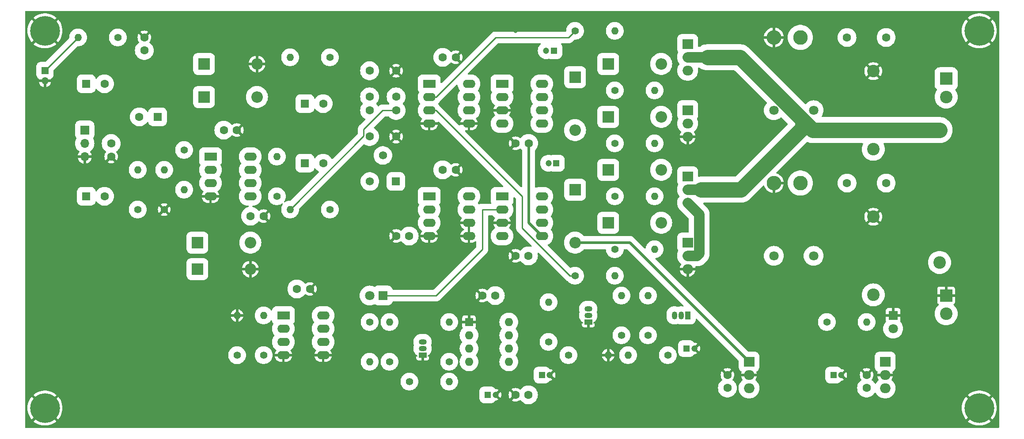
<source format=gbr>
%TF.GenerationSoftware,KiCad,Pcbnew,8.0.1*%
%TF.CreationDate,2024-06-11T22:01:04-04:00*%
%TF.ProjectId,classd-amp,636c6173-7364-42d6-916d-702e6b696361,rev?*%
%TF.SameCoordinates,Original*%
%TF.FileFunction,Copper,L4,Bot*%
%TF.FilePolarity,Positive*%
%FSLAX46Y46*%
G04 Gerber Fmt 4.6, Leading zero omitted, Abs format (unit mm)*
G04 Created by KiCad (PCBNEW 8.0.1) date 2024-06-11 22:01:04*
%MOMM*%
%LPD*%
G01*
G04 APERTURE LIST*
%TA.AperFunction,ComponentPad*%
%ADD10C,1.400000*%
%TD*%
%TA.AperFunction,ComponentPad*%
%ADD11O,1.400000X1.400000*%
%TD*%
%TA.AperFunction,ComponentPad*%
%ADD12R,2.000000X1.905000*%
%TD*%
%TA.AperFunction,ComponentPad*%
%ADD13O,2.000000X1.905000*%
%TD*%
%TA.AperFunction,ComponentPad*%
%ADD14R,2.200000X2.200000*%
%TD*%
%TA.AperFunction,ComponentPad*%
%ADD15O,2.200000X2.200000*%
%TD*%
%TA.AperFunction,ComponentPad*%
%ADD16C,1.600000*%
%TD*%
%TA.AperFunction,ComponentPad*%
%ADD17C,1.800000*%
%TD*%
%TA.AperFunction,ComponentPad*%
%ADD18R,1.350000X1.350000*%
%TD*%
%TA.AperFunction,ComponentPad*%
%ADD19O,1.350000X1.350000*%
%TD*%
%TA.AperFunction,ComponentPad*%
%ADD20R,2.400000X1.600000*%
%TD*%
%TA.AperFunction,ComponentPad*%
%ADD21O,2.400000X1.600000*%
%TD*%
%TA.AperFunction,ComponentPad*%
%ADD22R,1.800000X1.800000*%
%TD*%
%TA.AperFunction,ComponentPad*%
%ADD23C,2.800000*%
%TD*%
%TA.AperFunction,ComponentPad*%
%ADD24O,2.800000X2.800000*%
%TD*%
%TA.AperFunction,ComponentPad*%
%ADD25R,1.600000X1.600000*%
%TD*%
%TA.AperFunction,ComponentPad*%
%ADD26C,5.700000*%
%TD*%
%TA.AperFunction,ComponentPad*%
%ADD27C,2.400000*%
%TD*%
%TA.AperFunction,ComponentPad*%
%ADD28R,2.400000X2.400000*%
%TD*%
%TA.AperFunction,ComponentPad*%
%ADD29R,1.700000X1.700000*%
%TD*%
%TA.AperFunction,ComponentPad*%
%ADD30O,1.700000X1.700000*%
%TD*%
%TA.AperFunction,ComponentPad*%
%ADD31O,1.600000X1.600000*%
%TD*%
%TA.AperFunction,ComponentPad*%
%ADD32R,1.500000X1.050000*%
%TD*%
%TA.AperFunction,ComponentPad*%
%ADD33O,1.500000X1.050000*%
%TD*%
%TA.AperFunction,ComponentPad*%
%ADD34R,1.200000X1.200000*%
%TD*%
%TA.AperFunction,ComponentPad*%
%ADD35C,1.200000*%
%TD*%
%TA.AperFunction,ComponentPad*%
%ADD36R,1.050000X1.500000*%
%TD*%
%TA.AperFunction,ComponentPad*%
%ADD37O,1.050000X1.500000*%
%TD*%
%TA.AperFunction,ComponentPad*%
%ADD38O,2.400000X2.400000*%
%TD*%
%TA.AperFunction,ComponentPad*%
%ADD39R,1.560000X1.560000*%
%TD*%
%TA.AperFunction,ComponentPad*%
%ADD40C,1.560000*%
%TD*%
%TA.AperFunction,ViaPad*%
%ADD41C,0.800000*%
%TD*%
%TA.AperFunction,Conductor*%
%ADD42C,0.500000*%
%TD*%
%TA.AperFunction,Conductor*%
%ADD43C,2.000000*%
%TD*%
%TA.AperFunction,Conductor*%
%ADD44C,3.000000*%
%TD*%
%TA.AperFunction,Conductor*%
%ADD45C,0.250000*%
%TD*%
G04 APERTURE END LIST*
D10*
%TO.P,R8,1*%
%TO.N,Net-(D15-A)*%
X180340000Y-67310000D03*
D11*
%TO.P,R8,2*%
%TO.N,Net-(Q3-S)*%
X187960000Y-67310000D03*
%TD*%
D12*
%TO.P,Q3,1,G*%
%TO.N,Net-(D5-A)*%
X201930000Y-48260000D03*
D13*
%TO.P,Q3,2,D*%
%TO.N,LDRIVE+*%
X201930000Y-50800000D03*
%TO.P,Q3,3,S*%
%TO.N,Net-(Q3-S)*%
X201930000Y-53340000D03*
%TD*%
D14*
%TO.P,D2,1,K*%
%TO.N,Net-(D2-K)*%
X180340000Y-50800000D03*
D15*
%TO.P,D2,2,A*%
%TO.N,+12V*%
X180340000Y-60960000D03*
%TD*%
D16*
%TO.P,C23,1*%
%TO.N,/Left Channel/LOUT+*%
X239970000Y-21590000D03*
%TO.P,C23,2*%
%TO.N,Net-(C23-Pad2)*%
X232470000Y-21590000D03*
%TD*%
D17*
%TO.P,L1,1,1*%
%TO.N,Net-(Q3-S)*%
X218440000Y-63500000D03*
%TO.P,L1,2,2*%
%TO.N,/Left Channel/LOUT-*%
X226060000Y-63500000D03*
%TD*%
D10*
%TO.P,R11,1*%
%TO.N,Net-(D5-K)*%
X187960000Y-52070000D03*
D11*
%TO.P,R11,2*%
%TO.N,Net-(D5-A)*%
X195580000Y-52070000D03*
%TD*%
D14*
%TO.P,D17,1,K*%
%TO.N,+5V*%
X109220000Y-33020000D03*
D15*
%TO.P,D17,2,A*%
%TO.N,Net-(D17-A)*%
X119380000Y-33020000D03*
%TD*%
D18*
%TO.P,INPUT,1*%
%TO.N,LIN*%
X78740000Y-27940000D03*
D19*
%TO.P,INPUT,2*%
%TO.N,GND*%
X78740000Y-29940000D03*
%TD*%
D12*
%TO.P,Q4,1,G*%
%TO.N,Net-(D6-A)*%
X201930000Y-60960000D03*
D13*
%TO.P,Q4,2,D*%
%TO.N,Net-(Q3-S)*%
X201930000Y-63500000D03*
%TO.P,Q4,3,S*%
%TO.N,GND*%
X201930000Y-66040000D03*
%TD*%
D10*
%TO.P,R12,1*%
%TO.N,Net-(D6-K)*%
X187960000Y-62230000D03*
D11*
%TO.P,R12,2*%
%TO.N,Net-(D6-A)*%
X195580000Y-62230000D03*
%TD*%
D20*
%TO.P,U1,1*%
%TO.N,Net-(U1A--)*%
X110475000Y-44460000D03*
D21*
%TO.P,U1,2,-*%
X110475000Y-47000000D03*
%TO.P,U1,3,+*%
%TO.N,Net-(U1A-+)*%
X110475000Y-49540000D03*
%TO.P,U1,4,V-*%
%TO.N,GND*%
X110475000Y-52080000D03*
%TO.P,U1,5,+*%
%TO.N,BIAS*%
X118095000Y-52080000D03*
%TO.P,U1,6,-*%
%TO.N,Net-(U1B--)*%
X118095000Y-49540000D03*
%TO.P,U1,7*%
%TO.N,Net-(C5-Pad1)*%
X118095000Y-47000000D03*
%TO.P,U1,8,V+*%
%TO.N,+5V*%
X118095000Y-44460000D03*
%TD*%
D10*
%TO.P,R21,1*%
%TO.N,Net-(D7-A)*%
X140970000Y-76200000D03*
D11*
%TO.P,R21,2*%
%TO.N,+5V*%
X140970000Y-83820000D03*
%TD*%
D14*
%TO.P,D15,1,K*%
%TO.N,+5V*%
X107950000Y-60960000D03*
D15*
%TO.P,D15,2,A*%
%TO.N,Net-(D15-A)*%
X118110000Y-60960000D03*
%TD*%
D16*
%TO.P,C3,1*%
%TO.N,+5V*%
X113030000Y-39370000D03*
%TO.P,C3,2*%
%TO.N,GND*%
X115530000Y-39370000D03*
%TD*%
%TO.P,C14,1*%
%TO.N,+12V*%
X171410000Y-63500000D03*
%TO.P,C14,2*%
%TO.N,GND*%
X168910000Y-63500000D03*
%TD*%
D10*
%TO.P,R9,1*%
%TO.N,Net-(D3-K)*%
X187960000Y-31750000D03*
D11*
%TO.P,R9,2*%
%TO.N,Net-(D3-A)*%
X195580000Y-31750000D03*
%TD*%
D10*
%TO.P,R25,1*%
%TO.N,+5V*%
X148590000Y-87630000D03*
D11*
%TO.P,R25,2*%
%TO.N,Net-(U3-DIS)*%
X156210000Y-87630000D03*
%TD*%
D10*
%TO.P,R15,1*%
%TO.N,+5V*%
X120665000Y-82550000D03*
D11*
%TO.P,R15,2*%
%TO.N,Net-(U9A-+)*%
X120665000Y-74930000D03*
%TD*%
D16*
%TO.P,C30,1*%
%TO.N,Net-(U3-CV)*%
X171410000Y-90170000D03*
%TO.P,C30,2*%
%TO.N,GND*%
X168910000Y-90170000D03*
%TD*%
D22*
%TO.P,D7,1,K*%
%TO.N,~{SHUTDOWN}*%
X143510000Y-71120000D03*
D17*
%TO.P,D7,2,A*%
%TO.N,Net-(D7-A)*%
X140970000Y-71120000D03*
%TD*%
D23*
%TO.P,R13,1*%
%TO.N,Net-(C23-Pad2)*%
X223520000Y-21590000D03*
D24*
%TO.P,R13,2*%
%TO.N,GND*%
X218440000Y-21590000D03*
%TD*%
D14*
%TO.P,D1,1,K*%
%TO.N,Net-(D1-K)*%
X180340000Y-29210000D03*
D15*
%TO.P,D1,2,A*%
%TO.N,+12V*%
X180340000Y-39370000D03*
%TD*%
D12*
%TO.P,Q2,1,G*%
%TO.N,Net-(D4-A)*%
X201930000Y-35560000D03*
D13*
%TO.P,Q2,2,D*%
%TO.N,Net-(Q1-S)*%
X201930000Y-38100000D03*
%TO.P,Q2,3,S*%
%TO.N,GND*%
X201930000Y-40640000D03*
%TD*%
D16*
%TO.P,C10,1*%
%TO.N,Net-(D17-A)*%
X140970000Y-32980000D03*
%TO.P,C10,2*%
%TO.N,Net-(C10-Pad2)*%
X140970000Y-27980000D03*
%TD*%
%TO.P,C13,1*%
%TO.N,+12V*%
X171450000Y-41910000D03*
%TO.P,C13,2*%
%TO.N,GND*%
X168950000Y-41910000D03*
%TD*%
D10*
%TO.P,R16,1*%
%TO.N,Net-(U9A-+)*%
X115570000Y-82560000D03*
D11*
%TO.P,R16,2*%
%TO.N,GND*%
X115570000Y-74940000D03*
%TD*%
D25*
%TO.P,C5,1*%
%TO.N,Net-(C5-Pad1)*%
X128580000Y-34290000D03*
D16*
%TO.P,C5,2*%
%TO.N,Net-(C5-Pad2)*%
X132080000Y-34290000D03*
%TD*%
D10*
%TO.P,R10,1*%
%TO.N,Net-(D4-K)*%
X187960000Y-41910000D03*
D11*
%TO.P,R10,2*%
%TO.N,Net-(D4-A)*%
X195580000Y-41910000D03*
%TD*%
D10*
%TO.P,R22,1*%
%TO.N,+5V*%
X144780000Y-83820000D03*
D11*
%TO.P,R22,2*%
%TO.N,~{SHUTDOWN}*%
X144780000Y-76200000D03*
%TD*%
D26*
%TO.P,REF\u002A\u002A,1*%
%TO.N,GND*%
X257810000Y-20320000D03*
%TD*%
D10*
%TO.P,R41,1*%
%TO.N,Net-(C1-Pad1)*%
X92710000Y-21590000D03*
D11*
%TO.P,R41,2*%
%TO.N,LIN*%
X85090000Y-21590000D03*
%TD*%
D14*
%TO.P,D18,1,K*%
%TO.N,Net-(D17-A)*%
X109220000Y-26670000D03*
D15*
%TO.P,D18,2,A*%
%TO.N,GND*%
X119380000Y-26670000D03*
%TD*%
D12*
%TO.P,U8,1,VI*%
%TO.N,+12V*%
X213685000Y-83820000D03*
D13*
%TO.P,U8,2,GND*%
%TO.N,GND*%
X213685000Y-86360000D03*
%TO.P,U8,3,VO*%
%TO.N,+5V*%
X213685000Y-88900000D03*
%TD*%
D20*
%TO.P,U9,1*%
%TO.N,BIAS*%
X124445000Y-74940000D03*
D21*
%TO.P,U9,2,-*%
X124445000Y-77480000D03*
%TO.P,U9,3,+*%
%TO.N,Net-(U9A-+)*%
X124445000Y-80020000D03*
%TO.P,U9,4,V-*%
%TO.N,GND*%
X124445000Y-82560000D03*
%TO.P,U9,5,+*%
X132065000Y-82560000D03*
%TO.P,U9,6,-*%
%TO.N,Net-(U9B--)*%
X132065000Y-80020000D03*
%TO.P,U9,7*%
X132065000Y-77480000D03*
%TO.P,U9,8,V+*%
%TO.N,+5V*%
X132065000Y-74940000D03*
%TD*%
D27*
%TO.P,C21,1*%
%TO.N,/Left Channel/LOUT-*%
X237490000Y-71000000D03*
%TO.P,C21,2*%
%TO.N,GND*%
X237490000Y-56000000D03*
%TD*%
D16*
%TO.P,C27,1*%
%TO.N,+5V*%
X209550000Y-88860000D03*
%TO.P,C27,2*%
%TO.N,GND*%
X209550000Y-86360000D03*
%TD*%
%TO.P,C25,1*%
%TO.N,+12V*%
X236220000Y-88860000D03*
%TO.P,C25,2*%
%TO.N,GND*%
X236220000Y-86360000D03*
%TD*%
D12*
%TO.P,U7,1,VI*%
%TO.N,LPWR+*%
X239776000Y-83820000D03*
D13*
%TO.P,U7,2,GND*%
%TO.N,GND*%
X239776000Y-86360000D03*
%TO.P,U7,3,VO*%
%TO.N,+12V*%
X239776000Y-88900000D03*
%TD*%
D10*
%TO.P,R24,1*%
%TO.N,+5V*%
X175260000Y-80010000D03*
D11*
%TO.P,R24,2*%
%TO.N,Net-(Q6-C)*%
X175260000Y-72390000D03*
%TD*%
D28*
%TO.P,J3,1,Pin_1*%
%TO.N,/Left Channel/LOUT+*%
X251460000Y-29520000D03*
D27*
%TO.P,J3,2,Pin_2*%
%TO.N,/Left Channel/LOUT-*%
X251460000Y-33020000D03*
%TD*%
D16*
%TO.P,C24,1*%
%TO.N,/Left Channel/LOUT-*%
X239970000Y-49530000D03*
%TO.P,C24,2*%
%TO.N,Net-(C24-Pad2)*%
X232470000Y-49530000D03*
%TD*%
%TO.P,C9,1*%
%TO.N,Net-(D15-A)*%
X146050000Y-35600000D03*
%TO.P,C9,2*%
%TO.N,GND*%
X146050000Y-40600000D03*
%TD*%
%TO.P,C12,1*%
%TO.N,+5V*%
X154965000Y-47000000D03*
%TO.P,C12,2*%
%TO.N,GND*%
X157465000Y-47000000D03*
%TD*%
D29*
%TO.P,RV1,1,1*%
%TO.N,Net-(C1-Pad2)*%
X86360000Y-39370000D03*
D30*
%TO.P,RV1,2,2*%
%TO.N,Net-(C2-Pad2)*%
X86360000Y-41910000D03*
%TO.P,RV1,3,3*%
%TO.N,GND*%
X86360000Y-44450000D03*
%TD*%
D25*
%TO.P,U3,1,GND*%
%TO.N,GND*%
X160030000Y-76210000D03*
D31*
%TO.P,U3,2,TR*%
%TO.N,Net-(Q6-C)*%
X160030000Y-78750000D03*
%TO.P,U3,3,Q*%
%TO.N,Net-(U3-Q)*%
X160030000Y-81290000D03*
%TO.P,U3,4,R*%
%TO.N,+5V*%
X160030000Y-83830000D03*
%TO.P,U3,5,CV*%
%TO.N,Net-(U3-CV)*%
X167650000Y-83830000D03*
%TO.P,U3,6,THR*%
%TO.N,Net-(U3-DIS)*%
X167650000Y-81290000D03*
%TO.P,U3,7,DIS*%
X167650000Y-78750000D03*
%TO.P,U3,8,VCC*%
%TO.N,+5V*%
X167650000Y-76210000D03*
%TD*%
D10*
%TO.P,R43,1*%
%TO.N,Net-(Q6-B)*%
X179070000Y-82550000D03*
D11*
%TO.P,R43,2*%
%TO.N,GND*%
X186690000Y-82550000D03*
%TD*%
D14*
%TO.P,D3,1,K*%
%TO.N,Net-(D3-K)*%
X186690000Y-26670000D03*
D15*
%TO.P,D3,2,A*%
%TO.N,Net-(D3-A)*%
X196850000Y-26670000D03*
%TD*%
D32*
%TO.P,Q7,1,E*%
%TO.N,GND*%
X151130000Y-82550000D03*
D33*
%TO.P,Q7,2,B*%
%TO.N,Net-(Q7-B)*%
X151130000Y-81280000D03*
%TO.P,Q7,3,C*%
%TO.N,~{SHUTDOWN}*%
X151130000Y-80010000D03*
%TD*%
D25*
%TO.P,C4,1*%
%TO.N,Net-(U1A-+)*%
X86670000Y-52070000D03*
D16*
%TO.P,C4,2*%
%TO.N,Net-(C2-Pad2)*%
X90170000Y-52070000D03*
%TD*%
D14*
%TO.P,D16,1,K*%
%TO.N,Net-(D15-A)*%
X107950000Y-66040000D03*
D15*
%TO.P,D16,2,A*%
%TO.N,GND*%
X118110000Y-66040000D03*
%TD*%
D20*
%TO.P,U2,1*%
%TO.N,Net-(U4-+)*%
X152385000Y-30490000D03*
D21*
%TO.P,U2,2,-*%
%TO.N,Net-(D17-A)*%
X152385000Y-33030000D03*
%TO.P,U2,3,+*%
%TO.N,Net-(D15-A)*%
X152385000Y-35570000D03*
%TO.P,U2,4,V-*%
%TO.N,GND*%
X152385000Y-38110000D03*
%TO.P,U2,5,+*%
X160005000Y-38110000D03*
%TO.P,U2,6,-*%
%TO.N,Net-(U2B--)*%
X160005000Y-35570000D03*
%TO.P,U2,7*%
X160005000Y-33030000D03*
%TO.P,U2,8,V+*%
%TO.N,+5V*%
X160005000Y-30490000D03*
%TD*%
D20*
%TO.P,U4,1,V+*%
%TO.N,+5V*%
X152385000Y-52080000D03*
D21*
%TO.P,U4,2,+*%
%TO.N,Net-(U4-+)*%
X152385000Y-54620000D03*
%TO.P,U4,3,-*%
%TO.N,BIAS*%
X152385000Y-57160000D03*
%TO.P,U4,4,V-*%
%TO.N,GND*%
X152385000Y-59700000D03*
%TO.P,U4,5,LATCH*%
X160005000Y-59700000D03*
%TO.P,U4,6,GND*%
X160005000Y-57160000D03*
%TO.P,U4,7,Q*%
%TO.N,Net-(U4-Q)*%
X160005000Y-54620000D03*
%TO.P,U4,8,~{Q}*%
%TO.N,Net-(U4-~{Q})*%
X160005000Y-52080000D03*
%TD*%
D16*
%TO.P,C17,1*%
%TO.N,+5V*%
X165060000Y-71120000D03*
%TO.P,C17,2*%
%TO.N,GND*%
X162560000Y-71120000D03*
%TD*%
D28*
%TO.P,J1,1,Pin_1*%
%TO.N,GND*%
X251460000Y-71120000D03*
D27*
%TO.P,J1,2,Pin_2*%
%TO.N,LPWR+*%
X251460000Y-74620000D03*
%TD*%
D34*
%TO.P,C29,1*%
%TO.N,Net-(Q6-B)*%
X173990000Y-86360000D03*
D35*
%TO.P,C29,2*%
%TO.N,GND*%
X175490000Y-86360000D03*
%TD*%
D14*
%TO.P,D6,1,K*%
%TO.N,Net-(D6-K)*%
X186690000Y-57150000D03*
D15*
%TO.P,D6,2,A*%
%TO.N,Net-(D6-A)*%
X196850000Y-57150000D03*
%TD*%
D20*
%TO.P,U6,1,IN*%
%TO.N,Net-(U4-~{Q})*%
X166355000Y-52080000D03*
D21*
%TO.P,U6,2,~{SD}*%
%TO.N,~{SHUTDOWN}*%
X166355000Y-54620000D03*
%TO.P,U6,3,COM*%
%TO.N,GND*%
X166355000Y-57160000D03*
%TO.P,U6,4,LO*%
%TO.N,Net-(D6-K)*%
X166355000Y-59700000D03*
%TO.P,U6,5,VCC*%
%TO.N,+12V*%
X173975000Y-59700000D03*
%TO.P,U6,6,VS*%
%TO.N,Net-(Q3-S)*%
X173975000Y-57160000D03*
%TO.P,U6,7,HO*%
%TO.N,Net-(D5-K)*%
X173975000Y-54620000D03*
%TO.P,U6,8,VB*%
%TO.N,Net-(D2-K)*%
X173975000Y-52080000D03*
%TD*%
D16*
%TO.P,C8,1*%
%TO.N,Net-(D17-A)*%
X146050000Y-32980000D03*
%TO.P,C8,2*%
%TO.N,GND*%
X146050000Y-27980000D03*
%TD*%
D20*
%TO.P,U5,1,IN*%
%TO.N,Net-(U4-Q)*%
X166355000Y-30490000D03*
D21*
%TO.P,U5,2,~{SD}*%
%TO.N,~{SHUTDOWN}*%
X166355000Y-33030000D03*
%TO.P,U5,3,COM*%
%TO.N,GND*%
X166355000Y-35570000D03*
%TO.P,U5,4,LO*%
%TO.N,Net-(D4-K)*%
X166355000Y-38110000D03*
%TO.P,U5,5,VCC*%
%TO.N,+12V*%
X173975000Y-38110000D03*
%TO.P,U5,6,VS*%
%TO.N,Net-(Q1-S)*%
X173975000Y-35570000D03*
%TO.P,U5,7,HO*%
%TO.N,Net-(D3-K)*%
X173975000Y-33030000D03*
%TO.P,U5,8,VB*%
%TO.N,Net-(D1-K)*%
X173975000Y-30490000D03*
%TD*%
D36*
%TO.P,Q5,1,E*%
%TO.N,LPWR+*%
X201930000Y-74930000D03*
D37*
%TO.P,Q5,2,B*%
%TO.N,Net-(Q5-B)*%
X200660000Y-74930000D03*
%TO.P,Q5,3,C*%
%TO.N,Net-(Q5-C)*%
X199390000Y-74930000D03*
%TD*%
D10*
%TO.P,R4,1*%
%TO.N,Net-(U1B--)*%
X123190000Y-52070000D03*
D11*
%TO.P,R4,2*%
%TO.N,Net-(C5-Pad1)*%
X123190000Y-44450000D03*
%TD*%
D14*
%TO.P,D4,1,K*%
%TO.N,Net-(D4-K)*%
X186690000Y-36830000D03*
D15*
%TO.P,D4,2,A*%
%TO.N,Net-(D4-A)*%
X196850000Y-36830000D03*
%TD*%
D10*
%TO.P,R19,1*%
%TO.N,LPWR+*%
X194310000Y-78740000D03*
D11*
%TO.P,R19,2*%
%TO.N,Net-(Q5-B)*%
X194310000Y-71120000D03*
%TD*%
D26*
%TO.P,,1*%
%TO.N,GND*%
X78740000Y-92710000D03*
%TD*%
D25*
%TO.P,C6,1*%
%TO.N,Net-(U1A--)*%
X128580000Y-45720000D03*
D16*
%TO.P,C6,2*%
%TO.N,Net-(C6-Pad2)*%
X132080000Y-45720000D03*
%TD*%
D12*
%TO.P,Q1,1,G*%
%TO.N,Net-(D3-A)*%
X201930000Y-22860000D03*
D13*
%TO.P,Q1,2,D*%
%TO.N,LDRIVE+*%
X201930000Y-25400000D03*
%TO.P,Q1,3,S*%
%TO.N,Net-(Q1-S)*%
X201930000Y-27940000D03*
%TD*%
D16*
%TO.P,C11,1*%
%TO.N,Net-(C10-Pad2)*%
X140970000Y-40600000D03*
%TO.P,C11,2*%
%TO.N,Net-(U4-+)*%
X140970000Y-35600000D03*
%TD*%
%TO.P,C58,1*%
%TO.N,Net-(C2-Pad2)*%
X91440000Y-41950000D03*
%TO.P,C58,2*%
%TO.N,GND*%
X91440000Y-44450000D03*
%TD*%
%TO.P,C32,1*%
%TO.N,+5V*%
X127025000Y-69860000D03*
%TO.P,C32,2*%
%TO.N,GND*%
X129525000Y-69860000D03*
%TD*%
D10*
%TO.P,R3,1*%
%TO.N,Net-(C2-Pad1)*%
X105410000Y-43180000D03*
D11*
%TO.P,R3,2*%
%TO.N,Net-(U1B--)*%
X105410000Y-50800000D03*
%TD*%
D17*
%TO.P,L2,1,1*%
%TO.N,Net-(Q1-S)*%
X218440000Y-35560000D03*
%TO.P,L2,2,2*%
%TO.N,/Left Channel/LOUT+*%
X226060000Y-35560000D03*
%TD*%
D34*
%TO.P,C16,1*%
%TO.N,Net-(D2-K)*%
X176760000Y-45720000D03*
D35*
%TO.P,C16,2*%
%TO.N,Net-(Q3-S)*%
X175260000Y-45720000D03*
%TD*%
D22*
%TO.P,D14,1,K*%
%TO.N,GND*%
X241300000Y-74930000D03*
D17*
%TO.P,D14,2,A*%
%TO.N,Net-(D14-A)*%
X241300000Y-77470000D03*
%TD*%
D26*
%TO.P,REF\u002A\u002A,1*%
%TO.N,GND*%
X78740000Y-20320000D03*
%TD*%
D23*
%TO.P,R14,1*%
%TO.N,Net-(C24-Pad2)*%
X223520000Y-49530000D03*
D24*
%TO.P,R14,2*%
%TO.N,GND*%
X218440000Y-49530000D03*
%TD*%
D26*
%TO.P,REF\u002A\u002A,1*%
%TO.N,GND*%
X257810000Y-92710000D03*
%TD*%
D10*
%TO.P,R23,1*%
%TO.N,Net-(Q5-C)*%
X198120000Y-82550000D03*
D11*
%TO.P,R23,2*%
%TO.N,Net-(Q6-B)*%
X190500000Y-82550000D03*
%TD*%
D16*
%TO.P,C61,1*%
%TO.N,BIAS*%
X148550000Y-59690000D03*
%TO.P,C61,2*%
%TO.N,GND*%
X146050000Y-59690000D03*
%TD*%
D10*
%TO.P,R7,1*%
%TO.N,Net-(D17-A)*%
X180340000Y-20320000D03*
D11*
%TO.P,R7,2*%
%TO.N,Net-(Q1-S)*%
X187960000Y-20320000D03*
%TD*%
D32*
%TO.P,Q6,1,E*%
%TO.N,GND*%
X182880000Y-76200000D03*
D33*
%TO.P,Q6,2,B*%
%TO.N,Net-(Q6-B)*%
X182880000Y-74930000D03*
%TO.P,Q6,3,C*%
%TO.N,Net-(Q6-C)*%
X182880000Y-73660000D03*
%TD*%
D16*
%TO.P,C62,1*%
%TO.N,BIAS*%
X118150000Y-55880000D03*
%TO.P,C62,2*%
%TO.N,GND*%
X120650000Y-55880000D03*
%TD*%
D34*
%TO.P,C15,1*%
%TO.N,Net-(D1-K)*%
X176300000Y-24130000D03*
D35*
%TO.P,C15,2*%
%TO.N,Net-(Q1-S)*%
X174800000Y-24130000D03*
%TD*%
D25*
%TO.P,C1,1*%
%TO.N,Net-(C1-Pad1)*%
X86670000Y-30480000D03*
D16*
%TO.P,C1,2*%
%TO.N,Net-(C1-Pad2)*%
X90170000Y-30480000D03*
%TD*%
D34*
%TO.P,C28,1*%
%TO.N,+5V*%
X201700000Y-81280000D03*
D35*
%TO.P,C28,2*%
%TO.N,GND*%
X203200000Y-81280000D03*
%TD*%
D34*
%TO.P,C31,1*%
%TO.N,Net-(U3-DIS)*%
X163600000Y-90170000D03*
D35*
%TO.P,C31,2*%
%TO.N,GND*%
X165100000Y-90170000D03*
%TD*%
D16*
%TO.P,C7,1*%
%TO.N,+5V*%
X154980000Y-25400000D03*
%TO.P,C7,2*%
%TO.N,GND*%
X157480000Y-25400000D03*
%TD*%
D10*
%TO.P,R1,1*%
%TO.N,Net-(U1A-+)*%
X96520000Y-54610000D03*
D11*
%TO.P,R1,2*%
%TO.N,+5V*%
X96520000Y-46990000D03*
%TD*%
D34*
%TO.P,C26,1*%
%TO.N,+12V*%
X229870000Y-86360000D03*
D35*
%TO.P,C26,2*%
%TO.N,GND*%
X231370000Y-86360000D03*
%TD*%
D27*
%TO.P,R17,1*%
%TO.N,LPWR+*%
X250190000Y-64770000D03*
D38*
%TO.P,R17,2*%
%TO.N,LDRIVE+*%
X250190000Y-39370000D03*
%TD*%
D10*
%TO.P,R18,1*%
%TO.N,Net-(Q7-B)*%
X156210000Y-83820000D03*
D11*
%TO.P,R18,2*%
%TO.N,Net-(U3-Q)*%
X156210000Y-76200000D03*
%TD*%
D10*
%TO.P,R5,1*%
%TO.N,Net-(C5-Pad2)*%
X133350000Y-25400000D03*
D11*
%TO.P,R5,2*%
%TO.N,Net-(D17-A)*%
X125730000Y-25400000D03*
%TD*%
D25*
%TO.P,C2,1*%
%TO.N,Net-(C2-Pad1)*%
X100330000Y-36830000D03*
D16*
%TO.P,C2,2*%
%TO.N,Net-(C2-Pad2)*%
X96830000Y-36830000D03*
%TD*%
D14*
%TO.P,D5,1,K*%
%TO.N,Net-(D5-K)*%
X186690000Y-46990000D03*
D15*
%TO.P,D5,2,A*%
%TO.N,Net-(D5-A)*%
X196850000Y-46990000D03*
%TD*%
D10*
%TO.P,R40,1*%
%TO.N,+12V*%
X228600000Y-76200000D03*
D11*
%TO.P,R40,2*%
%TO.N,Net-(D14-A)*%
X236220000Y-76200000D03*
%TD*%
D10*
%TO.P,R6,1*%
%TO.N,Net-(C6-Pad2)*%
X133350000Y-54610000D03*
D11*
%TO.P,R6,2*%
%TO.N,Net-(D15-A)*%
X125730000Y-54610000D03*
%TD*%
D10*
%TO.P,R20,1*%
%TO.N,Net-(Q5-B)*%
X189230000Y-78740000D03*
D11*
%TO.P,R20,2*%
%TO.N,LDRIVE+*%
X189230000Y-71120000D03*
%TD*%
D27*
%TO.P,C22,1*%
%TO.N,/Left Channel/LOUT+*%
X237490000Y-43060000D03*
%TO.P,C22,2*%
%TO.N,GND*%
X237490000Y-28060000D03*
%TD*%
D16*
%TO.P,C60,1*%
%TO.N,Net-(C1-Pad1)*%
X97790000Y-24090000D03*
%TO.P,C60,2*%
%TO.N,GND*%
X97790000Y-21590000D03*
%TD*%
D10*
%TO.P,R2,1*%
%TO.N,GND*%
X101600000Y-54610000D03*
D11*
%TO.P,R2,2*%
%TO.N,Net-(U1A-+)*%
X101600000Y-46990000D03*
%TD*%
D39*
%TO.P,RV2,1,1*%
%TO.N,unconnected-(RV2-Pad1)*%
X146010000Y-49230000D03*
D40*
%TO.P,RV2,2,2*%
%TO.N,Net-(C10-Pad2)*%
X143510000Y-44230000D03*
%TO.P,RV2,3,3*%
%TO.N,BIAS*%
X141010000Y-49230000D03*
%TD*%
D41*
%TO.N,GND*%
X180340000Y-46990000D03*
X223520000Y-31750000D03*
X252730000Y-68580000D03*
X190500000Y-86360000D03*
X100330000Y-86360000D03*
X100330000Y-43180000D03*
X182880000Y-25400000D03*
X100330000Y-76200000D03*
X157480000Y-43180000D03*
X110490000Y-20320000D03*
X170180000Y-34290000D03*
X198120000Y-63500000D03*
X147320000Y-66040000D03*
X137160000Y-46990000D03*
X184150000Y-29210000D03*
X166370000Y-44450000D03*
X140970000Y-93980000D03*
X120650000Y-86360000D03*
X213360000Y-93980000D03*
X90170000Y-66040000D03*
X162560000Y-93980000D03*
X125730000Y-62230000D03*
X254000000Y-71120000D03*
X203200000Y-93980000D03*
X130810000Y-86360000D03*
X168910000Y-20320000D03*
X149860000Y-20320000D03*
X184150000Y-52070000D03*
X90170000Y-86360000D03*
X180340000Y-86360000D03*
X110490000Y-93980000D03*
X100330000Y-93980000D03*
X251460000Y-59690000D03*
X200660000Y-86360000D03*
X80010000Y-35560000D03*
X158750000Y-20320000D03*
X233680000Y-31750000D03*
X163830000Y-66040000D03*
X135890000Y-38100000D03*
X182880000Y-93980000D03*
X180340000Y-25400000D03*
X223520000Y-58420000D03*
X80010000Y-86360000D03*
X80010000Y-55880000D03*
X152400000Y-93980000D03*
X172720000Y-93980000D03*
X139700000Y-20320000D03*
X213360000Y-76200000D03*
X130810000Y-93980000D03*
X100330000Y-66040000D03*
X80010000Y-76200000D03*
X113030000Y-60960000D03*
X193040000Y-93980000D03*
X80010000Y-45720000D03*
X91440000Y-46990000D03*
X90170000Y-93980000D03*
X80010000Y-66040000D03*
X110490000Y-86360000D03*
X243840000Y-93980000D03*
X90170000Y-76200000D03*
X191770000Y-64770000D03*
X223520000Y-93980000D03*
X120650000Y-20320000D03*
X120650000Y-93980000D03*
X251460000Y-49530000D03*
X233680000Y-93980000D03*
X110490000Y-76200000D03*
X130810000Y-20320000D03*
X162560000Y-49530000D03*
X223520000Y-76200000D03*
%TD*%
D42*
%TO.N,+12V*%
X171450000Y-57175000D02*
X171450000Y-41910000D01*
X173975000Y-59700000D02*
X171450000Y-57175000D01*
X190825000Y-60960000D02*
X180340000Y-60960000D01*
X213685000Y-83820000D02*
X190825000Y-60960000D01*
D43*
%TO.N,Net-(Q3-S)*%
X204130000Y-63112500D02*
X203742500Y-63500000D01*
X201930000Y-53340000D02*
X204130000Y-55540000D01*
X203742500Y-63500000D02*
X201930000Y-63500000D01*
X204130000Y-55540000D02*
X204130000Y-63112500D01*
D44*
%TO.N,LDRIVE+*%
X212090000Y-50800000D02*
X223520000Y-39370000D01*
X211956956Y-25400000D02*
X225926956Y-39370000D01*
X225926956Y-39370000D02*
X250190000Y-39370000D01*
X205740000Y-25400000D02*
X211956956Y-25400000D01*
D43*
X205740000Y-25400000D02*
X211249849Y-25400000D01*
X204470000Y-50800000D02*
X201930000Y-50800000D01*
X211249849Y-25400000D02*
X223520000Y-37670151D01*
D44*
X204470000Y-50800000D02*
X212090000Y-50800000D01*
D43*
X201930000Y-25400000D02*
X205740000Y-25400000D01*
X250190000Y-39370000D02*
X223520000Y-39370000D01*
X223520000Y-37670151D02*
X223520000Y-39370000D01*
D45*
%TO.N,~{SHUTDOWN}*%
X143510000Y-71120000D02*
X153670000Y-71120000D01*
X162560000Y-54610000D02*
X162570000Y-54620000D01*
X162570000Y-54620000D02*
X166355000Y-54620000D01*
X162560000Y-62230000D02*
X162560000Y-54610000D01*
X153670000Y-71120000D02*
X162560000Y-62230000D01*
%TO.N,LIN*%
X85090000Y-21590000D02*
X78740000Y-27940000D01*
%TO.N,Net-(D15-A)*%
X153667500Y-35570000D02*
X152385000Y-35570000D01*
X139845000Y-39225000D02*
X143470000Y-35600000D01*
X139845000Y-40495000D02*
X139845000Y-39225000D01*
X179350051Y-67310000D02*
X170180000Y-58139949D01*
X125730000Y-54610000D02*
X139845000Y-40495000D01*
X180340000Y-67310000D02*
X179350051Y-67310000D01*
X170180000Y-58139949D02*
X170180000Y-52082500D01*
X170180000Y-52082500D02*
X153667500Y-35570000D01*
X143470000Y-35600000D02*
X146050000Y-35600000D01*
%TO.N,Net-(D17-A)*%
X165100000Y-21590000D02*
X153660000Y-33030000D01*
X153660000Y-33030000D02*
X152385000Y-33030000D01*
X180340000Y-20320000D02*
X179070000Y-21590000D01*
X179070000Y-21590000D02*
X165100000Y-21590000D01*
%TD*%
%TA.AperFunction,Conductor*%
%TO.N,GND*%
G36*
X160255000Y-59384314D02*
G01*
X160250606Y-59379920D01*
X160159394Y-59327259D01*
X160057661Y-59300000D01*
X159952339Y-59300000D01*
X159850606Y-59327259D01*
X159759394Y-59379920D01*
X159755000Y-59384314D01*
X159755000Y-57475686D01*
X159759394Y-57480080D01*
X159850606Y-57532741D01*
X159952339Y-57560000D01*
X160057661Y-57560000D01*
X160159394Y-57532741D01*
X160250606Y-57480080D01*
X160255000Y-57475686D01*
X160255000Y-59384314D01*
G37*
%TD.AperFunction*%
%TA.AperFunction,Conductor*%
G36*
X157742496Y-30641714D02*
G01*
X157798429Y-30683586D01*
X157822101Y-30741710D01*
X157835306Y-30842010D01*
X157896394Y-31069993D01*
X157986714Y-31288045D01*
X157986719Y-31288056D01*
X158032063Y-31366593D01*
X158104727Y-31492450D01*
X158104729Y-31492453D01*
X158104730Y-31492454D01*
X158250879Y-31682920D01*
X158249720Y-31683808D01*
X158276537Y-31741662D01*
X158266983Y-31810876D01*
X158250385Y-31836701D01*
X158250879Y-31837080D01*
X158104730Y-32027545D01*
X157986719Y-32231943D01*
X157986714Y-32231954D01*
X157896394Y-32450006D01*
X157835306Y-32677989D01*
X157804501Y-32911979D01*
X157804500Y-32911995D01*
X157804500Y-33148004D01*
X157804501Y-33148020D01*
X157829431Y-33337387D01*
X157835307Y-33382014D01*
X157891239Y-33590753D01*
X157896394Y-33609993D01*
X157986714Y-33828045D01*
X157986719Y-33828056D01*
X158026173Y-33896391D01*
X158104727Y-34032450D01*
X158104728Y-34032451D01*
X158104730Y-34032454D01*
X158250879Y-34222920D01*
X158249720Y-34223808D01*
X158276537Y-34281662D01*
X158266983Y-34350876D01*
X158250385Y-34376701D01*
X158250879Y-34377080D01*
X158104730Y-34567545D01*
X157986719Y-34771943D01*
X157986714Y-34771954D01*
X157896394Y-34990006D01*
X157835306Y-35217989D01*
X157804501Y-35451979D01*
X157804500Y-35451995D01*
X157804500Y-35688004D01*
X157804501Y-35688020D01*
X157835306Y-35922010D01*
X157896394Y-36149993D01*
X157986714Y-36368045D01*
X157986719Y-36368056D01*
X158052037Y-36481188D01*
X158104727Y-36572450D01*
X158104729Y-36572453D01*
X158104730Y-36572454D01*
X158248406Y-36759697D01*
X158248412Y-36759704D01*
X158415295Y-36926587D01*
X158415302Y-36926593D01*
X158605631Y-37072638D01*
X158646834Y-37129066D01*
X158650989Y-37198812D01*
X158617832Y-37258690D01*
X158613415Y-37263106D01*
X158493140Y-37428650D01*
X158400244Y-37610970D01*
X158337009Y-37805586D01*
X158328391Y-37860000D01*
X159689314Y-37860000D01*
X159684920Y-37864394D01*
X159632259Y-37955606D01*
X159605000Y-38057339D01*
X159605000Y-38162661D01*
X159632259Y-38264394D01*
X159684920Y-38355606D01*
X159689314Y-38360000D01*
X158328390Y-38360000D01*
X158313070Y-38377937D01*
X158312273Y-38384102D01*
X158267274Y-38437551D01*
X158200521Y-38458186D01*
X158133208Y-38439457D01*
X158111077Y-38421880D01*
X154400716Y-34711519D01*
X154400710Y-34711514D01*
X154366361Y-34686558D01*
X154331859Y-34648240D01*
X154285273Y-34567550D01*
X154235139Y-34502214D01*
X154139121Y-34377080D01*
X154140286Y-34376185D01*
X154113469Y-34318381D01*
X154122998Y-34249165D01*
X154139619Y-34223302D01*
X154139121Y-34222920D01*
X154198307Y-34145786D01*
X154285273Y-34032450D01*
X154337279Y-33942371D01*
X154371779Y-33904055D01*
X154393214Y-33888483D01*
X154518483Y-33763214D01*
X157611483Y-30670213D01*
X157672804Y-30636730D01*
X157742496Y-30641714D01*
G37*
%TD.AperFunction*%
%TA.AperFunction,Conductor*%
G36*
X261563039Y-16529685D02*
G01*
X261608794Y-16582489D01*
X261620000Y-16634000D01*
X261620000Y-96396000D01*
X261600315Y-96463039D01*
X261547511Y-96508794D01*
X261496000Y-96520000D01*
X75054000Y-96520000D01*
X74986961Y-96500315D01*
X74941206Y-96447511D01*
X74930000Y-96396000D01*
X74930000Y-92710002D01*
X75385080Y-92710002D01*
X75404746Y-93072728D01*
X75463517Y-93431214D01*
X75463519Y-93431222D01*
X75560695Y-93781220D01*
X75560697Y-93781227D01*
X75695152Y-94118684D01*
X75695161Y-94118702D01*
X75865316Y-94439647D01*
X75865318Y-94439651D01*
X76069170Y-94740309D01*
X76069177Y-94740319D01*
X76200969Y-94895475D01*
X76200970Y-94895475D01*
X77445748Y-93650698D01*
X77519588Y-93752330D01*
X77697670Y-93930412D01*
X77799300Y-94004251D01*
X76551888Y-95251662D01*
X76551888Y-95251664D01*
X76568070Y-95266992D01*
X76568071Y-95266993D01*
X76857266Y-95486832D01*
X76857282Y-95486843D01*
X77168522Y-95674109D01*
X77168535Y-95674116D01*
X77498205Y-95826639D01*
X77498210Y-95826640D01*
X77842461Y-95942632D01*
X78197235Y-96020724D01*
X78558366Y-96059999D01*
X78558374Y-96060000D01*
X78921626Y-96060000D01*
X78921633Y-96059999D01*
X79282764Y-96020724D01*
X79637538Y-95942632D01*
X79981789Y-95826640D01*
X79981794Y-95826639D01*
X80311464Y-95674116D01*
X80311477Y-95674109D01*
X80622717Y-95486843D01*
X80622733Y-95486832D01*
X80911929Y-95266992D01*
X80928110Y-95251664D01*
X80928110Y-95251663D01*
X79680698Y-94004251D01*
X79782330Y-93930412D01*
X79960412Y-93752330D01*
X80034251Y-93650698D01*
X81279028Y-94895475D01*
X81279029Y-94895475D01*
X81410827Y-94740311D01*
X81410838Y-94740297D01*
X81614681Y-94439651D01*
X81614683Y-94439647D01*
X81784838Y-94118702D01*
X81784847Y-94118684D01*
X81919302Y-93781227D01*
X81919304Y-93781220D01*
X82016480Y-93431222D01*
X82016482Y-93431214D01*
X82075253Y-93072728D01*
X82094920Y-92710002D01*
X254455080Y-92710002D01*
X254474746Y-93072728D01*
X254533517Y-93431214D01*
X254533519Y-93431222D01*
X254630695Y-93781220D01*
X254630697Y-93781227D01*
X254765152Y-94118684D01*
X254765161Y-94118702D01*
X254935316Y-94439647D01*
X254935318Y-94439651D01*
X255139170Y-94740309D01*
X255139177Y-94740319D01*
X255270969Y-94895475D01*
X255270970Y-94895475D01*
X256515748Y-93650698D01*
X256589588Y-93752330D01*
X256767670Y-93930412D01*
X256869300Y-94004251D01*
X255621888Y-95251662D01*
X255621888Y-95251664D01*
X255638070Y-95266992D01*
X255638071Y-95266993D01*
X255927266Y-95486832D01*
X255927282Y-95486843D01*
X256238522Y-95674109D01*
X256238535Y-95674116D01*
X256568205Y-95826639D01*
X256568210Y-95826640D01*
X256912461Y-95942632D01*
X257267235Y-96020724D01*
X257628366Y-96059999D01*
X257628374Y-96060000D01*
X257991626Y-96060000D01*
X257991633Y-96059999D01*
X258352764Y-96020724D01*
X258707538Y-95942632D01*
X259051789Y-95826640D01*
X259051794Y-95826639D01*
X259381464Y-95674116D01*
X259381477Y-95674109D01*
X259692717Y-95486843D01*
X259692733Y-95486832D01*
X259981929Y-95266992D01*
X259998110Y-95251664D01*
X259998110Y-95251663D01*
X258750698Y-94004251D01*
X258852330Y-93930412D01*
X259030412Y-93752330D01*
X259104251Y-93650698D01*
X260349028Y-94895475D01*
X260349029Y-94895475D01*
X260480827Y-94740311D01*
X260480838Y-94740297D01*
X260684681Y-94439651D01*
X260684683Y-94439647D01*
X260854838Y-94118702D01*
X260854847Y-94118684D01*
X260989302Y-93781227D01*
X260989304Y-93781220D01*
X261086480Y-93431222D01*
X261086482Y-93431214D01*
X261145253Y-93072728D01*
X261164920Y-92710002D01*
X261164920Y-92709997D01*
X261145253Y-92347271D01*
X261086482Y-91988785D01*
X261086480Y-91988777D01*
X260989304Y-91638779D01*
X260989302Y-91638772D01*
X260854847Y-91301315D01*
X260854838Y-91301297D01*
X260684683Y-90980352D01*
X260684681Y-90980348D01*
X260480829Y-90679690D01*
X260480822Y-90679680D01*
X260349029Y-90524523D01*
X260349028Y-90524523D01*
X259104251Y-91769300D01*
X259030412Y-91667670D01*
X258852330Y-91489588D01*
X258750698Y-91415748D01*
X259998110Y-90168336D01*
X259998110Y-90168334D01*
X259981929Y-90153007D01*
X259981928Y-90153006D01*
X259692733Y-89933167D01*
X259692717Y-89933156D01*
X259381477Y-89745890D01*
X259381464Y-89745883D01*
X259051794Y-89593360D01*
X259051789Y-89593359D01*
X258707538Y-89477367D01*
X258352764Y-89399275D01*
X257991633Y-89360000D01*
X257628366Y-89360000D01*
X257267235Y-89399275D01*
X256912461Y-89477367D01*
X256568210Y-89593359D01*
X256568205Y-89593360D01*
X256238535Y-89745883D01*
X256238522Y-89745890D01*
X255927282Y-89933156D01*
X255927266Y-89933167D01*
X255638075Y-90153002D01*
X255621888Y-90168335D01*
X255621887Y-90168335D01*
X256869301Y-91415748D01*
X256767670Y-91489588D01*
X256589588Y-91667670D01*
X256515748Y-91769300D01*
X255270970Y-90524522D01*
X255270969Y-90524523D01*
X255139177Y-90679680D01*
X255139170Y-90679690D01*
X254935318Y-90980348D01*
X254935316Y-90980352D01*
X254765161Y-91301297D01*
X254765152Y-91301315D01*
X254630697Y-91638772D01*
X254630695Y-91638779D01*
X254533519Y-91988777D01*
X254533517Y-91988785D01*
X254474746Y-92347271D01*
X254455080Y-92709997D01*
X254455080Y-92710002D01*
X82094920Y-92710002D01*
X82094920Y-92709997D01*
X82075253Y-92347271D01*
X82016482Y-91988785D01*
X82016480Y-91988777D01*
X81919304Y-91638779D01*
X81919302Y-91638772D01*
X81784847Y-91301315D01*
X81784838Y-91301297D01*
X81614683Y-90980352D01*
X81614681Y-90980348D01*
X81511405Y-90828028D01*
X161999500Y-90828028D01*
X161999501Y-90828034D01*
X162010113Y-90947415D01*
X162066089Y-91143045D01*
X162066090Y-91143048D01*
X162066091Y-91143049D01*
X162160302Y-91323407D01*
X162194977Y-91365933D01*
X162288890Y-91481109D01*
X162382803Y-91557684D01*
X162446593Y-91609698D01*
X162626951Y-91703909D01*
X162822582Y-91759886D01*
X162941963Y-91770500D01*
X164258036Y-91770499D01*
X164377418Y-91759886D01*
X164573049Y-91703909D01*
X164753407Y-91609698D01*
X164911109Y-91481109D01*
X165039698Y-91323407D01*
X165039698Y-91323406D01*
X165043672Y-91318533D01*
X165045208Y-91319785D01*
X165091464Y-91280624D01*
X165141681Y-91270000D01*
X165201928Y-91270000D01*
X165402322Y-91232539D01*
X165592412Y-91158899D01*
X165592416Y-91158897D01*
X165680686Y-91104241D01*
X165680686Y-91104240D01*
X165236818Y-90660372D01*
X165203333Y-90599049D01*
X165200499Y-90572698D01*
X165200499Y-90453654D01*
X165215796Y-90449556D01*
X165284205Y-90410060D01*
X165340060Y-90354205D01*
X165379556Y-90285796D01*
X165400000Y-90209496D01*
X165400000Y-90170000D01*
X165453553Y-90170000D01*
X166037465Y-90753912D01*
X166039247Y-90751553D01*
X166039248Y-90751551D01*
X166130113Y-90569069D01*
X166130116Y-90569063D01*
X166185902Y-90372992D01*
X166185903Y-90372989D01*
X166204713Y-90170002D01*
X167605034Y-90170002D01*
X167624858Y-90396599D01*
X167624860Y-90396610D01*
X167683730Y-90616317D01*
X167683735Y-90616331D01*
X167779863Y-90822478D01*
X167830974Y-90895472D01*
X168510000Y-90216446D01*
X168510000Y-90222661D01*
X168537259Y-90324394D01*
X168589920Y-90415606D01*
X168664394Y-90490080D01*
X168755606Y-90542741D01*
X168857339Y-90570000D01*
X168863551Y-90570000D01*
X168184526Y-91249025D01*
X168257513Y-91300132D01*
X168257521Y-91300136D01*
X168463668Y-91396264D01*
X168463682Y-91396269D01*
X168683389Y-91455139D01*
X168683400Y-91455141D01*
X168909998Y-91474966D01*
X168910002Y-91474966D01*
X169136599Y-91455141D01*
X169136610Y-91455139D01*
X169356317Y-91396269D01*
X169356326Y-91396265D01*
X169562483Y-91300133D01*
X169562489Y-91300129D01*
X169753139Y-91166634D01*
X169819345Y-91144306D01*
X169887112Y-91161316D01*
X169921210Y-91190895D01*
X170086442Y-91398089D01*
X170273183Y-91571358D01*
X170284259Y-91581635D01*
X170507226Y-91733651D01*
X170750359Y-91850738D01*
X171008228Y-91930280D01*
X171008229Y-91930280D01*
X171008232Y-91930281D01*
X171275063Y-91970499D01*
X171275068Y-91970499D01*
X171275071Y-91970500D01*
X171275072Y-91970500D01*
X171544928Y-91970500D01*
X171544929Y-91970500D01*
X171544936Y-91970499D01*
X171811767Y-91930281D01*
X171811768Y-91930280D01*
X171811772Y-91930280D01*
X172069641Y-91850738D01*
X172312775Y-91733651D01*
X172535741Y-91581635D01*
X172733561Y-91398085D01*
X172901815Y-91187102D01*
X173036743Y-90953398D01*
X173135334Y-90702195D01*
X173195383Y-90439103D01*
X173203979Y-90324394D01*
X173215549Y-90170004D01*
X173215549Y-90169995D01*
X173195383Y-89900898D01*
X173189952Y-89877102D01*
X173135334Y-89637805D01*
X173036743Y-89386602D01*
X172901815Y-89152898D01*
X172733561Y-88941915D01*
X172733560Y-88941914D01*
X172733557Y-88941910D01*
X172645283Y-88860004D01*
X207744451Y-88860004D01*
X207764616Y-89129101D01*
X207824664Y-89392188D01*
X207824666Y-89392195D01*
X207923257Y-89643398D01*
X208058185Y-89877102D01*
X208129885Y-89967010D01*
X208226442Y-90088089D01*
X208409219Y-90257680D01*
X208424259Y-90271635D01*
X208647226Y-90423651D01*
X208890359Y-90540738D01*
X209148228Y-90620280D01*
X209148229Y-90620280D01*
X209148232Y-90620281D01*
X209415063Y-90660499D01*
X209415068Y-90660499D01*
X209415071Y-90660500D01*
X209415072Y-90660500D01*
X209684928Y-90660500D01*
X209684929Y-90660500D01*
X209684936Y-90660499D01*
X209951767Y-90620281D01*
X209951768Y-90620280D01*
X209951772Y-90620280D01*
X210209641Y-90540738D01*
X210452775Y-90423651D01*
X210675741Y-90271635D01*
X210873561Y-90088085D01*
X211041815Y-89877102D01*
X211176743Y-89643398D01*
X211275334Y-89392195D01*
X211335383Y-89129103D01*
X211343814Y-89016593D01*
X211355549Y-88860004D01*
X211355549Y-88859995D01*
X211335383Y-88590898D01*
X211335318Y-88590612D01*
X211275334Y-88327805D01*
X211176743Y-88076602D01*
X211041815Y-87842898D01*
X210873561Y-87631915D01*
X210873560Y-87631914D01*
X210873557Y-87631910D01*
X210740587Y-87508533D01*
X210675741Y-87448365D01*
X210675737Y-87448362D01*
X210575563Y-87380064D01*
X210531261Y-87326035D01*
X210523203Y-87256632D01*
X210547609Y-87203988D01*
X210546556Y-87203251D01*
X210680133Y-87012482D01*
X210776265Y-86806326D01*
X210776269Y-86806317D01*
X210835139Y-86586610D01*
X210835141Y-86586599D01*
X210854966Y-86360002D01*
X210854966Y-86359997D01*
X210835141Y-86133400D01*
X210835139Y-86133389D01*
X210776269Y-85913682D01*
X210776264Y-85913668D01*
X210680136Y-85707521D01*
X210680132Y-85707513D01*
X210629025Y-85634526D01*
X209950000Y-86313551D01*
X209950000Y-86307339D01*
X209922741Y-86205606D01*
X209870080Y-86114394D01*
X209795606Y-86039920D01*
X209704394Y-85987259D01*
X209602661Y-85960000D01*
X209596448Y-85960000D01*
X210275472Y-85280974D01*
X210202478Y-85229863D01*
X209996331Y-85133735D01*
X209996317Y-85133730D01*
X209776610Y-85074860D01*
X209776599Y-85074858D01*
X209550002Y-85055034D01*
X209549998Y-85055034D01*
X209323400Y-85074858D01*
X209323389Y-85074860D01*
X209103682Y-85133730D01*
X209103673Y-85133734D01*
X208897516Y-85229866D01*
X208897512Y-85229868D01*
X208824526Y-85280973D01*
X208824526Y-85280974D01*
X209503553Y-85960000D01*
X209497339Y-85960000D01*
X209395606Y-85987259D01*
X209304394Y-86039920D01*
X209229920Y-86114394D01*
X209177259Y-86205606D01*
X209150000Y-86307339D01*
X209150000Y-86313552D01*
X208470974Y-85634526D01*
X208470973Y-85634526D01*
X208419868Y-85707512D01*
X208419866Y-85707516D01*
X208323734Y-85913673D01*
X208323730Y-85913682D01*
X208264860Y-86133389D01*
X208264858Y-86133400D01*
X208245034Y-86359997D01*
X208245034Y-86360002D01*
X208264858Y-86586599D01*
X208264860Y-86586610D01*
X208323730Y-86806317D01*
X208323734Y-86806326D01*
X208419865Y-87012482D01*
X208553444Y-87203250D01*
X208552273Y-87204069D01*
X208577588Y-87261917D01*
X208566546Y-87330909D01*
X208524437Y-87380064D01*
X208424262Y-87448362D01*
X208226442Y-87631910D01*
X208058185Y-87842898D01*
X207923258Y-88076599D01*
X207923256Y-88076603D01*
X207824666Y-88327804D01*
X207824664Y-88327811D01*
X207764616Y-88590898D01*
X207744451Y-88859995D01*
X207744451Y-88860004D01*
X172645283Y-88860004D01*
X172535741Y-88758365D01*
X172494580Y-88730302D01*
X172312775Y-88606349D01*
X172312769Y-88606346D01*
X172312768Y-88606345D01*
X172312767Y-88606344D01*
X172069643Y-88489263D01*
X172069645Y-88489263D01*
X171811773Y-88409720D01*
X171811767Y-88409718D01*
X171544936Y-88369500D01*
X171544929Y-88369500D01*
X171275071Y-88369500D01*
X171275063Y-88369500D01*
X171008232Y-88409718D01*
X171008226Y-88409720D01*
X170750358Y-88489262D01*
X170507230Y-88606346D01*
X170284258Y-88758365D01*
X170086442Y-88941910D01*
X169921210Y-89149104D01*
X169864021Y-89189244D01*
X169794209Y-89192094D01*
X169753139Y-89173366D01*
X169562482Y-89039866D01*
X169356326Y-88943734D01*
X169356317Y-88943730D01*
X169136610Y-88884860D01*
X169136599Y-88884858D01*
X168910002Y-88865034D01*
X168909998Y-88865034D01*
X168683400Y-88884858D01*
X168683389Y-88884860D01*
X168463682Y-88943730D01*
X168463673Y-88943734D01*
X168257516Y-89039866D01*
X168257512Y-89039868D01*
X168184526Y-89090973D01*
X168184526Y-89090974D01*
X168863553Y-89770000D01*
X168857339Y-89770000D01*
X168755606Y-89797259D01*
X168664394Y-89849920D01*
X168589920Y-89924394D01*
X168537259Y-90015606D01*
X168510000Y-90117339D01*
X168510000Y-90123552D01*
X167830974Y-89444526D01*
X167830973Y-89444526D01*
X167779868Y-89517512D01*
X167779866Y-89517516D01*
X167683734Y-89723673D01*
X167683730Y-89723682D01*
X167624860Y-89943389D01*
X167624858Y-89943400D01*
X167605034Y-90169997D01*
X167605034Y-90170002D01*
X166204713Y-90170002D01*
X166204713Y-90170000D01*
X166204713Y-90169999D01*
X166185903Y-89967010D01*
X166185902Y-89967007D01*
X166130116Y-89770936D01*
X166130113Y-89770930D01*
X166039249Y-89588449D01*
X166039247Y-89588447D01*
X166037465Y-89586087D01*
X165453553Y-90170000D01*
X165400000Y-90170000D01*
X165400000Y-90130504D01*
X165379556Y-90054204D01*
X165340060Y-89985795D01*
X165284205Y-89929940D01*
X165215796Y-89890444D01*
X165200499Y-89886345D01*
X165200499Y-89767308D01*
X165220184Y-89700270D01*
X165236818Y-89679628D01*
X165680687Y-89235758D01*
X165592413Y-89181101D01*
X165592411Y-89181100D01*
X165402321Y-89107460D01*
X165201928Y-89070000D01*
X165141681Y-89070000D01*
X165074642Y-89050315D01*
X165044652Y-89020667D01*
X165043672Y-89021467D01*
X165039695Y-89016590D01*
X164996187Y-88963231D01*
X164911109Y-88858890D01*
X164795933Y-88764977D01*
X164753407Y-88730302D01*
X164573049Y-88636091D01*
X164573048Y-88636090D01*
X164573045Y-88636089D01*
X164455829Y-88602550D01*
X164377418Y-88580114D01*
X164377415Y-88580113D01*
X164377413Y-88580113D01*
X164311102Y-88574217D01*
X164258037Y-88569500D01*
X164258032Y-88569500D01*
X162941971Y-88569500D01*
X162941965Y-88569500D01*
X162941964Y-88569501D01*
X162930316Y-88570536D01*
X162822584Y-88580113D01*
X162626954Y-88636089D01*
X162536772Y-88683196D01*
X162446593Y-88730302D01*
X162446591Y-88730303D01*
X162446590Y-88730304D01*
X162288890Y-88858890D01*
X162160304Y-89016590D01*
X162160302Y-89016593D01*
X162148144Y-89039868D01*
X162066089Y-89196954D01*
X162010114Y-89392583D01*
X162010113Y-89392586D01*
X161999500Y-89511966D01*
X161999500Y-90828028D01*
X81511405Y-90828028D01*
X81410829Y-90679690D01*
X81410822Y-90679680D01*
X81279029Y-90524523D01*
X81279028Y-90524523D01*
X80034251Y-91769300D01*
X79960412Y-91667670D01*
X79782330Y-91489588D01*
X79680698Y-91415748D01*
X80928110Y-90168336D01*
X80928110Y-90168334D01*
X80911929Y-90153007D01*
X80911928Y-90153006D01*
X80622733Y-89933167D01*
X80622717Y-89933156D01*
X80311477Y-89745890D01*
X80311464Y-89745883D01*
X79981794Y-89593360D01*
X79981789Y-89593359D01*
X79637538Y-89477367D01*
X79282764Y-89399275D01*
X78921633Y-89360000D01*
X78558366Y-89360000D01*
X78197235Y-89399275D01*
X77842461Y-89477367D01*
X77498210Y-89593359D01*
X77498205Y-89593360D01*
X77168535Y-89745883D01*
X77168522Y-89745890D01*
X76857282Y-89933156D01*
X76857266Y-89933167D01*
X76568075Y-90153002D01*
X76551888Y-90168335D01*
X76551887Y-90168335D01*
X77799301Y-91415748D01*
X77697670Y-91489588D01*
X77519588Y-91667670D01*
X77445748Y-91769300D01*
X76200970Y-90524522D01*
X76200969Y-90524523D01*
X76069177Y-90679680D01*
X76069170Y-90679690D01*
X75865318Y-90980348D01*
X75865316Y-90980352D01*
X75695161Y-91301297D01*
X75695152Y-91301315D01*
X75560697Y-91638772D01*
X75560695Y-91638779D01*
X75463519Y-91988777D01*
X75463517Y-91988785D01*
X75404746Y-92347271D01*
X75385080Y-92709997D01*
X75385080Y-92710002D01*
X74930000Y-92710002D01*
X74930000Y-87630004D01*
X146884732Y-87630004D01*
X146903777Y-87884154D01*
X146947702Y-88076603D01*
X146960492Y-88132637D01*
X147053607Y-88369888D01*
X147181041Y-88590612D01*
X147339950Y-88789877D01*
X147526783Y-88963232D01*
X147737366Y-89106805D01*
X147737371Y-89106807D01*
X147737372Y-89106808D01*
X147737373Y-89106809D01*
X147833079Y-89152898D01*
X147966992Y-89217387D01*
X147966993Y-89217387D01*
X147966996Y-89217389D01*
X148210542Y-89292513D01*
X148462565Y-89330500D01*
X148717435Y-89330500D01*
X148969458Y-89292513D01*
X149213004Y-89217389D01*
X149442634Y-89106805D01*
X149653217Y-88963232D01*
X149840050Y-88789877D01*
X149998959Y-88590612D01*
X150126393Y-88369888D01*
X150219508Y-88132637D01*
X150276222Y-87884157D01*
X150284384Y-87775232D01*
X150295268Y-87630004D01*
X154504732Y-87630004D01*
X154523777Y-87884154D01*
X154567702Y-88076603D01*
X154580492Y-88132637D01*
X154673607Y-88369888D01*
X154801041Y-88590612D01*
X154959950Y-88789877D01*
X155146783Y-88963232D01*
X155357366Y-89106805D01*
X155357371Y-89106807D01*
X155357372Y-89106808D01*
X155357373Y-89106809D01*
X155453079Y-89152898D01*
X155586992Y-89217387D01*
X155586993Y-89217387D01*
X155586996Y-89217389D01*
X155830542Y-89292513D01*
X156082565Y-89330500D01*
X156337435Y-89330500D01*
X156589458Y-89292513D01*
X156833004Y-89217389D01*
X157062634Y-89106805D01*
X157273217Y-88963232D01*
X157460050Y-88789877D01*
X157618959Y-88590612D01*
X157746393Y-88369888D01*
X157839508Y-88132637D01*
X157896222Y-87884157D01*
X157904384Y-87775232D01*
X157915268Y-87630004D01*
X157915268Y-87629995D01*
X157900169Y-87428512D01*
X157896222Y-87375843D01*
X157839508Y-87127363D01*
X157796597Y-87018028D01*
X172389500Y-87018028D01*
X172389501Y-87018034D01*
X172400113Y-87137415D01*
X172456089Y-87333045D01*
X172456090Y-87333048D01*
X172456091Y-87333049D01*
X172550302Y-87513407D01*
X172550304Y-87513409D01*
X172678890Y-87671109D01*
X172772803Y-87747684D01*
X172836593Y-87799698D01*
X173016951Y-87893909D01*
X173212582Y-87949886D01*
X173331963Y-87960500D01*
X174648036Y-87960499D01*
X174767418Y-87949886D01*
X174963049Y-87893909D01*
X175143407Y-87799698D01*
X175301109Y-87671109D01*
X175429698Y-87513407D01*
X175429698Y-87513406D01*
X175433672Y-87508533D01*
X175435208Y-87509785D01*
X175481464Y-87470624D01*
X175531681Y-87460000D01*
X175591928Y-87460000D01*
X175792322Y-87422539D01*
X175982412Y-87348899D01*
X175982416Y-87348897D01*
X176070686Y-87294241D01*
X176070686Y-87294240D01*
X175626818Y-86850372D01*
X175593333Y-86789049D01*
X175590499Y-86762698D01*
X175590499Y-86643654D01*
X175605796Y-86639556D01*
X175674205Y-86600060D01*
X175730060Y-86544205D01*
X175769556Y-86475796D01*
X175790000Y-86399496D01*
X175790000Y-86360000D01*
X175843553Y-86360000D01*
X176427465Y-86943912D01*
X176429247Y-86941553D01*
X176429248Y-86941551D01*
X176520113Y-86759069D01*
X176520116Y-86759063D01*
X176575902Y-86562992D01*
X176575903Y-86562989D01*
X176594713Y-86360000D01*
X176594713Y-86359999D01*
X176575903Y-86157010D01*
X176575902Y-86157007D01*
X176520116Y-85960936D01*
X176520113Y-85960930D01*
X176429249Y-85778449D01*
X176429247Y-85778447D01*
X176427465Y-85776087D01*
X175843553Y-86360000D01*
X175790000Y-86360000D01*
X175790000Y-86320504D01*
X175769556Y-86244204D01*
X175730060Y-86175795D01*
X175674205Y-86119940D01*
X175605796Y-86080444D01*
X175590499Y-86076345D01*
X175590499Y-85957308D01*
X175610184Y-85890270D01*
X175626818Y-85869628D01*
X176070687Y-85425758D01*
X175982413Y-85371101D01*
X175982411Y-85371100D01*
X175792321Y-85297460D01*
X175591928Y-85260000D01*
X175531681Y-85260000D01*
X175464642Y-85240315D01*
X175434652Y-85210667D01*
X175433672Y-85211467D01*
X175429695Y-85206590D01*
X175370290Y-85133735D01*
X175301109Y-85048890D01*
X175143409Y-84920304D01*
X175143410Y-84920304D01*
X175143407Y-84920302D01*
X174963049Y-84826091D01*
X174963048Y-84826090D01*
X174963045Y-84826089D01*
X174845829Y-84792550D01*
X174767418Y-84770114D01*
X174767415Y-84770113D01*
X174767413Y-84770113D01*
X174701102Y-84764217D01*
X174648037Y-84759500D01*
X174648032Y-84759500D01*
X173331971Y-84759500D01*
X173331965Y-84759500D01*
X173331964Y-84759501D01*
X173320316Y-84760536D01*
X173212584Y-84770113D01*
X173016954Y-84826089D01*
X172976729Y-84847101D01*
X172836593Y-84920302D01*
X172836591Y-84920303D01*
X172836590Y-84920304D01*
X172678890Y-85048890D01*
X172550304Y-85206590D01*
X172550302Y-85206593D01*
X172538144Y-85229868D01*
X172456089Y-85386954D01*
X172400114Y-85582583D01*
X172400113Y-85582586D01*
X172389500Y-85701966D01*
X172389500Y-87018028D01*
X157796597Y-87018028D01*
X157746393Y-86890112D01*
X157618959Y-86669388D01*
X157460050Y-86470123D01*
X157273217Y-86296768D01*
X157062634Y-86153195D01*
X157062630Y-86153193D01*
X157062627Y-86153191D01*
X157062626Y-86153190D01*
X156833006Y-86042612D01*
X156833008Y-86042612D01*
X156589466Y-85967489D01*
X156589462Y-85967488D01*
X156589458Y-85967487D01*
X156468231Y-85949214D01*
X156337440Y-85929500D01*
X156337435Y-85929500D01*
X156082565Y-85929500D01*
X156082559Y-85929500D01*
X155925609Y-85953157D01*
X155830542Y-85967487D01*
X155830539Y-85967488D01*
X155830533Y-85967489D01*
X155586992Y-86042612D01*
X155357373Y-86153190D01*
X155357372Y-86153191D01*
X155357366Y-86153194D01*
X155357366Y-86153195D01*
X155332639Y-86170053D01*
X155146782Y-86296768D01*
X154959952Y-86470121D01*
X154959950Y-86470123D01*
X154801041Y-86669388D01*
X154673608Y-86890109D01*
X154580492Y-87127362D01*
X154580490Y-87127369D01*
X154523777Y-87375845D01*
X154504732Y-87629995D01*
X154504732Y-87630004D01*
X150295268Y-87630004D01*
X150295268Y-87629995D01*
X150280169Y-87428512D01*
X150276222Y-87375843D01*
X150219508Y-87127363D01*
X150126393Y-86890112D01*
X149998959Y-86669388D01*
X149840050Y-86470123D01*
X149653217Y-86296768D01*
X149442634Y-86153195D01*
X149442630Y-86153193D01*
X149442627Y-86153191D01*
X149442626Y-86153190D01*
X149213006Y-86042612D01*
X149213008Y-86042612D01*
X148969466Y-85967489D01*
X148969462Y-85967488D01*
X148969458Y-85967487D01*
X148848231Y-85949214D01*
X148717440Y-85929500D01*
X148717435Y-85929500D01*
X148462565Y-85929500D01*
X148462559Y-85929500D01*
X148305609Y-85953157D01*
X148210542Y-85967487D01*
X148210539Y-85967488D01*
X148210533Y-85967489D01*
X147966992Y-86042612D01*
X147737373Y-86153190D01*
X147737372Y-86153191D01*
X147737366Y-86153194D01*
X147737366Y-86153195D01*
X147712639Y-86170053D01*
X147526782Y-86296768D01*
X147339952Y-86470121D01*
X147339950Y-86470123D01*
X147181041Y-86669388D01*
X147053608Y-86890109D01*
X146960492Y-87127362D01*
X146960490Y-87127369D01*
X146903777Y-87375845D01*
X146884732Y-87629995D01*
X146884732Y-87630004D01*
X74930000Y-87630004D01*
X74930000Y-82560004D01*
X113864732Y-82560004D01*
X113883777Y-82814154D01*
X113938209Y-83052637D01*
X113940492Y-83062637D01*
X114032789Y-83297805D01*
X114033608Y-83299890D01*
X114060536Y-83346531D01*
X114161041Y-83520612D01*
X114319950Y-83719877D01*
X114506783Y-83893232D01*
X114717366Y-84036805D01*
X114717371Y-84036807D01*
X114717372Y-84036808D01*
X114717373Y-84036809D01*
X114794922Y-84074154D01*
X114946992Y-84147387D01*
X114946993Y-84147387D01*
X114946996Y-84147389D01*
X115190542Y-84222513D01*
X115442565Y-84260500D01*
X115697435Y-84260500D01*
X115949458Y-84222513D01*
X116193004Y-84147389D01*
X116422634Y-84036805D01*
X116633217Y-83893232D01*
X116820050Y-83719877D01*
X116978959Y-83520612D01*
X117106393Y-83299888D01*
X117199508Y-83062637D01*
X117256222Y-82814157D01*
X117264730Y-82700625D01*
X117275268Y-82560004D01*
X117275268Y-82559995D01*
X117274519Y-82550004D01*
X118959732Y-82550004D01*
X118978777Y-82804154D01*
X119034114Y-83046603D01*
X119035492Y-83052637D01*
X119087215Y-83184425D01*
X119128608Y-83289890D01*
X119144310Y-83317086D01*
X119256041Y-83510612D01*
X119414950Y-83709877D01*
X119601783Y-83883232D01*
X119812366Y-84026805D01*
X119812371Y-84026807D01*
X119812372Y-84026808D01*
X119812373Y-84026809D01*
X119910687Y-84074154D01*
X120041992Y-84137387D01*
X120041993Y-84137387D01*
X120041996Y-84137389D01*
X120285542Y-84212513D01*
X120537565Y-84250500D01*
X120792435Y-84250500D01*
X121044458Y-84212513D01*
X121288004Y-84137389D01*
X121469458Y-84050005D01*
X121517626Y-84026809D01*
X121517626Y-84026808D01*
X121517634Y-84026805D01*
X121728217Y-83883232D01*
X121915050Y-83709877D01*
X122073959Y-83510612D01*
X122201393Y-83289888D01*
X122294508Y-83052637D01*
X122351222Y-82804157D01*
X122366378Y-82601915D01*
X122370268Y-82550004D01*
X122370268Y-82549995D01*
X122352066Y-82307101D01*
X122351222Y-82295843D01*
X122294508Y-82047363D01*
X122201393Y-81810112D01*
X122073959Y-81589388D01*
X121915050Y-81390123D01*
X121728217Y-81216768D01*
X121517634Y-81073195D01*
X121517630Y-81073193D01*
X121517627Y-81073191D01*
X121517626Y-81073190D01*
X121288006Y-80962612D01*
X121288008Y-80962612D01*
X121044466Y-80887489D01*
X121044462Y-80887488D01*
X121044458Y-80887487D01*
X120923231Y-80869214D01*
X120792440Y-80849500D01*
X120792435Y-80849500D01*
X120537565Y-80849500D01*
X120537559Y-80849500D01*
X120380609Y-80873157D01*
X120285542Y-80887487D01*
X120285539Y-80887488D01*
X120285533Y-80887489D01*
X120041992Y-80962612D01*
X119812373Y-81073190D01*
X119812372Y-81073191D01*
X119812366Y-81073194D01*
X119812366Y-81073195D01*
X119797706Y-81083190D01*
X119601782Y-81216768D01*
X119414952Y-81390121D01*
X119414950Y-81390123D01*
X119256041Y-81589388D01*
X119128608Y-81810109D01*
X119035492Y-82047362D01*
X119035490Y-82047369D01*
X118978777Y-82295845D01*
X118959732Y-82549995D01*
X118959732Y-82550004D01*
X117274519Y-82550004D01*
X117256840Y-82314090D01*
X117256222Y-82305843D01*
X117199508Y-82057363D01*
X117106393Y-81820112D01*
X116978959Y-81599388D01*
X116820050Y-81400123D01*
X116633217Y-81226768D01*
X116422634Y-81083195D01*
X116422630Y-81083193D01*
X116422627Y-81083191D01*
X116422626Y-81083190D01*
X116193006Y-80972612D01*
X116193008Y-80972612D01*
X115949466Y-80897489D01*
X115949462Y-80897488D01*
X115949458Y-80897487D01*
X115815588Y-80877309D01*
X115697440Y-80859500D01*
X115697435Y-80859500D01*
X115442565Y-80859500D01*
X115442559Y-80859500D01*
X115285609Y-80883157D01*
X115190542Y-80897487D01*
X115190539Y-80897488D01*
X115190533Y-80897489D01*
X114946992Y-80972612D01*
X114717373Y-81083190D01*
X114717372Y-81083191D01*
X114506782Y-81226768D01*
X114319952Y-81400121D01*
X114319950Y-81400123D01*
X114161041Y-81599388D01*
X114033608Y-81820109D01*
X113940492Y-82057362D01*
X113940490Y-82057369D01*
X113883777Y-82305845D01*
X113864732Y-82559995D01*
X113864732Y-82560004D01*
X74930000Y-82560004D01*
X74930000Y-75190000D01*
X114393505Y-75190000D01*
X114446239Y-75375349D01*
X114545368Y-75574425D01*
X114679391Y-75751900D01*
X114843738Y-75901721D01*
X115032820Y-76018797D01*
X115032822Y-76018798D01*
X115240195Y-76099135D01*
X115320000Y-76114052D01*
X115320000Y-75190000D01*
X114393505Y-75190000D01*
X74930000Y-75190000D01*
X74930000Y-74986078D01*
X115220000Y-74986078D01*
X115243852Y-75075095D01*
X115289930Y-75154905D01*
X115355095Y-75220070D01*
X115434905Y-75266148D01*
X115523922Y-75290000D01*
X115616078Y-75290000D01*
X115705095Y-75266148D01*
X115784905Y-75220070D01*
X115814975Y-75190000D01*
X115820000Y-75190000D01*
X115820000Y-76114052D01*
X115899804Y-76099135D01*
X116107177Y-76018798D01*
X116107179Y-76018797D01*
X116296261Y-75901721D01*
X116460608Y-75751900D01*
X116594631Y-75574425D01*
X116693760Y-75375349D01*
X116746495Y-75190000D01*
X115820000Y-75190000D01*
X115814975Y-75190000D01*
X115850070Y-75154905D01*
X115896148Y-75075095D01*
X115920000Y-74986078D01*
X115920000Y-74930004D01*
X118959732Y-74930004D01*
X118978777Y-75184154D01*
X119034114Y-75426603D01*
X119035492Y-75432637D01*
X119128607Y-75669888D01*
X119256041Y-75890612D01*
X119414950Y-76089877D01*
X119601783Y-76263232D01*
X119812366Y-76406805D01*
X119812371Y-76406807D01*
X119812372Y-76406808D01*
X119812373Y-76406809D01*
X119934328Y-76465538D01*
X120041992Y-76517387D01*
X120041993Y-76517387D01*
X120041996Y-76517389D01*
X120285542Y-76592513D01*
X120537565Y-76630500D01*
X120792435Y-76630500D01*
X121044458Y-76592513D01*
X121288004Y-76517389D01*
X121494518Y-76417937D01*
X121517626Y-76406809D01*
X121517626Y-76406808D01*
X121517634Y-76406805D01*
X121728217Y-76263232D01*
X121915050Y-76089877D01*
X122051649Y-75918587D01*
X122108835Y-75878448D01*
X122178646Y-75875598D01*
X122238917Y-75910943D01*
X122267810Y-75961789D01*
X122294654Y-76055606D01*
X122311091Y-76113049D01*
X122405302Y-76293407D01*
X122495121Y-76403561D01*
X122522230Y-76467957D01*
X122510221Y-76536787D01*
X122506406Y-76543922D01*
X122426719Y-76681943D01*
X122426714Y-76681954D01*
X122336394Y-76900006D01*
X122275306Y-77127989D01*
X122244501Y-77361979D01*
X122244500Y-77361995D01*
X122244500Y-77598004D01*
X122244501Y-77598020D01*
X122275306Y-77832010D01*
X122336394Y-78059993D01*
X122426714Y-78278045D01*
X122426719Y-78278056D01*
X122466807Y-78347489D01*
X122544727Y-78482450D01*
X122544729Y-78482453D01*
X122544730Y-78482454D01*
X122690879Y-78672920D01*
X122689720Y-78673808D01*
X122716537Y-78731662D01*
X122706983Y-78800876D01*
X122690385Y-78826701D01*
X122690879Y-78827080D01*
X122544730Y-79017545D01*
X122426719Y-79221943D01*
X122426714Y-79221954D01*
X122336394Y-79440006D01*
X122275306Y-79667989D01*
X122244501Y-79901979D01*
X122244500Y-79901995D01*
X122244500Y-80138004D01*
X122244501Y-80138020D01*
X122275306Y-80372010D01*
X122336394Y-80599993D01*
X122426714Y-80818045D01*
X122426719Y-80818056D01*
X122487178Y-80922773D01*
X122544727Y-81022450D01*
X122544729Y-81022453D01*
X122544730Y-81022454D01*
X122688406Y-81209697D01*
X122688412Y-81209704D01*
X122855295Y-81376587D01*
X122855302Y-81376593D01*
X123045631Y-81522638D01*
X123086834Y-81579066D01*
X123090989Y-81648812D01*
X123057832Y-81708690D01*
X123053415Y-81713106D01*
X122933140Y-81878650D01*
X122840244Y-82060970D01*
X122777009Y-82255586D01*
X122768391Y-82310000D01*
X124129314Y-82310000D01*
X124124920Y-82314394D01*
X124072259Y-82405606D01*
X124045000Y-82507339D01*
X124045000Y-82612661D01*
X124072259Y-82714394D01*
X124124920Y-82805606D01*
X124129314Y-82810000D01*
X122768391Y-82810000D01*
X122777009Y-82864413D01*
X122840244Y-83059029D01*
X122933140Y-83241349D01*
X123053417Y-83406894D01*
X123053417Y-83406895D01*
X123198104Y-83551582D01*
X123363650Y-83671859D01*
X123545968Y-83764755D01*
X123740582Y-83827990D01*
X123942683Y-83860000D01*
X124195000Y-83860000D01*
X124195000Y-82875686D01*
X124199394Y-82880080D01*
X124290606Y-82932741D01*
X124392339Y-82960000D01*
X124497661Y-82960000D01*
X124599394Y-82932741D01*
X124690606Y-82880080D01*
X124695000Y-82875686D01*
X124695000Y-83860000D01*
X124947317Y-83860000D01*
X125149417Y-83827990D01*
X125344031Y-83764755D01*
X125526349Y-83671859D01*
X125691894Y-83551582D01*
X125691895Y-83551582D01*
X125836582Y-83406895D01*
X125836582Y-83406894D01*
X125956859Y-83241349D01*
X126049755Y-83059029D01*
X126112990Y-82864413D01*
X126121609Y-82810000D01*
X124760686Y-82810000D01*
X124765080Y-82805606D01*
X124817741Y-82714394D01*
X124845000Y-82612661D01*
X124845000Y-82507339D01*
X124817741Y-82405606D01*
X124765080Y-82314394D01*
X124760686Y-82310000D01*
X126121609Y-82310000D01*
X126112990Y-82255586D01*
X126049755Y-82060970D01*
X125956859Y-81878650D01*
X125836582Y-81713105D01*
X125836582Y-81713104D01*
X125832173Y-81708695D01*
X125798688Y-81647372D01*
X125803672Y-81577680D01*
X125844368Y-81522638D01*
X125891061Y-81486809D01*
X126034699Y-81376592D01*
X126201592Y-81209699D01*
X126345273Y-81022450D01*
X126463284Y-80818049D01*
X126553606Y-80599993D01*
X126614693Y-80372014D01*
X126645500Y-80138011D01*
X126645500Y-80138004D01*
X129864500Y-80138004D01*
X129864501Y-80138020D01*
X129895306Y-80372010D01*
X129956394Y-80599993D01*
X130046714Y-80818045D01*
X130046719Y-80818056D01*
X130107178Y-80922773D01*
X130164727Y-81022450D01*
X130164729Y-81022453D01*
X130164730Y-81022454D01*
X130308406Y-81209697D01*
X130308412Y-81209704D01*
X130475295Y-81376587D01*
X130475302Y-81376593D01*
X130665631Y-81522638D01*
X130706834Y-81579066D01*
X130710989Y-81648812D01*
X130677832Y-81708690D01*
X130673415Y-81713106D01*
X130553140Y-81878650D01*
X130460244Y-82060970D01*
X130397009Y-82255586D01*
X130388391Y-82310000D01*
X131749314Y-82310000D01*
X131744920Y-82314394D01*
X131692259Y-82405606D01*
X131665000Y-82507339D01*
X131665000Y-82612661D01*
X131692259Y-82714394D01*
X131744920Y-82805606D01*
X131749314Y-82810000D01*
X130388391Y-82810000D01*
X130397009Y-82864413D01*
X130460244Y-83059029D01*
X130553140Y-83241349D01*
X130673417Y-83406894D01*
X130673417Y-83406895D01*
X130818104Y-83551582D01*
X130983650Y-83671859D01*
X131165968Y-83764755D01*
X131360582Y-83827990D01*
X131562683Y-83860000D01*
X131815000Y-83860000D01*
X131815000Y-82875686D01*
X131819394Y-82880080D01*
X131910606Y-82932741D01*
X132012339Y-82960000D01*
X132117661Y-82960000D01*
X132219394Y-82932741D01*
X132310606Y-82880080D01*
X132315000Y-82875686D01*
X132315000Y-83860000D01*
X132567317Y-83860000D01*
X132769417Y-83827990D01*
X132793995Y-83820004D01*
X139264732Y-83820004D01*
X139283777Y-84074154D01*
X139326309Y-84260500D01*
X139340492Y-84322637D01*
X139433607Y-84559888D01*
X139561041Y-84780612D01*
X139719950Y-84979877D01*
X139906783Y-85153232D01*
X140117366Y-85296805D01*
X140117371Y-85296807D01*
X140117372Y-85296808D01*
X140117373Y-85296809D01*
X140239328Y-85355538D01*
X140346992Y-85407387D01*
X140346993Y-85407387D01*
X140346996Y-85407389D01*
X140590542Y-85482513D01*
X140842565Y-85520500D01*
X141097435Y-85520500D01*
X141349458Y-85482513D01*
X141593004Y-85407389D01*
X141822634Y-85296805D01*
X142033217Y-85153232D01*
X142220050Y-84979877D01*
X142378959Y-84780612D01*
X142506393Y-84559888D01*
X142599508Y-84322637D01*
X142656222Y-84074157D01*
X142670530Y-83883231D01*
X142675268Y-83820004D01*
X143074732Y-83820004D01*
X143093777Y-84074154D01*
X143136309Y-84260500D01*
X143150492Y-84322637D01*
X143243607Y-84559888D01*
X143371041Y-84780612D01*
X143529950Y-84979877D01*
X143716783Y-85153232D01*
X143927366Y-85296805D01*
X143927371Y-85296807D01*
X143927372Y-85296808D01*
X143927373Y-85296809D01*
X144049328Y-85355538D01*
X144156992Y-85407387D01*
X144156993Y-85407387D01*
X144156996Y-85407389D01*
X144400542Y-85482513D01*
X144652565Y-85520500D01*
X144907435Y-85520500D01*
X145159458Y-85482513D01*
X145403004Y-85407389D01*
X145632634Y-85296805D01*
X145843217Y-85153232D01*
X146030050Y-84979877D01*
X146188959Y-84780612D01*
X146316393Y-84559888D01*
X146409508Y-84322637D01*
X146466222Y-84074157D01*
X146480530Y-83883231D01*
X146485268Y-83820004D01*
X154504732Y-83820004D01*
X154523777Y-84074154D01*
X154566309Y-84260500D01*
X154580492Y-84322637D01*
X154673607Y-84559888D01*
X154801041Y-84780612D01*
X154959950Y-84979877D01*
X155146783Y-85153232D01*
X155357366Y-85296805D01*
X155357371Y-85296807D01*
X155357372Y-85296808D01*
X155357373Y-85296809D01*
X155479328Y-85355538D01*
X155586992Y-85407387D01*
X155586993Y-85407387D01*
X155586996Y-85407389D01*
X155830542Y-85482513D01*
X156082565Y-85520500D01*
X156337435Y-85520500D01*
X156589458Y-85482513D01*
X156833004Y-85407389D01*
X157062634Y-85296805D01*
X157273217Y-85153232D01*
X157460050Y-84979877D01*
X157618959Y-84780612D01*
X157746393Y-84559888D01*
X157839508Y-84322637D01*
X157896222Y-84074157D01*
X157910530Y-83883231D01*
X157914519Y-83830004D01*
X158224451Y-83830004D01*
X158244616Y-84099101D01*
X158304664Y-84362188D01*
X158304666Y-84362195D01*
X158382255Y-84559888D01*
X158403257Y-84613398D01*
X158538185Y-84847102D01*
X158644069Y-84979876D01*
X158706442Y-85058089D01*
X158891572Y-85229863D01*
X158904259Y-85241635D01*
X159127226Y-85393651D01*
X159370359Y-85510738D01*
X159628228Y-85590280D01*
X159628229Y-85590280D01*
X159628232Y-85590281D01*
X159895063Y-85630499D01*
X159895068Y-85630499D01*
X159895071Y-85630500D01*
X159895072Y-85630500D01*
X160164928Y-85630500D01*
X160164929Y-85630500D01*
X160164936Y-85630499D01*
X160431767Y-85590281D01*
X160431768Y-85590280D01*
X160431772Y-85590280D01*
X160689641Y-85510738D01*
X160932775Y-85393651D01*
X161155741Y-85241635D01*
X161353561Y-85058085D01*
X161521815Y-84847102D01*
X161656743Y-84613398D01*
X161755334Y-84362195D01*
X161815383Y-84099103D01*
X161835549Y-83830004D01*
X165844451Y-83830004D01*
X165864616Y-84099101D01*
X165924664Y-84362188D01*
X165924666Y-84362195D01*
X166002255Y-84559888D01*
X166023257Y-84613398D01*
X166158185Y-84847102D01*
X166264069Y-84979876D01*
X166326442Y-85058089D01*
X166511572Y-85229863D01*
X166524259Y-85241635D01*
X166747226Y-85393651D01*
X166990359Y-85510738D01*
X167248228Y-85590280D01*
X167248229Y-85590280D01*
X167248232Y-85590281D01*
X167515063Y-85630499D01*
X167515068Y-85630499D01*
X167515071Y-85630500D01*
X167515072Y-85630500D01*
X167784928Y-85630500D01*
X167784929Y-85630500D01*
X167784936Y-85630499D01*
X168051767Y-85590281D01*
X168051768Y-85590280D01*
X168051772Y-85590280D01*
X168309641Y-85510738D01*
X168552775Y-85393651D01*
X168775741Y-85241635D01*
X168973561Y-85058085D01*
X169141815Y-84847102D01*
X169276743Y-84613398D01*
X169375334Y-84362195D01*
X169435383Y-84099103D01*
X169455549Y-83830000D01*
X169455398Y-83827990D01*
X169435383Y-83560898D01*
X169435383Y-83560897D01*
X169375334Y-83297805D01*
X169276743Y-83046602D01*
X169141815Y-82812898D01*
X169001787Y-82637310D01*
X168975381Y-82572627D01*
X168979581Y-82550004D01*
X177364732Y-82550004D01*
X177383777Y-82804154D01*
X177439114Y-83046603D01*
X177440492Y-83052637D01*
X177492215Y-83184425D01*
X177533608Y-83289890D01*
X177549310Y-83317086D01*
X177661041Y-83510612D01*
X177819950Y-83709877D01*
X178006783Y-83883232D01*
X178217366Y-84026805D01*
X178217371Y-84026807D01*
X178217372Y-84026808D01*
X178217373Y-84026809D01*
X178315687Y-84074154D01*
X178446992Y-84137387D01*
X178446993Y-84137387D01*
X178446996Y-84137389D01*
X178690542Y-84212513D01*
X178942565Y-84250500D01*
X179197435Y-84250500D01*
X179449458Y-84212513D01*
X179693004Y-84137389D01*
X179874458Y-84050005D01*
X179922626Y-84026809D01*
X179922626Y-84026808D01*
X179922634Y-84026805D01*
X180133217Y-83883232D01*
X180320050Y-83709877D01*
X180478959Y-83510612D01*
X180606393Y-83289888D01*
X180699508Y-83052637D01*
X180756222Y-82804157D01*
X180756534Y-82800000D01*
X185513505Y-82800000D01*
X185566239Y-82985349D01*
X185665368Y-83184425D01*
X185799391Y-83361900D01*
X185963738Y-83511721D01*
X186152820Y-83628797D01*
X186152822Y-83628798D01*
X186360195Y-83709135D01*
X186440000Y-83724052D01*
X186440000Y-82800000D01*
X185513505Y-82800000D01*
X180756534Y-82800000D01*
X180771378Y-82601915D01*
X180771815Y-82596078D01*
X186340000Y-82596078D01*
X186363852Y-82685095D01*
X186409930Y-82764905D01*
X186475095Y-82830070D01*
X186554905Y-82876148D01*
X186643922Y-82900000D01*
X186736078Y-82900000D01*
X186825095Y-82876148D01*
X186904905Y-82830070D01*
X186934975Y-82800000D01*
X186940000Y-82800000D01*
X186940000Y-83724052D01*
X187019804Y-83709135D01*
X187227177Y-83628798D01*
X187227179Y-83628797D01*
X187416261Y-83511721D01*
X187580608Y-83361900D01*
X187714631Y-83184425D01*
X187813760Y-82985349D01*
X187866495Y-82800000D01*
X186940000Y-82800000D01*
X186934975Y-82800000D01*
X186970070Y-82764905D01*
X187016148Y-82685095D01*
X187040000Y-82596078D01*
X187040000Y-82550004D01*
X188794732Y-82550004D01*
X188813777Y-82804154D01*
X188869114Y-83046603D01*
X188870492Y-83052637D01*
X188922215Y-83184425D01*
X188963608Y-83289890D01*
X188979310Y-83317086D01*
X189091041Y-83510612D01*
X189249950Y-83709877D01*
X189436783Y-83883232D01*
X189647366Y-84026805D01*
X189647371Y-84026807D01*
X189647372Y-84026808D01*
X189647373Y-84026809D01*
X189745687Y-84074154D01*
X189876992Y-84137387D01*
X189876993Y-84137387D01*
X189876996Y-84137389D01*
X190120542Y-84212513D01*
X190372565Y-84250500D01*
X190627435Y-84250500D01*
X190879458Y-84212513D01*
X191123004Y-84137389D01*
X191304458Y-84050005D01*
X191352626Y-84026809D01*
X191352626Y-84026808D01*
X191352634Y-84026805D01*
X191563217Y-83883232D01*
X191750050Y-83709877D01*
X191908959Y-83510612D01*
X192036393Y-83289888D01*
X192129508Y-83052637D01*
X192186222Y-82804157D01*
X192201378Y-82601915D01*
X192205268Y-82550004D01*
X196414732Y-82550004D01*
X196433777Y-82804154D01*
X196489114Y-83046603D01*
X196490492Y-83052637D01*
X196542215Y-83184425D01*
X196583608Y-83289890D01*
X196599310Y-83317086D01*
X196711041Y-83510612D01*
X196869950Y-83709877D01*
X197056783Y-83883232D01*
X197267366Y-84026805D01*
X197267371Y-84026807D01*
X197267372Y-84026808D01*
X197267373Y-84026809D01*
X197365687Y-84074154D01*
X197496992Y-84137387D01*
X197496993Y-84137387D01*
X197496996Y-84137389D01*
X197740542Y-84212513D01*
X197992565Y-84250500D01*
X198247435Y-84250500D01*
X198499458Y-84212513D01*
X198743004Y-84137389D01*
X198924458Y-84050005D01*
X198972626Y-84026809D01*
X198972626Y-84026808D01*
X198972634Y-84026805D01*
X199183217Y-83883232D01*
X199370050Y-83709877D01*
X199528959Y-83510612D01*
X199656393Y-83289888D01*
X199749508Y-83052637D01*
X199806222Y-82804157D01*
X199821378Y-82601915D01*
X199825268Y-82550004D01*
X199825268Y-82549995D01*
X199807066Y-82307101D01*
X199806222Y-82295843D01*
X199749508Y-82047363D01*
X199706597Y-81938028D01*
X200099500Y-81938028D01*
X200099501Y-81938034D01*
X200110113Y-82057415D01*
X200166089Y-82253045D01*
X200166090Y-82253048D01*
X200166091Y-82253049D01*
X200260302Y-82433407D01*
X200268602Y-82443586D01*
X200388890Y-82591109D01*
X200473530Y-82660123D01*
X200546593Y-82719698D01*
X200726951Y-82813909D01*
X200726953Y-82813909D01*
X200726954Y-82813910D01*
X200736726Y-82816706D01*
X200922582Y-82869886D01*
X201041963Y-82880500D01*
X202358036Y-82880499D01*
X202477418Y-82869886D01*
X202673049Y-82813909D01*
X202853407Y-82719698D01*
X203011109Y-82591109D01*
X203139698Y-82433407D01*
X203139698Y-82433406D01*
X203143672Y-82428533D01*
X203145208Y-82429785D01*
X203191464Y-82390624D01*
X203241681Y-82380000D01*
X203301928Y-82380000D01*
X203502322Y-82342539D01*
X203692412Y-82268899D01*
X203692416Y-82268897D01*
X203780686Y-82214241D01*
X203780686Y-82214240D01*
X203336818Y-81770372D01*
X203303333Y-81709049D01*
X203300499Y-81682698D01*
X203300499Y-81563654D01*
X203315796Y-81559556D01*
X203384205Y-81520060D01*
X203440060Y-81464205D01*
X203479556Y-81395796D01*
X203500000Y-81319496D01*
X203500000Y-81280000D01*
X203553553Y-81280000D01*
X204137465Y-81863912D01*
X204139247Y-81861553D01*
X204139248Y-81861551D01*
X204230113Y-81679069D01*
X204230116Y-81679063D01*
X204285902Y-81482992D01*
X204285903Y-81482989D01*
X204304713Y-81280000D01*
X204304713Y-81279999D01*
X204285903Y-81077010D01*
X204285902Y-81077007D01*
X204230116Y-80880936D01*
X204230113Y-80880930D01*
X204139249Y-80698449D01*
X204139247Y-80698447D01*
X204137465Y-80696087D01*
X203553553Y-81280000D01*
X203500000Y-81280000D01*
X203500000Y-81240504D01*
X203479556Y-81164204D01*
X203440060Y-81095795D01*
X203384205Y-81039940D01*
X203315796Y-81000444D01*
X203300499Y-80996345D01*
X203300499Y-80877308D01*
X203320184Y-80810270D01*
X203336818Y-80789628D01*
X203780687Y-80345758D01*
X203692413Y-80291101D01*
X203692411Y-80291100D01*
X203502321Y-80217460D01*
X203301928Y-80180000D01*
X203241681Y-80180000D01*
X203174642Y-80160315D01*
X203144652Y-80130667D01*
X203143672Y-80131467D01*
X203139695Y-80126590D01*
X203052783Y-80020000D01*
X203011109Y-79968890D01*
X202853409Y-79840304D01*
X202853410Y-79840304D01*
X202853407Y-79840302D01*
X202673049Y-79746091D01*
X202673048Y-79746090D01*
X202673045Y-79746089D01*
X202555829Y-79712550D01*
X202477418Y-79690114D01*
X202477415Y-79690113D01*
X202477413Y-79690113D01*
X202411102Y-79684217D01*
X202358037Y-79679500D01*
X202358032Y-79679500D01*
X201041971Y-79679500D01*
X201041965Y-79679500D01*
X201041964Y-79679501D01*
X201030316Y-79680536D01*
X200922584Y-79690113D01*
X200726954Y-79746089D01*
X200686729Y-79767101D01*
X200546593Y-79840302D01*
X200546591Y-79840303D01*
X200546590Y-79840304D01*
X200388890Y-79968890D01*
X200260304Y-80126590D01*
X200260302Y-80126593D01*
X200254338Y-80138011D01*
X200166089Y-80306954D01*
X200110114Y-80502583D01*
X200110113Y-80502586D01*
X200099500Y-80621966D01*
X200099500Y-81938028D01*
X199706597Y-81938028D01*
X199656393Y-81810112D01*
X199528959Y-81589388D01*
X199370050Y-81390123D01*
X199183217Y-81216768D01*
X198972634Y-81073195D01*
X198972630Y-81073193D01*
X198972627Y-81073191D01*
X198972626Y-81073190D01*
X198743006Y-80962612D01*
X198743008Y-80962612D01*
X198499466Y-80887489D01*
X198499462Y-80887488D01*
X198499458Y-80887487D01*
X198378231Y-80869214D01*
X198247440Y-80849500D01*
X198247435Y-80849500D01*
X197992565Y-80849500D01*
X197992559Y-80849500D01*
X197835609Y-80873157D01*
X197740542Y-80887487D01*
X197740539Y-80887488D01*
X197740533Y-80887489D01*
X197496992Y-80962612D01*
X197267373Y-81073190D01*
X197267372Y-81073191D01*
X197267366Y-81073194D01*
X197267366Y-81073195D01*
X197252706Y-81083190D01*
X197056782Y-81216768D01*
X196869952Y-81390121D01*
X196869950Y-81390123D01*
X196711041Y-81589388D01*
X196583608Y-81810109D01*
X196490492Y-82047362D01*
X196490490Y-82047369D01*
X196433777Y-82295845D01*
X196414732Y-82549995D01*
X196414732Y-82550004D01*
X192205268Y-82550004D01*
X192205268Y-82549995D01*
X192187066Y-82307101D01*
X192186222Y-82295843D01*
X192129508Y-82047363D01*
X192036393Y-81810112D01*
X191908959Y-81589388D01*
X191750050Y-81390123D01*
X191563217Y-81216768D01*
X191352634Y-81073195D01*
X191352630Y-81073193D01*
X191352627Y-81073191D01*
X191352626Y-81073190D01*
X191123006Y-80962612D01*
X191123008Y-80962612D01*
X190879466Y-80887489D01*
X190879462Y-80887488D01*
X190879458Y-80887487D01*
X190758231Y-80869214D01*
X190627440Y-80849500D01*
X190627435Y-80849500D01*
X190372565Y-80849500D01*
X190372559Y-80849500D01*
X190215609Y-80873157D01*
X190120542Y-80887487D01*
X190120539Y-80887488D01*
X190120533Y-80887489D01*
X189876992Y-80962612D01*
X189647373Y-81073190D01*
X189647372Y-81073191D01*
X189647366Y-81073194D01*
X189647366Y-81073195D01*
X189632706Y-81083190D01*
X189436782Y-81216768D01*
X189249952Y-81390121D01*
X189249950Y-81390123D01*
X189091041Y-81589388D01*
X188963608Y-81810109D01*
X188870492Y-82047362D01*
X188870490Y-82047369D01*
X188813777Y-82295845D01*
X188794732Y-82549995D01*
X188794732Y-82550004D01*
X187040000Y-82550004D01*
X187040000Y-82503922D01*
X187016148Y-82414905D01*
X186970070Y-82335095D01*
X186904905Y-82269930D01*
X186825095Y-82223852D01*
X186736078Y-82200000D01*
X186643922Y-82200000D01*
X186554905Y-82223852D01*
X186475095Y-82269930D01*
X186409930Y-82335095D01*
X186363852Y-82414905D01*
X186340000Y-82503922D01*
X186340000Y-82596078D01*
X180771815Y-82596078D01*
X180775268Y-82550004D01*
X180775268Y-82549995D01*
X180757066Y-82307101D01*
X180756534Y-82300000D01*
X185513505Y-82300000D01*
X186440000Y-82300000D01*
X186440000Y-81375946D01*
X186940000Y-81375946D01*
X186940000Y-82300000D01*
X187866495Y-82300000D01*
X187813760Y-82114650D01*
X187714631Y-81915574D01*
X187580608Y-81738099D01*
X187416261Y-81588278D01*
X187227179Y-81471202D01*
X187227177Y-81471201D01*
X187019799Y-81390864D01*
X186940000Y-81375946D01*
X186440000Y-81375946D01*
X186360200Y-81390864D01*
X186152822Y-81471201D01*
X186152820Y-81471202D01*
X185963738Y-81588278D01*
X185799391Y-81738099D01*
X185665368Y-81915574D01*
X185566239Y-82114650D01*
X185513505Y-82300000D01*
X180756534Y-82300000D01*
X180756222Y-82295843D01*
X180699508Y-82047363D01*
X180606393Y-81810112D01*
X180478959Y-81589388D01*
X180320050Y-81390123D01*
X180133217Y-81216768D01*
X179922634Y-81073195D01*
X179922630Y-81073193D01*
X179922627Y-81073191D01*
X179922626Y-81073190D01*
X179693006Y-80962612D01*
X179693008Y-80962612D01*
X179449466Y-80887489D01*
X179449462Y-80887488D01*
X179449458Y-80887487D01*
X179328231Y-80869214D01*
X179197440Y-80849500D01*
X179197435Y-80849500D01*
X178942565Y-80849500D01*
X178942559Y-80849500D01*
X178785609Y-80873157D01*
X178690542Y-80887487D01*
X178690539Y-80887488D01*
X178690533Y-80887489D01*
X178446992Y-80962612D01*
X178217373Y-81073190D01*
X178217372Y-81073191D01*
X178217366Y-81073194D01*
X178217366Y-81073195D01*
X178202706Y-81083190D01*
X178006782Y-81216768D01*
X177819952Y-81390121D01*
X177819950Y-81390123D01*
X177661041Y-81589388D01*
X177533608Y-81810109D01*
X177440492Y-82047362D01*
X177440490Y-82047369D01*
X177383777Y-82295845D01*
X177364732Y-82549995D01*
X177364732Y-82550004D01*
X168979581Y-82550004D01*
X168988136Y-82503931D01*
X169001784Y-82482693D01*
X169141815Y-82307102D01*
X169276743Y-82073398D01*
X169375334Y-81822195D01*
X169435383Y-81559103D01*
X169447297Y-81400121D01*
X169455549Y-81290004D01*
X169455549Y-81289995D01*
X169435383Y-81020898D01*
X169435383Y-81020897D01*
X169375334Y-80757805D01*
X169276743Y-80506602D01*
X169141815Y-80272898D01*
X169001787Y-80097310D01*
X168975381Y-80032627D01*
X168979581Y-80010004D01*
X173554732Y-80010004D01*
X173573777Y-80264154D01*
X173629114Y-80506603D01*
X173630492Y-80512637D01*
X173723607Y-80749888D01*
X173851041Y-80970612D01*
X174009950Y-81169877D01*
X174196783Y-81343232D01*
X174407366Y-81486805D01*
X174407371Y-81486807D01*
X174407372Y-81486808D01*
X174407373Y-81486809D01*
X174529328Y-81545538D01*
X174636992Y-81597387D01*
X174636993Y-81597387D01*
X174636996Y-81597389D01*
X174880542Y-81672513D01*
X175132565Y-81710500D01*
X175387435Y-81710500D01*
X175639458Y-81672513D01*
X175883004Y-81597389D01*
X176112634Y-81486805D01*
X176323217Y-81343232D01*
X176510050Y-81169877D01*
X176668959Y-80970612D01*
X176796393Y-80749888D01*
X176889508Y-80512637D01*
X176946222Y-80264157D01*
X176956166Y-80131467D01*
X176965268Y-80010004D01*
X176965268Y-80009995D01*
X176946222Y-79755845D01*
X176943995Y-79746089D01*
X176889508Y-79507363D01*
X176796393Y-79270112D01*
X176668959Y-79049388D01*
X176510050Y-78850123D01*
X176391369Y-78740004D01*
X187524732Y-78740004D01*
X187543777Y-78994154D01*
X187595770Y-79221951D01*
X187600492Y-79242637D01*
X187693607Y-79479888D01*
X187821041Y-79700612D01*
X187979950Y-79899877D01*
X188166783Y-80073232D01*
X188377366Y-80216805D01*
X188377371Y-80216807D01*
X188377372Y-80216808D01*
X188377373Y-80216809D01*
X188475687Y-80264154D01*
X188606992Y-80327387D01*
X188606993Y-80327387D01*
X188606996Y-80327389D01*
X188850542Y-80402513D01*
X189102565Y-80440500D01*
X189357435Y-80440500D01*
X189609458Y-80402513D01*
X189853004Y-80327389D01*
X190082634Y-80216805D01*
X190293217Y-80073232D01*
X190480050Y-79899877D01*
X190638959Y-79700612D01*
X190766393Y-79479888D01*
X190859508Y-79242637D01*
X190916222Y-78994157D01*
X190928501Y-78830301D01*
X190935268Y-78740004D01*
X192604732Y-78740004D01*
X192623777Y-78994154D01*
X192675770Y-79221951D01*
X192680492Y-79242637D01*
X192773607Y-79479888D01*
X192901041Y-79700612D01*
X193059950Y-79899877D01*
X193246783Y-80073232D01*
X193457366Y-80216805D01*
X193457371Y-80216807D01*
X193457372Y-80216808D01*
X193457373Y-80216809D01*
X193555687Y-80264154D01*
X193686992Y-80327387D01*
X193686993Y-80327387D01*
X193686996Y-80327389D01*
X193930542Y-80402513D01*
X194182565Y-80440500D01*
X194437435Y-80440500D01*
X194689458Y-80402513D01*
X194933004Y-80327389D01*
X195162634Y-80216805D01*
X195373217Y-80073232D01*
X195560050Y-79899877D01*
X195718959Y-79700612D01*
X195846393Y-79479888D01*
X195939508Y-79242637D01*
X195996222Y-78994157D01*
X196008501Y-78830301D01*
X196015268Y-78740004D01*
X196015268Y-78739995D01*
X195996222Y-78485844D01*
X195996221Y-78485835D01*
X195939509Y-78237369D01*
X195939508Y-78237363D01*
X195846393Y-78000112D01*
X195718959Y-77779388D01*
X195560050Y-77580123D01*
X195373217Y-77406768D01*
X195162634Y-77263195D01*
X195162630Y-77263193D01*
X195162627Y-77263191D01*
X195162626Y-77263190D01*
X194933006Y-77152612D01*
X194933008Y-77152612D01*
X194689466Y-77077489D01*
X194689462Y-77077488D01*
X194689458Y-77077487D01*
X194568231Y-77059214D01*
X194437440Y-77039500D01*
X194437435Y-77039500D01*
X194182565Y-77039500D01*
X194182559Y-77039500D01*
X194025609Y-77063157D01*
X193930542Y-77077487D01*
X193930539Y-77077488D01*
X193930533Y-77077489D01*
X193686992Y-77152612D01*
X193457373Y-77263190D01*
X193457372Y-77263191D01*
X193246782Y-77406768D01*
X193059952Y-77580121D01*
X193059950Y-77580123D01*
X192901041Y-77779388D01*
X192773608Y-78000109D01*
X192680492Y-78237362D01*
X192680490Y-78237369D01*
X192623779Y-78485835D01*
X192623777Y-78485844D01*
X192604732Y-78739995D01*
X192604732Y-78740004D01*
X190935268Y-78740004D01*
X190935268Y-78739995D01*
X190916222Y-78485844D01*
X190916221Y-78485835D01*
X190859509Y-78237369D01*
X190859508Y-78237363D01*
X190766393Y-78000112D01*
X190638959Y-77779388D01*
X190480050Y-77580123D01*
X190293217Y-77406768D01*
X190082634Y-77263195D01*
X190082630Y-77263193D01*
X190082627Y-77263191D01*
X190082626Y-77263190D01*
X189853006Y-77152612D01*
X189853008Y-77152612D01*
X189609466Y-77077489D01*
X189609462Y-77077488D01*
X189609458Y-77077487D01*
X189488231Y-77059214D01*
X189357440Y-77039500D01*
X189357435Y-77039500D01*
X189102565Y-77039500D01*
X189102559Y-77039500D01*
X188945609Y-77063157D01*
X188850542Y-77077487D01*
X188850539Y-77077488D01*
X188850533Y-77077489D01*
X188606992Y-77152612D01*
X188377373Y-77263190D01*
X188377372Y-77263191D01*
X188166782Y-77406768D01*
X187979952Y-77580121D01*
X187979950Y-77580123D01*
X187821041Y-77779388D01*
X187693608Y-78000109D01*
X187600492Y-78237362D01*
X187600490Y-78237369D01*
X187543779Y-78485835D01*
X187543777Y-78485844D01*
X187524732Y-78739995D01*
X187524732Y-78740004D01*
X176391369Y-78740004D01*
X176323217Y-78676768D01*
X176112634Y-78533195D01*
X176112630Y-78533193D01*
X176112627Y-78533191D01*
X176112626Y-78533190D01*
X175883006Y-78422612D01*
X175883008Y-78422612D01*
X175639466Y-78347489D01*
X175639462Y-78347488D01*
X175639458Y-78347487D01*
X175518231Y-78329214D01*
X175387440Y-78309500D01*
X175387435Y-78309500D01*
X175132565Y-78309500D01*
X175132559Y-78309500D01*
X174975609Y-78333157D01*
X174880542Y-78347487D01*
X174880539Y-78347488D01*
X174880533Y-78347489D01*
X174636992Y-78422612D01*
X174407373Y-78533190D01*
X174407372Y-78533191D01*
X174196782Y-78676768D01*
X174009952Y-78850121D01*
X174009950Y-78850123D01*
X173851041Y-79049388D01*
X173723608Y-79270109D01*
X173630492Y-79507362D01*
X173630490Y-79507369D01*
X173573777Y-79755845D01*
X173554732Y-80009995D01*
X173554732Y-80010004D01*
X168979581Y-80010004D01*
X168988136Y-79963931D01*
X169001784Y-79942693D01*
X169141815Y-79767102D01*
X169276743Y-79533398D01*
X169375334Y-79282195D01*
X169435383Y-79019103D01*
X169448324Y-78846414D01*
X169455549Y-78750004D01*
X169455549Y-78749995D01*
X169435383Y-78480898D01*
X169422080Y-78422612D01*
X169375334Y-78217805D01*
X169276743Y-77966602D01*
X169141815Y-77732898D01*
X169001787Y-77557310D01*
X168975381Y-77492627D01*
X168988136Y-77423931D01*
X169001784Y-77402693D01*
X169141815Y-77227102D01*
X169276743Y-76993398D01*
X169375334Y-76742195D01*
X169435383Y-76479103D01*
X169445011Y-76350625D01*
X169455549Y-76210004D01*
X169455549Y-76209995D01*
X169436949Y-75961789D01*
X169435383Y-75940897D01*
X169375334Y-75677805D01*
X169276743Y-75426602D01*
X169141815Y-75192898D01*
X169027904Y-75050059D01*
X181129500Y-75050059D01*
X181130761Y-75058020D01*
X181167063Y-75287222D01*
X181241265Y-75515593D01*
X181346749Y-75722613D01*
X181350276Y-75729536D01*
X181491414Y-75923796D01*
X181661204Y-76093586D01*
X181838313Y-76222263D01*
X181843019Y-76225682D01*
X181885684Y-76281012D01*
X181891663Y-76350625D01*
X181859057Y-76412420D01*
X181798218Y-76446778D01*
X181770133Y-76450000D01*
X181630000Y-76450000D01*
X181630000Y-76772844D01*
X181636401Y-76832372D01*
X181636403Y-76832379D01*
X181686645Y-76967086D01*
X181686649Y-76967093D01*
X181772809Y-77082187D01*
X181772812Y-77082190D01*
X181887906Y-77168350D01*
X181887913Y-77168354D01*
X182022620Y-77218596D01*
X182022627Y-77218598D01*
X182082155Y-77224999D01*
X182082172Y-77225000D01*
X182630000Y-77225000D01*
X182630000Y-76579500D01*
X182649685Y-76512461D01*
X182658287Y-76505006D01*
X182735255Y-76549444D01*
X182830630Y-76575000D01*
X182929370Y-76575000D01*
X183024745Y-76549444D01*
X183099824Y-76506097D01*
X183118794Y-76527989D01*
X183130000Y-76579500D01*
X183130000Y-77225000D01*
X183677828Y-77225000D01*
X183677844Y-77224999D01*
X183737372Y-77218598D01*
X183737379Y-77218596D01*
X183872086Y-77168354D01*
X183872093Y-77168350D01*
X183987187Y-77082190D01*
X183987190Y-77082187D01*
X184073350Y-76967093D01*
X184073354Y-76967086D01*
X184123596Y-76832379D01*
X184123598Y-76832372D01*
X184129999Y-76772844D01*
X184130000Y-76772827D01*
X184130000Y-76450000D01*
X183989867Y-76450000D01*
X183922828Y-76430315D01*
X183877073Y-76377511D01*
X183867129Y-76308353D01*
X183896154Y-76244797D01*
X183916981Y-76225682D01*
X183921687Y-76222263D01*
X184098796Y-76093586D01*
X184268586Y-75923796D01*
X184409724Y-75729536D01*
X184518736Y-75515589D01*
X184592937Y-75287222D01*
X184630500Y-75050059D01*
X184630500Y-74809941D01*
X184592937Y-74572778D01*
X184518736Y-74344411D01*
X184518729Y-74344398D01*
X184517928Y-74342462D01*
X184517841Y-74341660D01*
X184517230Y-74339778D01*
X184517625Y-74339649D01*
X184510453Y-74272993D01*
X184517928Y-74247538D01*
X184518727Y-74245605D01*
X184518736Y-74245589D01*
X184592937Y-74017222D01*
X184630500Y-73780059D01*
X184630500Y-73539941D01*
X184592937Y-73302778D01*
X184518736Y-73074411D01*
X184518734Y-73074408D01*
X184518734Y-73074406D01*
X184440314Y-72920500D01*
X184409724Y-72860464D01*
X184268586Y-72666204D01*
X184098796Y-72496414D01*
X183904536Y-72355276D01*
X183865504Y-72335388D01*
X183690593Y-72246265D01*
X183462222Y-72172063D01*
X183323635Y-72150113D01*
X183225059Y-72134500D01*
X182534941Y-72134500D01*
X182436415Y-72150105D01*
X182297777Y-72172063D01*
X182069406Y-72246265D01*
X181855463Y-72355276D01*
X181661201Y-72496416D01*
X181491416Y-72666201D01*
X181350276Y-72860463D01*
X181241265Y-73074406D01*
X181167063Y-73302777D01*
X181130061Y-73536401D01*
X181129500Y-73539941D01*
X181129500Y-73780059D01*
X181130743Y-73787906D01*
X181167063Y-74017223D01*
X181167063Y-74017226D01*
X181241262Y-74245585D01*
X181242077Y-74247553D01*
X181242163Y-74248360D01*
X181242769Y-74250223D01*
X181242377Y-74250350D01*
X181249542Y-74317023D01*
X181242077Y-74342447D01*
X181241262Y-74344414D01*
X181167063Y-74572773D01*
X181167063Y-74572776D01*
X181148497Y-74690000D01*
X181129500Y-74809941D01*
X181129500Y-75050059D01*
X169027904Y-75050059D01*
X168973561Y-74981915D01*
X168973560Y-74981914D01*
X168973557Y-74981910D01*
X168775741Y-74798365D01*
X168714052Y-74756306D01*
X168552775Y-74646349D01*
X168552769Y-74646346D01*
X168552768Y-74646345D01*
X168552767Y-74646344D01*
X168309643Y-74529263D01*
X168309645Y-74529263D01*
X168051773Y-74449720D01*
X168051767Y-74449718D01*
X167784936Y-74409500D01*
X167784929Y-74409500D01*
X167515071Y-74409500D01*
X167515063Y-74409500D01*
X167248232Y-74449718D01*
X167248226Y-74449720D01*
X166990358Y-74529262D01*
X166747230Y-74646346D01*
X166524258Y-74798365D01*
X166326442Y-74981910D01*
X166158185Y-75192898D01*
X166023258Y-75426599D01*
X166023256Y-75426603D01*
X165924666Y-75677804D01*
X165924664Y-75677811D01*
X165864616Y-75940898D01*
X165844451Y-76209995D01*
X165844451Y-76210004D01*
X165864616Y-76479101D01*
X165924664Y-76742188D01*
X165924666Y-76742195D01*
X166002255Y-76939888D01*
X166023257Y-76993398D01*
X166158185Y-77227102D01*
X166298210Y-77402687D01*
X166324618Y-77467374D01*
X166311862Y-77536069D01*
X166298210Y-77557312D01*
X166265760Y-77598004D01*
X166158185Y-77732898D01*
X166023258Y-77966599D01*
X166023256Y-77966603D01*
X165924666Y-78217804D01*
X165924664Y-78217811D01*
X165864616Y-78480898D01*
X165844451Y-78749995D01*
X165844451Y-78750004D01*
X165864616Y-79019101D01*
X165924664Y-79282188D01*
X165924666Y-79282195D01*
X166013038Y-79507362D01*
X166023257Y-79533398D01*
X166158185Y-79767102D01*
X166264069Y-79899876D01*
X166298210Y-79942687D01*
X166324618Y-80007374D01*
X166311862Y-80076069D01*
X166298210Y-80097313D01*
X166158185Y-80272898D01*
X166023258Y-80506599D01*
X166023256Y-80506603D01*
X165924666Y-80757804D01*
X165924664Y-80757811D01*
X165864616Y-81020898D01*
X165844451Y-81289995D01*
X165844451Y-81290004D01*
X165864616Y-81559101D01*
X165924664Y-81822188D01*
X165924666Y-81822195D01*
X166016963Y-82057363D01*
X166023257Y-82073398D01*
X166158185Y-82307102D01*
X166267028Y-82443586D01*
X166298210Y-82482687D01*
X166324618Y-82547374D01*
X166311862Y-82616069D01*
X166298210Y-82637312D01*
X166260105Y-82685095D01*
X166158185Y-82812898D01*
X166023258Y-83046599D01*
X166023256Y-83046603D01*
X165924666Y-83297804D01*
X165924664Y-83297811D01*
X165864616Y-83560898D01*
X165844451Y-83829995D01*
X165844451Y-83830004D01*
X161835549Y-83830004D01*
X161835549Y-83830000D01*
X161835398Y-83827990D01*
X161815383Y-83560898D01*
X161815383Y-83560897D01*
X161755334Y-83297805D01*
X161656743Y-83046602D01*
X161521815Y-82812898D01*
X161381787Y-82637310D01*
X161355381Y-82572627D01*
X161368136Y-82503931D01*
X161381784Y-82482693D01*
X161521815Y-82307102D01*
X161656743Y-82073398D01*
X161755334Y-81822195D01*
X161815383Y-81559103D01*
X161827297Y-81400121D01*
X161835549Y-81290004D01*
X161835549Y-81289995D01*
X161815383Y-81020898D01*
X161815383Y-81020897D01*
X161755334Y-80757805D01*
X161656743Y-80506602D01*
X161521815Y-80272898D01*
X161381787Y-80097310D01*
X161355381Y-80032627D01*
X161368136Y-79963931D01*
X161381784Y-79942693D01*
X161521815Y-79767102D01*
X161656743Y-79533398D01*
X161755334Y-79282195D01*
X161815383Y-79019103D01*
X161828324Y-78846414D01*
X161835549Y-78750004D01*
X161835549Y-78749995D01*
X161815383Y-78480898D01*
X161802080Y-78422612D01*
X161755334Y-78217805D01*
X161656743Y-77966602D01*
X161521815Y-77732898D01*
X161353561Y-77521915D01*
X161353555Y-77521909D01*
X161353552Y-77521906D01*
X161268822Y-77443288D01*
X161233067Y-77383260D01*
X161235442Y-77313431D01*
X161253898Y-77278077D01*
X161273352Y-77252090D01*
X161273354Y-77252086D01*
X161323596Y-77117379D01*
X161323598Y-77117372D01*
X161329999Y-77057844D01*
X161330000Y-77057827D01*
X161330000Y-76460000D01*
X160345686Y-76460000D01*
X160350080Y-76455606D01*
X160402741Y-76364394D01*
X160430000Y-76262661D01*
X160430000Y-76157339D01*
X160402741Y-76055606D01*
X160350080Y-75964394D01*
X160345686Y-75960000D01*
X161330000Y-75960000D01*
X161330000Y-75362172D01*
X161329999Y-75362155D01*
X161323598Y-75302627D01*
X161323596Y-75302620D01*
X161273354Y-75167913D01*
X161273350Y-75167906D01*
X161187190Y-75052812D01*
X161187187Y-75052809D01*
X161072093Y-74966649D01*
X161072086Y-74966645D01*
X160937379Y-74916403D01*
X160937372Y-74916401D01*
X160877844Y-74910000D01*
X160280000Y-74910000D01*
X160280000Y-75894314D01*
X160275606Y-75889920D01*
X160184394Y-75837259D01*
X160082661Y-75810000D01*
X159977339Y-75810000D01*
X159875606Y-75837259D01*
X159784394Y-75889920D01*
X159780000Y-75894314D01*
X159780000Y-74910000D01*
X159182155Y-74910000D01*
X159122627Y-74916401D01*
X159122620Y-74916403D01*
X158987913Y-74966645D01*
X158987906Y-74966649D01*
X158872812Y-75052809D01*
X158872809Y-75052812D01*
X158786649Y-75167906D01*
X158786645Y-75167913D01*
X158736403Y-75302620D01*
X158736401Y-75302627D01*
X158730000Y-75362155D01*
X158730000Y-75960000D01*
X159714314Y-75960000D01*
X159709920Y-75964394D01*
X159657259Y-76055606D01*
X159630000Y-76157339D01*
X159630000Y-76262661D01*
X159657259Y-76364394D01*
X159709920Y-76455606D01*
X159714314Y-76460000D01*
X158730000Y-76460000D01*
X158730000Y-77057844D01*
X158736401Y-77117372D01*
X158736403Y-77117379D01*
X158786645Y-77252086D01*
X158786647Y-77252089D01*
X158806102Y-77278077D01*
X158830520Y-77343541D01*
X158815669Y-77411814D01*
X158791178Y-77443287D01*
X158706443Y-77521910D01*
X158538185Y-77732898D01*
X158403258Y-77966599D01*
X158403256Y-77966603D01*
X158304666Y-78217804D01*
X158304664Y-78217811D01*
X158244616Y-78480898D01*
X158224451Y-78749995D01*
X158224451Y-78750004D01*
X158244616Y-79019101D01*
X158304664Y-79282188D01*
X158304666Y-79282195D01*
X158393038Y-79507362D01*
X158403257Y-79533398D01*
X158538185Y-79767102D01*
X158644069Y-79899876D01*
X158678210Y-79942687D01*
X158704618Y-80007374D01*
X158691862Y-80076069D01*
X158678210Y-80097313D01*
X158538185Y-80272898D01*
X158403258Y-80506599D01*
X158403256Y-80506603D01*
X158304666Y-80757804D01*
X158304664Y-80757811D01*
X158244616Y-81020898D01*
X158224451Y-81289995D01*
X158224451Y-81290004D01*
X158244616Y-81559101D01*
X158304664Y-81822188D01*
X158304666Y-81822195D01*
X158396963Y-82057363D01*
X158403257Y-82073398D01*
X158538185Y-82307102D01*
X158647028Y-82443586D01*
X158678210Y-82482687D01*
X158704618Y-82547374D01*
X158691862Y-82616069D01*
X158678210Y-82637312D01*
X158640105Y-82685095D01*
X158538185Y-82812898D01*
X158403258Y-83046599D01*
X158403256Y-83046603D01*
X158304666Y-83297804D01*
X158304664Y-83297811D01*
X158244616Y-83560898D01*
X158224451Y-83829995D01*
X158224451Y-83830004D01*
X157914519Y-83830004D01*
X157915268Y-83820004D01*
X157915268Y-83819995D01*
X157896222Y-83565845D01*
X157892983Y-83551655D01*
X157839508Y-83317363D01*
X157746393Y-83080112D01*
X157618959Y-82859388D01*
X157460050Y-82660123D01*
X157273217Y-82486768D01*
X157062634Y-82343195D01*
X157062630Y-82343193D01*
X157062627Y-82343191D01*
X157062626Y-82343190D01*
X156833006Y-82232612D01*
X156833008Y-82232612D01*
X156589466Y-82157489D01*
X156589462Y-82157488D01*
X156589458Y-82157487D01*
X156468231Y-82139214D01*
X156337440Y-82119500D01*
X156337435Y-82119500D01*
X156082565Y-82119500D01*
X156082559Y-82119500D01*
X155925609Y-82143157D01*
X155830542Y-82157487D01*
X155830539Y-82157488D01*
X155830533Y-82157489D01*
X155586992Y-82232612D01*
X155357373Y-82343190D01*
X155357372Y-82343191D01*
X155146782Y-82486768D01*
X154959952Y-82660121D01*
X154959950Y-82660123D01*
X154801041Y-82859388D01*
X154673608Y-83080109D01*
X154580492Y-83317362D01*
X154580490Y-83317369D01*
X154523777Y-83565845D01*
X154504732Y-83819995D01*
X154504732Y-83820004D01*
X146485268Y-83820004D01*
X146485268Y-83819995D01*
X146466222Y-83565845D01*
X146462983Y-83551655D01*
X146409508Y-83317363D01*
X146316393Y-83080112D01*
X146188959Y-82859388D01*
X146030050Y-82660123D01*
X145843217Y-82486768D01*
X145632634Y-82343195D01*
X145632630Y-82343193D01*
X145632627Y-82343191D01*
X145632626Y-82343190D01*
X145403006Y-82232612D01*
X145403008Y-82232612D01*
X145159466Y-82157489D01*
X145159462Y-82157488D01*
X145159458Y-82157487D01*
X145038231Y-82139214D01*
X144907440Y-82119500D01*
X144907435Y-82119500D01*
X144652565Y-82119500D01*
X144652559Y-82119500D01*
X144495609Y-82143157D01*
X144400542Y-82157487D01*
X144400539Y-82157488D01*
X144400533Y-82157489D01*
X144156992Y-82232612D01*
X143927373Y-82343190D01*
X143927372Y-82343191D01*
X143716782Y-82486768D01*
X143529952Y-82660121D01*
X143529950Y-82660123D01*
X143371041Y-82859388D01*
X143243608Y-83080109D01*
X143150492Y-83317362D01*
X143150490Y-83317369D01*
X143093777Y-83565845D01*
X143074732Y-83819995D01*
X143074732Y-83820004D01*
X142675268Y-83820004D01*
X142675268Y-83819995D01*
X142656222Y-83565845D01*
X142652983Y-83551655D01*
X142599508Y-83317363D01*
X142506393Y-83080112D01*
X142378959Y-82859388D01*
X142220050Y-82660123D01*
X142033217Y-82486768D01*
X141822634Y-82343195D01*
X141822630Y-82343193D01*
X141822627Y-82343191D01*
X141822626Y-82343190D01*
X141593006Y-82232612D01*
X141593008Y-82232612D01*
X141349466Y-82157489D01*
X141349462Y-82157488D01*
X141349458Y-82157487D01*
X141228231Y-82139214D01*
X141097440Y-82119500D01*
X141097435Y-82119500D01*
X140842565Y-82119500D01*
X140842559Y-82119500D01*
X140685609Y-82143157D01*
X140590542Y-82157487D01*
X140590539Y-82157488D01*
X140590533Y-82157489D01*
X140346992Y-82232612D01*
X140117373Y-82343190D01*
X140117372Y-82343191D01*
X139906782Y-82486768D01*
X139719952Y-82660121D01*
X139719950Y-82660123D01*
X139561041Y-82859388D01*
X139433608Y-83080109D01*
X139340492Y-83317362D01*
X139340490Y-83317369D01*
X139283777Y-83565845D01*
X139264732Y-83819995D01*
X139264732Y-83820004D01*
X132793995Y-83820004D01*
X132964031Y-83764755D01*
X133146349Y-83671859D01*
X133311894Y-83551582D01*
X133311895Y-83551582D01*
X133456582Y-83406895D01*
X133456582Y-83406894D01*
X133576859Y-83241349D01*
X133669755Y-83059029D01*
X133732990Y-82864413D01*
X133741609Y-82810000D01*
X132380686Y-82810000D01*
X132385080Y-82805606D01*
X132437741Y-82714394D01*
X132465000Y-82612661D01*
X132465000Y-82507339D01*
X132437741Y-82405606D01*
X132385080Y-82314394D01*
X132380686Y-82310000D01*
X133741609Y-82310000D01*
X133732990Y-82255586D01*
X133669755Y-82060970D01*
X133576859Y-81878650D01*
X133456582Y-81713105D01*
X133456582Y-81713104D01*
X133452173Y-81708695D01*
X133418688Y-81647372D01*
X133423672Y-81577680D01*
X133464368Y-81522638D01*
X133511061Y-81486809D01*
X133624117Y-81400058D01*
X149379500Y-81400058D01*
X149417063Y-81637222D01*
X149491265Y-81865593D01*
X149597150Y-82073400D01*
X149600276Y-82079536D01*
X149741414Y-82273796D01*
X149911204Y-82443586D01*
X150071440Y-82560004D01*
X150093019Y-82575682D01*
X150135684Y-82631012D01*
X150141663Y-82700625D01*
X150109057Y-82762420D01*
X150048218Y-82796778D01*
X150020133Y-82800000D01*
X149880000Y-82800000D01*
X149880000Y-83122844D01*
X149886401Y-83182372D01*
X149886403Y-83182379D01*
X149936645Y-83317086D01*
X149936649Y-83317093D01*
X150022809Y-83432187D01*
X150022812Y-83432190D01*
X150137906Y-83518350D01*
X150137913Y-83518354D01*
X150272620Y-83568596D01*
X150272627Y-83568598D01*
X150332155Y-83574999D01*
X150332172Y-83575000D01*
X150880000Y-83575000D01*
X150880000Y-82929500D01*
X150899685Y-82862461D01*
X150908287Y-82855006D01*
X150985255Y-82899444D01*
X151080630Y-82925000D01*
X151179370Y-82925000D01*
X151274745Y-82899444D01*
X151349824Y-82856097D01*
X151368794Y-82877989D01*
X151380000Y-82929500D01*
X151380000Y-83575000D01*
X151927828Y-83575000D01*
X151927844Y-83574999D01*
X151987372Y-83568598D01*
X151987379Y-83568596D01*
X152122086Y-83518354D01*
X152122093Y-83518350D01*
X152237187Y-83432190D01*
X152237190Y-83432187D01*
X152323350Y-83317093D01*
X152323354Y-83317086D01*
X152373596Y-83182379D01*
X152373598Y-83182372D01*
X152379999Y-83122844D01*
X152380000Y-83122827D01*
X152380000Y-82800000D01*
X152239867Y-82800000D01*
X152172828Y-82780315D01*
X152127073Y-82727511D01*
X152117129Y-82658353D01*
X152146154Y-82594797D01*
X152166981Y-82575682D01*
X152188560Y-82560004D01*
X152348796Y-82443586D01*
X152518586Y-82273796D01*
X152659724Y-82079536D01*
X152768736Y-81865589D01*
X152842937Y-81637222D01*
X152880500Y-81400059D01*
X152880500Y-81159941D01*
X152842937Y-80922778D01*
X152768736Y-80694411D01*
X152768729Y-80694398D01*
X152767928Y-80692462D01*
X152767841Y-80691660D01*
X152767230Y-80689778D01*
X152767625Y-80689649D01*
X152760453Y-80622993D01*
X152767928Y-80597538D01*
X152768727Y-80595605D01*
X152768736Y-80595589D01*
X152842937Y-80367222D01*
X152880500Y-80130059D01*
X152880500Y-79889941D01*
X152842937Y-79652778D01*
X152768736Y-79424411D01*
X152768734Y-79424408D01*
X152768734Y-79424406D01*
X152665577Y-79221951D01*
X152659724Y-79210464D01*
X152518586Y-79016204D01*
X152348796Y-78846414D01*
X152154536Y-78705276D01*
X152142543Y-78699165D01*
X151940593Y-78596265D01*
X151712222Y-78522063D01*
X151573635Y-78500113D01*
X151475059Y-78484500D01*
X150784941Y-78484500D01*
X150686396Y-78500108D01*
X150547777Y-78522063D01*
X150319406Y-78596265D01*
X150105463Y-78705276D01*
X149911201Y-78846416D01*
X149741416Y-79016201D01*
X149600276Y-79210463D01*
X149491265Y-79424406D01*
X149417063Y-79652777D01*
X149409487Y-79700611D01*
X149379500Y-79889941D01*
X149379500Y-80130059D01*
X149380761Y-80138020D01*
X149417063Y-80367223D01*
X149417063Y-80367226D01*
X149491262Y-80595585D01*
X149492077Y-80597553D01*
X149492163Y-80598360D01*
X149492769Y-80600223D01*
X149492377Y-80600350D01*
X149499542Y-80667023D01*
X149492077Y-80692447D01*
X149491262Y-80694414D01*
X149417063Y-80922773D01*
X149417063Y-80922776D01*
X149379500Y-81159941D01*
X149379500Y-81400058D01*
X133624117Y-81400058D01*
X133654699Y-81376592D01*
X133821592Y-81209699D01*
X133965273Y-81022450D01*
X134083284Y-80818049D01*
X134173606Y-80599993D01*
X134234693Y-80372014D01*
X134265500Y-80138011D01*
X134265500Y-79901989D01*
X134234693Y-79667986D01*
X134173606Y-79440007D01*
X134083284Y-79221951D01*
X134083282Y-79221948D01*
X134083280Y-79221943D01*
X134041118Y-79148918D01*
X133965273Y-79017550D01*
X133836802Y-78850123D01*
X133819121Y-78827080D01*
X133820286Y-78826185D01*
X133793469Y-78768381D01*
X133802998Y-78699165D01*
X133819619Y-78673302D01*
X133819121Y-78672920D01*
X133926338Y-78533191D01*
X133965273Y-78482450D01*
X134083284Y-78278049D01*
X134173606Y-78059993D01*
X134234693Y-77832014D01*
X134265500Y-77598011D01*
X134265500Y-77361989D01*
X134234693Y-77127986D01*
X134173606Y-76900007D01*
X134083284Y-76681951D01*
X134083282Y-76681948D01*
X134083280Y-76681943D01*
X134017918Y-76568734D01*
X133965273Y-76477550D01*
X133898945Y-76391109D01*
X133819121Y-76287080D01*
X133820286Y-76286185D01*
X133793469Y-76228381D01*
X133797376Y-76200004D01*
X139264732Y-76200004D01*
X139283777Y-76454154D01*
X139335770Y-76681951D01*
X139340492Y-76702637D01*
X139433607Y-76939888D01*
X139561041Y-77160612D01*
X139719950Y-77359877D01*
X139906783Y-77533232D01*
X140117366Y-77676805D01*
X140117371Y-77676807D01*
X140117372Y-77676808D01*
X140117373Y-77676809D01*
X140233844Y-77732898D01*
X140346992Y-77787387D01*
X140346993Y-77787387D01*
X140346996Y-77787389D01*
X140590542Y-77862513D01*
X140842565Y-77900500D01*
X141097435Y-77900500D01*
X141349458Y-77862513D01*
X141593004Y-77787389D01*
X141822634Y-77676805D01*
X142033217Y-77533232D01*
X142220050Y-77359877D01*
X142378959Y-77160612D01*
X142506393Y-76939888D01*
X142599508Y-76702637D01*
X142656222Y-76454157D01*
X142668501Y-76290301D01*
X142675268Y-76200004D01*
X143074732Y-76200004D01*
X143093777Y-76454154D01*
X143145770Y-76681951D01*
X143150492Y-76702637D01*
X143243607Y-76939888D01*
X143371041Y-77160612D01*
X143529950Y-77359877D01*
X143716783Y-77533232D01*
X143927366Y-77676805D01*
X143927371Y-77676807D01*
X143927372Y-77676808D01*
X143927373Y-77676809D01*
X144043844Y-77732898D01*
X144156992Y-77787387D01*
X144156993Y-77787387D01*
X144156996Y-77787389D01*
X144400542Y-77862513D01*
X144652565Y-77900500D01*
X144907435Y-77900500D01*
X145159458Y-77862513D01*
X145403004Y-77787389D01*
X145632634Y-77676805D01*
X145843217Y-77533232D01*
X146030050Y-77359877D01*
X146188959Y-77160612D01*
X146316393Y-76939888D01*
X146409508Y-76702637D01*
X146466222Y-76454157D01*
X146478501Y-76290301D01*
X146485268Y-76200004D01*
X154504732Y-76200004D01*
X154523777Y-76454154D01*
X154575770Y-76681951D01*
X154580492Y-76702637D01*
X154673607Y-76939888D01*
X154801041Y-77160612D01*
X154959950Y-77359877D01*
X155146783Y-77533232D01*
X155357366Y-77676805D01*
X155357371Y-77676807D01*
X155357372Y-77676808D01*
X155357373Y-77676809D01*
X155473844Y-77732898D01*
X155586992Y-77787387D01*
X155586993Y-77787387D01*
X155586996Y-77787389D01*
X155830542Y-77862513D01*
X156082565Y-77900500D01*
X156337435Y-77900500D01*
X156589458Y-77862513D01*
X156833004Y-77787389D01*
X157062634Y-77676805D01*
X157273217Y-77533232D01*
X157460050Y-77359877D01*
X157618959Y-77160612D01*
X157746393Y-76939888D01*
X157839508Y-76702637D01*
X157896222Y-76454157D01*
X157908501Y-76290301D01*
X157915268Y-76200004D01*
X157915268Y-76199995D01*
X157896222Y-75945844D01*
X157896221Y-75945835D01*
X157848793Y-75738045D01*
X157839508Y-75697363D01*
X157746393Y-75460112D01*
X157618959Y-75239388D01*
X157460050Y-75040123D01*
X157273217Y-74866768D01*
X157062634Y-74723195D01*
X157062630Y-74723193D01*
X157062627Y-74723191D01*
X157062626Y-74723190D01*
X156833006Y-74612612D01*
X156833008Y-74612612D01*
X156589466Y-74537489D01*
X156589462Y-74537488D01*
X156589458Y-74537487D01*
X156468231Y-74519214D01*
X156337440Y-74499500D01*
X156337435Y-74499500D01*
X156082565Y-74499500D01*
X156082559Y-74499500D01*
X155925609Y-74523157D01*
X155830542Y-74537487D01*
X155830539Y-74537488D01*
X155830533Y-74537489D01*
X155586992Y-74612612D01*
X155357373Y-74723190D01*
X155357372Y-74723191D01*
X155146782Y-74866768D01*
X154959952Y-75040121D01*
X154959950Y-75040123D01*
X154801041Y-75239388D01*
X154673608Y-75460109D01*
X154580492Y-75697362D01*
X154580490Y-75697369D01*
X154523779Y-75945835D01*
X154523777Y-75945844D01*
X154504732Y-76199995D01*
X154504732Y-76200004D01*
X146485268Y-76200004D01*
X146485268Y-76199995D01*
X146466222Y-75945844D01*
X146466221Y-75945835D01*
X146418793Y-75738045D01*
X146409508Y-75697363D01*
X146316393Y-75460112D01*
X146188959Y-75239388D01*
X146030050Y-75040123D01*
X145843217Y-74866768D01*
X145632634Y-74723195D01*
X145632630Y-74723193D01*
X145632627Y-74723191D01*
X145632626Y-74723190D01*
X145403006Y-74612612D01*
X145403008Y-74612612D01*
X145159466Y-74537489D01*
X145159462Y-74537488D01*
X145159458Y-74537487D01*
X145038231Y-74519214D01*
X144907440Y-74499500D01*
X144907435Y-74499500D01*
X144652565Y-74499500D01*
X144652559Y-74499500D01*
X144495609Y-74523157D01*
X144400542Y-74537487D01*
X144400539Y-74537488D01*
X144400533Y-74537489D01*
X144156992Y-74612612D01*
X143927373Y-74723190D01*
X143927372Y-74723191D01*
X143716782Y-74866768D01*
X143529952Y-75040121D01*
X143529950Y-75040123D01*
X143371041Y-75239388D01*
X143243608Y-75460109D01*
X143150492Y-75697362D01*
X143150490Y-75697369D01*
X143093779Y-75945835D01*
X143093777Y-75945844D01*
X143074732Y-76199995D01*
X143074732Y-76200004D01*
X142675268Y-76200004D01*
X142675268Y-76199995D01*
X142656222Y-75945844D01*
X142656221Y-75945835D01*
X142608793Y-75738045D01*
X142599508Y-75697363D01*
X142506393Y-75460112D01*
X142378959Y-75239388D01*
X142220050Y-75040123D01*
X142033217Y-74866768D01*
X141822634Y-74723195D01*
X141822630Y-74723193D01*
X141822627Y-74723191D01*
X141822626Y-74723190D01*
X141593006Y-74612612D01*
X141593008Y-74612612D01*
X141349466Y-74537489D01*
X141349462Y-74537488D01*
X141349458Y-74537487D01*
X141228231Y-74519214D01*
X141097440Y-74499500D01*
X141097435Y-74499500D01*
X140842565Y-74499500D01*
X140842559Y-74499500D01*
X140685609Y-74523157D01*
X140590542Y-74537487D01*
X140590539Y-74537488D01*
X140590533Y-74537489D01*
X140346992Y-74612612D01*
X140117373Y-74723190D01*
X140117372Y-74723191D01*
X139906782Y-74866768D01*
X139719952Y-75040121D01*
X139719950Y-75040123D01*
X139561041Y-75239388D01*
X139433608Y-75460109D01*
X139340492Y-75697362D01*
X139340490Y-75697369D01*
X139283779Y-75945835D01*
X139283777Y-75945844D01*
X139264732Y-76199995D01*
X139264732Y-76200004D01*
X133797376Y-76200004D01*
X133802998Y-76159165D01*
X133819619Y-76133302D01*
X133819121Y-76132920D01*
X133878715Y-76055255D01*
X133965273Y-75942450D01*
X134083284Y-75738049D01*
X134173606Y-75519993D01*
X134234693Y-75292014D01*
X134265500Y-75058011D01*
X134265500Y-74821989D01*
X134234693Y-74587986D01*
X134173606Y-74360007D01*
X134083284Y-74141951D01*
X134083282Y-74141948D01*
X134083280Y-74141943D01*
X134011272Y-74017223D01*
X133965273Y-73937550D01*
X133836802Y-73770123D01*
X133821593Y-73750302D01*
X133821587Y-73750295D01*
X133654704Y-73583412D01*
X133654697Y-73583406D01*
X133467454Y-73439730D01*
X133467453Y-73439729D01*
X133467450Y-73439727D01*
X133385957Y-73392677D01*
X133263056Y-73321719D01*
X133263045Y-73321714D01*
X133044993Y-73231394D01*
X132876898Y-73186353D01*
X132817014Y-73170307D01*
X132817013Y-73170306D01*
X132817010Y-73170306D01*
X132583020Y-73139501D01*
X132583017Y-73139500D01*
X132583011Y-73139500D01*
X131546989Y-73139500D01*
X131546983Y-73139500D01*
X131546979Y-73139501D01*
X131312989Y-73170306D01*
X131085006Y-73231394D01*
X130866954Y-73321714D01*
X130866943Y-73321719D01*
X130662545Y-73439730D01*
X130475302Y-73583406D01*
X130475295Y-73583412D01*
X130308412Y-73750295D01*
X130308406Y-73750302D01*
X130164730Y-73937545D01*
X130046719Y-74141943D01*
X130046714Y-74141954D01*
X129956394Y-74360006D01*
X129895306Y-74587989D01*
X129864501Y-74821979D01*
X129864500Y-74821995D01*
X129864500Y-75058004D01*
X129864501Y-75058020D01*
X129895306Y-75292010D01*
X129956394Y-75519993D01*
X130046714Y-75738045D01*
X130046719Y-75738056D01*
X130081350Y-75798037D01*
X130164727Y-75942450D01*
X130164729Y-75942453D01*
X130164730Y-75942454D01*
X130310879Y-76132920D01*
X130309720Y-76133808D01*
X130336537Y-76191662D01*
X130326983Y-76260876D01*
X130310385Y-76286701D01*
X130310879Y-76287080D01*
X130164730Y-76477545D01*
X130046719Y-76681943D01*
X130046714Y-76681954D01*
X129956394Y-76900006D01*
X129895306Y-77127989D01*
X129864501Y-77361979D01*
X129864500Y-77361995D01*
X129864500Y-77598004D01*
X129864501Y-77598020D01*
X129895306Y-77832010D01*
X129956394Y-78059993D01*
X130046714Y-78278045D01*
X130046719Y-78278056D01*
X130086807Y-78347489D01*
X130164727Y-78482450D01*
X130164729Y-78482453D01*
X130164730Y-78482454D01*
X130310879Y-78672920D01*
X130309720Y-78673808D01*
X130336537Y-78731662D01*
X130326983Y-78800876D01*
X130310385Y-78826701D01*
X130310879Y-78827080D01*
X130164730Y-79017545D01*
X130046719Y-79221943D01*
X130046714Y-79221954D01*
X129956394Y-79440006D01*
X129895306Y-79667989D01*
X129864501Y-79901979D01*
X129864500Y-79901995D01*
X129864500Y-80138004D01*
X126645500Y-80138004D01*
X126645500Y-79901989D01*
X126614693Y-79667986D01*
X126553606Y-79440007D01*
X126463284Y-79221951D01*
X126463282Y-79221948D01*
X126463280Y-79221943D01*
X126421118Y-79148918D01*
X126345273Y-79017550D01*
X126216802Y-78850123D01*
X126199121Y-78827080D01*
X126200286Y-78826185D01*
X126173469Y-78768381D01*
X126182998Y-78699165D01*
X126199619Y-78673302D01*
X126199121Y-78672920D01*
X126306338Y-78533191D01*
X126345273Y-78482450D01*
X126463284Y-78278049D01*
X126553606Y-78059993D01*
X126614693Y-77832014D01*
X126645500Y-77598011D01*
X126645500Y-77361989D01*
X126614693Y-77127986D01*
X126553606Y-76900007D01*
X126463284Y-76681951D01*
X126463282Y-76681948D01*
X126463280Y-76681943D01*
X126383593Y-76543922D01*
X126367120Y-76476022D01*
X126389972Y-76409995D01*
X126394859Y-76403585D01*
X126484698Y-76293407D01*
X126578909Y-76113049D01*
X126634886Y-75917418D01*
X126645500Y-75798037D01*
X126645499Y-74081964D01*
X126634886Y-73962582D01*
X126578909Y-73766951D01*
X126484698Y-73586593D01*
X126428267Y-73517386D01*
X126356109Y-73428890D01*
X126224667Y-73321714D01*
X126198407Y-73300302D01*
X126018049Y-73206091D01*
X126018048Y-73206090D01*
X126018045Y-73206089D01*
X125892986Y-73170306D01*
X125822418Y-73150114D01*
X125822415Y-73150113D01*
X125822413Y-73150113D01*
X125756102Y-73144217D01*
X125703037Y-73139500D01*
X125703032Y-73139500D01*
X123186971Y-73139500D01*
X123186965Y-73139500D01*
X123186964Y-73139501D01*
X123175316Y-73140536D01*
X123067584Y-73150113D01*
X122871954Y-73206089D01*
X122817107Y-73234739D01*
X122691593Y-73300302D01*
X122691591Y-73300303D01*
X122691590Y-73300304D01*
X122533890Y-73428890D01*
X122405304Y-73586590D01*
X122405302Y-73586593D01*
X122333928Y-73723232D01*
X122311090Y-73766953D01*
X122272022Y-73903491D01*
X122234654Y-73962529D01*
X122171301Y-73991992D01*
X122102075Y-73982527D01*
X122055859Y-73946692D01*
X121915050Y-73770123D01*
X121728217Y-73596768D01*
X121517634Y-73453195D01*
X121517630Y-73453193D01*
X121517627Y-73453191D01*
X121517626Y-73453190D01*
X121288006Y-73342612D01*
X121288008Y-73342612D01*
X121044466Y-73267489D01*
X121044462Y-73267488D01*
X121044458Y-73267487D01*
X120923231Y-73249214D01*
X120792440Y-73229500D01*
X120792435Y-73229500D01*
X120537565Y-73229500D01*
X120537559Y-73229500D01*
X120380609Y-73253157D01*
X120285542Y-73267487D01*
X120285539Y-73267488D01*
X120285533Y-73267489D01*
X120041992Y-73342612D01*
X119812373Y-73453190D01*
X119812372Y-73453191D01*
X119601782Y-73596768D01*
X119414952Y-73770121D01*
X119414950Y-73770123D01*
X119256041Y-73969388D01*
X119128608Y-74190109D01*
X119035492Y-74427362D01*
X119035490Y-74427369D01*
X118978777Y-74675845D01*
X118959732Y-74929995D01*
X118959732Y-74930004D01*
X115920000Y-74930004D01*
X115920000Y-74893922D01*
X115896148Y-74804905D01*
X115850070Y-74725095D01*
X115784905Y-74659930D01*
X115705095Y-74613852D01*
X115616078Y-74590000D01*
X115523922Y-74590000D01*
X115434905Y-74613852D01*
X115355095Y-74659930D01*
X115289930Y-74725095D01*
X115243852Y-74804905D01*
X115220000Y-74893922D01*
X115220000Y-74986078D01*
X74930000Y-74986078D01*
X74930000Y-74690000D01*
X114393505Y-74690000D01*
X115320000Y-74690000D01*
X115320000Y-73765946D01*
X115820000Y-73765946D01*
X115820000Y-74690000D01*
X116746495Y-74690000D01*
X116693760Y-74504650D01*
X116594631Y-74305574D01*
X116460608Y-74128099D01*
X116296261Y-73978278D01*
X116107179Y-73861202D01*
X116107177Y-73861201D01*
X115899799Y-73780864D01*
X115820000Y-73765946D01*
X115320000Y-73765946D01*
X115240200Y-73780864D01*
X115032822Y-73861201D01*
X115032820Y-73861202D01*
X114843738Y-73978278D01*
X114679391Y-74128099D01*
X114545368Y-74305574D01*
X114446239Y-74504650D01*
X114393505Y-74690000D01*
X74930000Y-74690000D01*
X74930000Y-69860004D01*
X125219451Y-69860004D01*
X125239616Y-70129101D01*
X125299664Y-70392188D01*
X125299666Y-70392195D01*
X125396876Y-70639881D01*
X125398257Y-70643398D01*
X125533185Y-70877102D01*
X125623327Y-70990136D01*
X125701442Y-71088089D01*
X125888183Y-71261358D01*
X125899259Y-71271635D01*
X126122226Y-71423651D01*
X126365359Y-71540738D01*
X126623228Y-71620280D01*
X126623229Y-71620280D01*
X126623232Y-71620281D01*
X126890063Y-71660499D01*
X126890068Y-71660499D01*
X126890071Y-71660500D01*
X126890072Y-71660500D01*
X127159928Y-71660500D01*
X127159929Y-71660500D01*
X127159936Y-71660499D01*
X127426767Y-71620281D01*
X127426768Y-71620280D01*
X127426772Y-71620280D01*
X127684641Y-71540738D01*
X127927775Y-71423651D01*
X128150741Y-71271635D01*
X128304259Y-71129190D01*
X128348557Y-71088089D01*
X128348557Y-71088087D01*
X128348561Y-71088085D01*
X128513791Y-70880893D01*
X128570977Y-70840755D01*
X128640789Y-70837905D01*
X128681860Y-70856633D01*
X128872517Y-70990134D01*
X129078673Y-71086265D01*
X129078682Y-71086269D01*
X129298389Y-71145139D01*
X129298400Y-71145141D01*
X129524998Y-71164966D01*
X129525002Y-71164966D01*
X129751599Y-71145141D01*
X129751610Y-71145139D01*
X129845427Y-71120001D01*
X139064645Y-71120001D01*
X139084039Y-71391160D01*
X139084040Y-71391167D01*
X139140823Y-71652195D01*
X139141825Y-71656801D01*
X139212196Y-71845472D01*
X139236830Y-71911519D01*
X139367108Y-72150105D01*
X139367110Y-72150108D01*
X139367113Y-72150113D01*
X139530029Y-72367742D01*
X139530033Y-72367746D01*
X139530038Y-72367752D01*
X139722247Y-72559961D01*
X139722253Y-72559966D01*
X139722258Y-72559971D01*
X139939887Y-72722887D01*
X139939891Y-72722889D01*
X139939892Y-72722890D01*
X140178481Y-72853169D01*
X140178480Y-72853169D01*
X140178484Y-72853170D01*
X140178487Y-72853172D01*
X140433199Y-72948175D01*
X140698840Y-73005961D01*
X140950605Y-73023967D01*
X140969999Y-73025355D01*
X140970000Y-73025355D01*
X140970001Y-73025355D01*
X140988100Y-73024060D01*
X141241160Y-73005961D01*
X141506801Y-72948175D01*
X141761513Y-72853172D01*
X141860276Y-72799242D01*
X141928548Y-72784391D01*
X141994012Y-72808808D01*
X141998063Y-72811973D01*
X142056593Y-72859698D01*
X142236951Y-72953909D01*
X142432582Y-73009886D01*
X142551963Y-73020500D01*
X144468036Y-73020499D01*
X144587418Y-73009886D01*
X144783049Y-72953909D01*
X144963407Y-72859698D01*
X145121109Y-72731109D01*
X145249698Y-72573407D01*
X145343909Y-72393049D01*
X145360408Y-72335388D01*
X145397776Y-72276350D01*
X145461130Y-72246887D01*
X145479624Y-72245500D01*
X153758578Y-72245500D01*
X153758579Y-72245500D01*
X153933556Y-72217786D01*
X154102042Y-72163042D01*
X154114979Y-72156450D01*
X154127433Y-72150105D01*
X154127434Y-72150104D01*
X154259890Y-72082614D01*
X154403214Y-71978483D01*
X154528483Y-71853214D01*
X154587042Y-71794655D01*
X154587055Y-71794640D01*
X155261693Y-71120002D01*
X161255034Y-71120002D01*
X161274858Y-71346599D01*
X161274860Y-71346610D01*
X161333730Y-71566317D01*
X161333735Y-71566331D01*
X161429863Y-71772478D01*
X161480974Y-71845472D01*
X162160000Y-71166446D01*
X162160000Y-71172661D01*
X162187259Y-71274394D01*
X162239920Y-71365606D01*
X162314394Y-71440080D01*
X162405606Y-71492741D01*
X162507339Y-71520000D01*
X162513551Y-71520000D01*
X161834526Y-72199025D01*
X161907513Y-72250132D01*
X161907521Y-72250136D01*
X162113668Y-72346264D01*
X162113682Y-72346269D01*
X162333389Y-72405139D01*
X162333400Y-72405141D01*
X162559998Y-72424966D01*
X162560002Y-72424966D01*
X162786599Y-72405141D01*
X162786610Y-72405139D01*
X163006317Y-72346269D01*
X163006326Y-72346265D01*
X163212483Y-72250133D01*
X163212489Y-72250129D01*
X163403139Y-72116634D01*
X163469345Y-72094306D01*
X163537112Y-72111316D01*
X163571210Y-72140895D01*
X163736442Y-72348089D01*
X163889300Y-72489919D01*
X163934259Y-72531635D01*
X164157226Y-72683651D01*
X164400359Y-72800738D01*
X164658228Y-72880280D01*
X164658229Y-72880280D01*
X164658232Y-72880281D01*
X164925063Y-72920499D01*
X164925068Y-72920499D01*
X164925071Y-72920500D01*
X164925072Y-72920500D01*
X165194928Y-72920500D01*
X165194929Y-72920500D01*
X165266052Y-72909780D01*
X165461767Y-72880281D01*
X165461768Y-72880280D01*
X165461772Y-72880280D01*
X165719641Y-72800738D01*
X165962775Y-72683651D01*
X166185741Y-72531635D01*
X166338383Y-72390004D01*
X173554732Y-72390004D01*
X173573777Y-72644154D01*
X173629181Y-72886896D01*
X173630492Y-72892637D01*
X173723607Y-73129888D01*
X173851041Y-73350612D01*
X174009950Y-73549877D01*
X174196783Y-73723232D01*
X174407366Y-73866805D01*
X174407371Y-73866807D01*
X174407372Y-73866808D01*
X174407373Y-73866809D01*
X174529328Y-73925538D01*
X174636992Y-73977387D01*
X174636993Y-73977387D01*
X174636996Y-73977389D01*
X174880542Y-74052513D01*
X175132565Y-74090500D01*
X175387435Y-74090500D01*
X175639458Y-74052513D01*
X175883004Y-73977389D01*
X176112634Y-73866805D01*
X176323217Y-73723232D01*
X176510050Y-73549877D01*
X176668959Y-73350612D01*
X176796393Y-73129888D01*
X176889508Y-72892637D01*
X176946222Y-72644157D01*
X176960530Y-72453231D01*
X176965268Y-72390004D01*
X176965268Y-72389995D01*
X176947291Y-72150104D01*
X176946222Y-72135843D01*
X176889508Y-71887363D01*
X176796393Y-71650112D01*
X176668959Y-71429388D01*
X176510050Y-71230123D01*
X176391369Y-71120004D01*
X187524732Y-71120004D01*
X187543777Y-71374154D01*
X187599953Y-71620279D01*
X187600492Y-71622637D01*
X187693607Y-71859888D01*
X187821041Y-72080612D01*
X187979950Y-72279877D01*
X188166783Y-72453232D01*
X188377366Y-72596805D01*
X188377371Y-72596807D01*
X188377372Y-72596808D01*
X188377373Y-72596809D01*
X188475687Y-72644154D01*
X188606992Y-72707387D01*
X188606993Y-72707387D01*
X188606996Y-72707389D01*
X188850542Y-72782513D01*
X189102565Y-72820500D01*
X189357435Y-72820500D01*
X189609458Y-72782513D01*
X189853004Y-72707389D01*
X190082634Y-72596805D01*
X190293217Y-72453232D01*
X190480050Y-72279877D01*
X190638959Y-72080612D01*
X190766393Y-71859888D01*
X190859508Y-71622637D01*
X190916222Y-71374157D01*
X190927016Y-71230121D01*
X190935268Y-71120004D01*
X192604732Y-71120004D01*
X192623777Y-71374154D01*
X192679953Y-71620279D01*
X192680492Y-71622637D01*
X192773607Y-71859888D01*
X192901041Y-72080612D01*
X193059950Y-72279877D01*
X193246783Y-72453232D01*
X193457366Y-72596805D01*
X193457371Y-72596807D01*
X193457372Y-72596808D01*
X193457373Y-72596809D01*
X193555687Y-72644154D01*
X193686992Y-72707387D01*
X193686993Y-72707387D01*
X193686996Y-72707389D01*
X193930542Y-72782513D01*
X194182565Y-72820500D01*
X194437435Y-72820500D01*
X194689458Y-72782513D01*
X194933004Y-72707389D01*
X195162634Y-72596805D01*
X195373217Y-72453232D01*
X195560050Y-72279877D01*
X195718959Y-72080612D01*
X195846393Y-71859888D01*
X195939508Y-71622637D01*
X195996222Y-71374157D01*
X196007016Y-71230121D01*
X196015268Y-71120004D01*
X196015268Y-71119995D01*
X195996863Y-70874394D01*
X195996222Y-70865843D01*
X195939508Y-70617363D01*
X195846393Y-70380112D01*
X195718959Y-70159388D01*
X195560050Y-69960123D01*
X195373217Y-69786768D01*
X195162634Y-69643195D01*
X195162630Y-69643193D01*
X195162627Y-69643191D01*
X195162626Y-69643190D01*
X194933006Y-69532612D01*
X194933008Y-69532612D01*
X194689466Y-69457489D01*
X194689462Y-69457488D01*
X194689458Y-69457487D01*
X194568231Y-69439214D01*
X194437440Y-69419500D01*
X194437435Y-69419500D01*
X194182565Y-69419500D01*
X194182559Y-69419500D01*
X194025826Y-69443125D01*
X193930542Y-69457487D01*
X193930539Y-69457488D01*
X193930533Y-69457489D01*
X193686992Y-69532612D01*
X193457373Y-69643190D01*
X193457372Y-69643191D01*
X193246782Y-69786768D01*
X193059952Y-69960121D01*
X193059950Y-69960123D01*
X192901041Y-70159388D01*
X192773608Y-70380109D01*
X192680492Y-70617362D01*
X192680490Y-70617369D01*
X192623777Y-70865845D01*
X192604732Y-71119995D01*
X192604732Y-71120004D01*
X190935268Y-71120004D01*
X190935268Y-71119995D01*
X190916863Y-70874394D01*
X190916222Y-70865843D01*
X190859508Y-70617363D01*
X190766393Y-70380112D01*
X190638959Y-70159388D01*
X190480050Y-69960123D01*
X190293217Y-69786768D01*
X190082634Y-69643195D01*
X190082630Y-69643193D01*
X190082627Y-69643191D01*
X190082626Y-69643190D01*
X189853006Y-69532612D01*
X189853008Y-69532612D01*
X189609466Y-69457489D01*
X189609462Y-69457488D01*
X189609458Y-69457487D01*
X189488231Y-69439214D01*
X189357440Y-69419500D01*
X189357435Y-69419500D01*
X189102565Y-69419500D01*
X189102559Y-69419500D01*
X188945826Y-69443125D01*
X188850542Y-69457487D01*
X188850539Y-69457488D01*
X188850533Y-69457489D01*
X188606992Y-69532612D01*
X188377373Y-69643190D01*
X188377372Y-69643191D01*
X188166782Y-69786768D01*
X187979952Y-69960121D01*
X187979950Y-69960123D01*
X187821041Y-70159388D01*
X187693608Y-70380109D01*
X187600492Y-70617362D01*
X187600490Y-70617369D01*
X187543777Y-70865845D01*
X187524732Y-71119995D01*
X187524732Y-71120004D01*
X176391369Y-71120004D01*
X176323217Y-71056768D01*
X176112634Y-70913195D01*
X176112630Y-70913193D01*
X176112627Y-70913191D01*
X176112626Y-70913190D01*
X175883006Y-70802612D01*
X175883008Y-70802612D01*
X175639466Y-70727489D01*
X175639462Y-70727488D01*
X175639458Y-70727487D01*
X175518231Y-70709214D01*
X175387440Y-70689500D01*
X175387435Y-70689500D01*
X175132565Y-70689500D01*
X175132559Y-70689500D01*
X174982215Y-70712162D01*
X174880542Y-70727487D01*
X174880539Y-70727488D01*
X174880533Y-70727489D01*
X174636992Y-70802612D01*
X174407373Y-70913190D01*
X174407372Y-70913191D01*
X174196782Y-71056768D01*
X174009952Y-71230121D01*
X174009950Y-71230123D01*
X173851041Y-71429388D01*
X173723608Y-71650109D01*
X173630492Y-71887362D01*
X173630490Y-71887369D01*
X173573777Y-72135845D01*
X173554732Y-72389995D01*
X173554732Y-72390004D01*
X166338383Y-72390004D01*
X166383561Y-72348085D01*
X166551815Y-72137102D01*
X166686743Y-71903398D01*
X166785334Y-71652195D01*
X166845383Y-71389103D01*
X166857297Y-71230121D01*
X166865549Y-71120004D01*
X166865549Y-71119995D01*
X166847144Y-70874394D01*
X166845383Y-70850897D01*
X166785334Y-70587805D01*
X166686743Y-70336602D01*
X166551815Y-70102898D01*
X166383561Y-69891915D01*
X166383560Y-69891914D01*
X166383557Y-69891910D01*
X166185741Y-69708365D01*
X166124468Y-69666590D01*
X165962775Y-69556349D01*
X165962769Y-69556346D01*
X165962768Y-69556345D01*
X165962767Y-69556344D01*
X165719643Y-69439263D01*
X165719645Y-69439263D01*
X165461773Y-69359720D01*
X165461767Y-69359718D01*
X165194936Y-69319500D01*
X165194929Y-69319500D01*
X164925071Y-69319500D01*
X164925063Y-69319500D01*
X164658232Y-69359718D01*
X164658226Y-69359720D01*
X164400358Y-69439262D01*
X164157230Y-69556346D01*
X163934258Y-69708365D01*
X163736442Y-69891910D01*
X163571210Y-70099104D01*
X163514021Y-70139244D01*
X163444209Y-70142094D01*
X163403139Y-70123366D01*
X163212482Y-69989866D01*
X163006326Y-69893734D01*
X163006317Y-69893730D01*
X162786610Y-69834860D01*
X162786599Y-69834858D01*
X162560002Y-69815034D01*
X162559998Y-69815034D01*
X162333400Y-69834858D01*
X162333389Y-69834860D01*
X162113682Y-69893730D01*
X162113673Y-69893734D01*
X161907516Y-69989866D01*
X161907512Y-69989868D01*
X161834526Y-70040973D01*
X161834526Y-70040974D01*
X162513553Y-70720000D01*
X162507339Y-70720000D01*
X162405606Y-70747259D01*
X162314394Y-70799920D01*
X162239920Y-70874394D01*
X162187259Y-70965606D01*
X162160000Y-71067339D01*
X162160000Y-71073552D01*
X161480974Y-70394526D01*
X161480973Y-70394526D01*
X161429868Y-70467512D01*
X161429866Y-70467516D01*
X161333734Y-70673673D01*
X161333730Y-70673682D01*
X161274860Y-70893389D01*
X161274858Y-70893400D01*
X161255034Y-71119997D01*
X161255034Y-71120002D01*
X155261693Y-71120002D01*
X163418484Y-62963214D01*
X163522614Y-62819890D01*
X163603042Y-62662042D01*
X163657786Y-62493555D01*
X163685500Y-62318578D01*
X163685500Y-62141421D01*
X163685500Y-55869500D01*
X163705185Y-55802461D01*
X163757989Y-55756706D01*
X163809500Y-55745500D01*
X164487996Y-55745500D01*
X164555035Y-55765185D01*
X164586370Y-55794011D01*
X164598411Y-55809703D01*
X164765295Y-55976587D01*
X164765302Y-55976593D01*
X164955631Y-56122638D01*
X164996834Y-56179066D01*
X165000989Y-56248812D01*
X164967832Y-56308690D01*
X164963415Y-56313106D01*
X164843140Y-56478650D01*
X164750244Y-56660970D01*
X164687009Y-56855586D01*
X164678391Y-56910000D01*
X166039314Y-56910000D01*
X166034920Y-56914394D01*
X165982259Y-57005606D01*
X165955000Y-57107339D01*
X165955000Y-57212661D01*
X165982259Y-57314394D01*
X166034920Y-57405606D01*
X166039314Y-57410000D01*
X164678391Y-57410000D01*
X164687009Y-57464413D01*
X164750244Y-57659029D01*
X164843140Y-57841349D01*
X164963417Y-58006894D01*
X164963417Y-58006895D01*
X164967826Y-58011304D01*
X165001311Y-58072627D01*
X164996327Y-58142319D01*
X164955632Y-58197361D01*
X164765295Y-58343412D01*
X164598412Y-58510295D01*
X164598406Y-58510302D01*
X164454730Y-58697545D01*
X164454727Y-58697549D01*
X164454727Y-58697550D01*
X164447014Y-58710909D01*
X164336719Y-58901943D01*
X164336714Y-58901954D01*
X164246394Y-59120006D01*
X164185306Y-59347989D01*
X164154501Y-59581979D01*
X164154500Y-59581995D01*
X164154500Y-59818004D01*
X164154501Y-59818020D01*
X164185306Y-60052010D01*
X164246394Y-60279993D01*
X164336714Y-60498045D01*
X164336719Y-60498056D01*
X164376807Y-60567489D01*
X164454727Y-60702450D01*
X164454729Y-60702453D01*
X164454730Y-60702454D01*
X164598406Y-60889697D01*
X164598412Y-60889704D01*
X164765295Y-61056587D01*
X164765301Y-61056592D01*
X164952550Y-61200273D01*
X165072261Y-61269388D01*
X165156943Y-61318280D01*
X165156948Y-61318282D01*
X165156951Y-61318284D01*
X165375007Y-61408606D01*
X165602986Y-61469693D01*
X165836989Y-61500500D01*
X165836996Y-61500500D01*
X166873004Y-61500500D01*
X166873011Y-61500500D01*
X167107014Y-61469693D01*
X167334993Y-61408606D01*
X167553049Y-61318284D01*
X167757450Y-61200273D01*
X167944699Y-61056592D01*
X168111592Y-60889699D01*
X168255273Y-60702450D01*
X168373284Y-60498049D01*
X168463606Y-60279993D01*
X168524693Y-60052014D01*
X168555500Y-59818011D01*
X168555500Y-59581989D01*
X168524693Y-59347986D01*
X168463606Y-59120007D01*
X168373284Y-58901951D01*
X168373282Y-58901948D01*
X168373280Y-58901943D01*
X168316391Y-58803409D01*
X168255273Y-58697550D01*
X168116419Y-58516592D01*
X168111593Y-58510302D01*
X168111587Y-58510295D01*
X167944704Y-58343412D01*
X167944697Y-58343406D01*
X167754368Y-58197362D01*
X167713165Y-58140934D01*
X167709010Y-58071188D01*
X167742178Y-58011299D01*
X167746583Y-58006893D01*
X167866859Y-57841349D01*
X167959755Y-57659029D01*
X168022990Y-57464413D01*
X168031609Y-57410000D01*
X166670686Y-57410000D01*
X166675080Y-57405606D01*
X166727741Y-57314394D01*
X166755000Y-57212661D01*
X166755000Y-57107339D01*
X166727741Y-57005606D01*
X166675080Y-56914394D01*
X166670686Y-56910000D01*
X168031609Y-56910000D01*
X168022990Y-56855586D01*
X167959755Y-56660970D01*
X167866859Y-56478650D01*
X167746582Y-56313105D01*
X167746582Y-56313104D01*
X167742173Y-56308695D01*
X167708688Y-56247372D01*
X167713672Y-56177680D01*
X167754368Y-56122638D01*
X167801061Y-56086809D01*
X167944699Y-55976592D01*
X168111592Y-55809699D01*
X168255273Y-55622450D01*
X168373284Y-55418049D01*
X168463606Y-55199993D01*
X168524693Y-54972014D01*
X168555500Y-54738011D01*
X168555500Y-54501989D01*
X168524693Y-54267986D01*
X168463606Y-54040007D01*
X168373284Y-53821951D01*
X168373282Y-53821948D01*
X168373280Y-53821943D01*
X168293593Y-53683922D01*
X168277120Y-53616022D01*
X168299972Y-53549995D01*
X168304859Y-53543585D01*
X168394698Y-53433407D01*
X168488909Y-53253049D01*
X168544886Y-53057418D01*
X168555500Y-52938037D01*
X168555499Y-52349056D01*
X168575183Y-52282019D01*
X168627987Y-52236264D01*
X168697146Y-52226320D01*
X168760702Y-52255345D01*
X168767180Y-52261377D01*
X169018181Y-52512378D01*
X169051666Y-52573701D01*
X169054500Y-52600059D01*
X169054500Y-58051370D01*
X169054500Y-58228528D01*
X169059845Y-58262276D01*
X169082213Y-58403501D01*
X169082213Y-58403502D01*
X169111028Y-58492185D01*
X169111028Y-58492186D01*
X169136955Y-58571985D01*
X169136957Y-58571991D01*
X169162971Y-58623045D01*
X169208344Y-58712094D01*
X169217388Y-58729842D01*
X169311589Y-58859500D01*
X169311590Y-58859500D01*
X169321516Y-58873162D01*
X172002373Y-61554020D01*
X172035858Y-61615343D01*
X172030874Y-61685035D01*
X171989002Y-61740968D01*
X171923538Y-61765385D01*
X171878143Y-61760192D01*
X171811777Y-61739721D01*
X171811767Y-61739718D01*
X171544936Y-61699500D01*
X171544929Y-61699500D01*
X171275071Y-61699500D01*
X171275063Y-61699500D01*
X171008232Y-61739718D01*
X171008226Y-61739720D01*
X170750358Y-61819262D01*
X170507230Y-61936346D01*
X170284258Y-62088365D01*
X170086442Y-62271910D01*
X169921210Y-62479104D01*
X169864021Y-62519244D01*
X169794209Y-62522094D01*
X169753139Y-62503366D01*
X169562482Y-62369866D01*
X169356326Y-62273734D01*
X169356317Y-62273730D01*
X169136610Y-62214860D01*
X169136599Y-62214858D01*
X168910002Y-62195034D01*
X168909998Y-62195034D01*
X168683400Y-62214858D01*
X168683389Y-62214860D01*
X168463682Y-62273730D01*
X168463673Y-62273734D01*
X168257516Y-62369866D01*
X168257512Y-62369868D01*
X168184526Y-62420973D01*
X168184526Y-62420974D01*
X168863553Y-63100000D01*
X168857339Y-63100000D01*
X168755606Y-63127259D01*
X168664394Y-63179920D01*
X168589920Y-63254394D01*
X168537259Y-63345606D01*
X168510000Y-63447339D01*
X168510000Y-63453552D01*
X167830974Y-62774526D01*
X167830973Y-62774526D01*
X167779868Y-62847512D01*
X167779866Y-62847516D01*
X167683734Y-63053673D01*
X167683730Y-63053682D01*
X167624860Y-63273389D01*
X167624858Y-63273400D01*
X167605034Y-63499997D01*
X167605034Y-63500002D01*
X167624858Y-63726599D01*
X167624860Y-63726610D01*
X167683730Y-63946317D01*
X167683735Y-63946331D01*
X167779863Y-64152478D01*
X167830974Y-64225472D01*
X168510000Y-63546446D01*
X168510000Y-63552661D01*
X168537259Y-63654394D01*
X168589920Y-63745606D01*
X168664394Y-63820080D01*
X168755606Y-63872741D01*
X168857339Y-63900000D01*
X168863551Y-63900000D01*
X168184526Y-64579025D01*
X168257513Y-64630132D01*
X168257521Y-64630136D01*
X168463668Y-64726264D01*
X168463682Y-64726269D01*
X168683389Y-64785139D01*
X168683400Y-64785141D01*
X168909998Y-64804966D01*
X168910002Y-64804966D01*
X169136599Y-64785141D01*
X169136610Y-64785139D01*
X169356317Y-64726269D01*
X169356326Y-64726265D01*
X169562483Y-64630133D01*
X169562489Y-64630129D01*
X169753139Y-64496634D01*
X169819345Y-64474306D01*
X169887112Y-64491316D01*
X169921209Y-64520894D01*
X169957941Y-64566954D01*
X170086442Y-64728089D01*
X170187504Y-64821860D01*
X170284259Y-64911635D01*
X170507226Y-65063651D01*
X170750359Y-65180738D01*
X171008228Y-65260280D01*
X171008229Y-65260280D01*
X171008232Y-65260281D01*
X171275063Y-65300499D01*
X171275068Y-65300499D01*
X171275071Y-65300500D01*
X171275072Y-65300500D01*
X171544928Y-65300500D01*
X171544929Y-65300500D01*
X171561217Y-65298045D01*
X171811767Y-65260281D01*
X171811768Y-65260280D01*
X171811772Y-65260280D01*
X172069641Y-65180738D01*
X172312775Y-65063651D01*
X172535741Y-64911635D01*
X172733561Y-64728085D01*
X172901815Y-64517102D01*
X173036743Y-64283398D01*
X173135334Y-64032195D01*
X173195383Y-63769103D01*
X173205723Y-63631120D01*
X173215549Y-63500004D01*
X173215549Y-63499995D01*
X173195383Y-63230899D01*
X173194913Y-63228840D01*
X173148057Y-63023548D01*
X173152330Y-62953811D01*
X173193629Y-62897453D01*
X173258840Y-62872370D01*
X173327261Y-62886524D01*
X173356629Y-62908276D01*
X175930783Y-65482429D01*
X178491568Y-68043214D01*
X178616837Y-68168483D01*
X178760161Y-68272614D01*
X178837580Y-68312061D01*
X178918008Y-68353042D01*
X178988910Y-68376078D01*
X179046585Y-68415513D01*
X179047487Y-68416630D01*
X179089950Y-68469877D01*
X179276783Y-68643232D01*
X179487366Y-68786805D01*
X179487371Y-68786807D01*
X179487372Y-68786808D01*
X179487373Y-68786809D01*
X179595964Y-68839103D01*
X179716992Y-68897387D01*
X179716993Y-68897387D01*
X179716996Y-68897389D01*
X179960542Y-68972513D01*
X180212565Y-69010500D01*
X180467435Y-69010500D01*
X180719458Y-68972513D01*
X180963004Y-68897389D01*
X181192634Y-68786805D01*
X181403217Y-68643232D01*
X181590050Y-68469877D01*
X181748959Y-68270612D01*
X181876393Y-68049888D01*
X181969508Y-67812637D01*
X182026222Y-67564157D01*
X182039567Y-67386082D01*
X182045268Y-67310004D01*
X186254732Y-67310004D01*
X186273777Y-67564154D01*
X186303278Y-67693407D01*
X186330492Y-67812637D01*
X186423607Y-68049888D01*
X186551041Y-68270612D01*
X186709950Y-68469877D01*
X186896783Y-68643232D01*
X187107366Y-68786805D01*
X187107371Y-68786807D01*
X187107372Y-68786808D01*
X187107373Y-68786809D01*
X187215964Y-68839103D01*
X187336992Y-68897387D01*
X187336993Y-68897387D01*
X187336996Y-68897389D01*
X187580542Y-68972513D01*
X187832565Y-69010500D01*
X188087435Y-69010500D01*
X188339458Y-68972513D01*
X188583004Y-68897389D01*
X188812634Y-68786805D01*
X189023217Y-68643232D01*
X189210050Y-68469877D01*
X189368959Y-68270612D01*
X189496393Y-68049888D01*
X189589508Y-67812637D01*
X189646222Y-67564157D01*
X189659567Y-67386082D01*
X189665268Y-67310004D01*
X189665268Y-67309995D01*
X189646222Y-67055845D01*
X189629679Y-66983367D01*
X189589508Y-66807363D01*
X189496393Y-66570112D01*
X189368959Y-66349388D01*
X189210050Y-66150123D01*
X189023217Y-65976768D01*
X188812634Y-65833195D01*
X188812630Y-65833193D01*
X188812627Y-65833191D01*
X188812626Y-65833190D01*
X188583006Y-65722612D01*
X188583008Y-65722612D01*
X188339466Y-65647489D01*
X188339462Y-65647488D01*
X188339458Y-65647487D01*
X188218231Y-65629214D01*
X188087440Y-65609500D01*
X188087435Y-65609500D01*
X187832565Y-65609500D01*
X187832559Y-65609500D01*
X187675609Y-65633157D01*
X187580542Y-65647487D01*
X187580539Y-65647488D01*
X187580533Y-65647489D01*
X187336992Y-65722612D01*
X187107373Y-65833190D01*
X187107372Y-65833191D01*
X186896782Y-65976768D01*
X186709952Y-66150121D01*
X186709950Y-66150123D01*
X186551041Y-66349388D01*
X186423608Y-66570109D01*
X186330492Y-66807362D01*
X186330490Y-66807369D01*
X186273777Y-67055845D01*
X186254732Y-67309995D01*
X186254732Y-67310004D01*
X182045268Y-67310004D01*
X182045268Y-67309995D01*
X182026222Y-67055845D01*
X182009679Y-66983367D01*
X181969508Y-66807363D01*
X181876393Y-66570112D01*
X181748959Y-66349388D01*
X181590050Y-66150123D01*
X181403217Y-65976768D01*
X181192634Y-65833195D01*
X181192630Y-65833193D01*
X181192627Y-65833191D01*
X181192626Y-65833190D01*
X180963006Y-65722612D01*
X180963008Y-65722612D01*
X180719466Y-65647489D01*
X180719462Y-65647488D01*
X180719458Y-65647487D01*
X180598231Y-65629214D01*
X180467440Y-65609500D01*
X180467435Y-65609500D01*
X180212565Y-65609500D01*
X180212559Y-65609500D01*
X180055609Y-65633157D01*
X179960542Y-65647487D01*
X179960539Y-65647488D01*
X179960533Y-65647489D01*
X179716992Y-65722612D01*
X179551500Y-65802309D01*
X179482559Y-65813661D01*
X179418424Y-65785939D01*
X179410018Y-65778270D01*
X175145930Y-61514182D01*
X175112445Y-61452859D01*
X175117429Y-61383167D01*
X175159301Y-61327234D01*
X175171611Y-61319114D01*
X175173056Y-61318280D01*
X175377450Y-61200273D01*
X175564699Y-61056592D01*
X175661291Y-60960000D01*
X178234592Y-60960000D01*
X178254201Y-61246680D01*
X178254201Y-61246684D01*
X178254202Y-61246686D01*
X178269079Y-61318280D01*
X178312666Y-61528034D01*
X178312667Y-61528037D01*
X178408894Y-61798793D01*
X178408893Y-61798793D01*
X178541098Y-62053935D01*
X178706812Y-62288700D01*
X178740933Y-62325234D01*
X178902947Y-62498708D01*
X179125853Y-62680055D01*
X179212308Y-62732630D01*
X179371382Y-62829365D01*
X179533307Y-62899698D01*
X179634942Y-62943844D01*
X179911642Y-63021371D01*
X180161920Y-63055771D01*
X180196321Y-63060500D01*
X180196322Y-63060500D01*
X180483679Y-63060500D01*
X180514370Y-63056281D01*
X180768358Y-63021371D01*
X181045058Y-62943844D01*
X181177022Y-62886524D01*
X181308617Y-62829365D01*
X181308620Y-62829363D01*
X181308625Y-62829361D01*
X181554147Y-62680055D01*
X181777053Y-62498708D01*
X181973189Y-62288698D01*
X181991334Y-62262991D01*
X182046076Y-62219574D01*
X182092639Y-62210500D01*
X186138215Y-62210500D01*
X186205254Y-62230185D01*
X186251009Y-62282989D01*
X186261868Y-62325234D01*
X186273777Y-62484154D01*
X186309329Y-62639919D01*
X186330492Y-62732637D01*
X186423607Y-62969888D01*
X186551041Y-63190612D01*
X186709950Y-63389877D01*
X186896783Y-63563232D01*
X187107366Y-63706805D01*
X187107371Y-63706807D01*
X187107372Y-63706808D01*
X187107373Y-63706809D01*
X187148491Y-63726610D01*
X187336992Y-63817387D01*
X187336993Y-63817387D01*
X187336996Y-63817389D01*
X187580542Y-63892513D01*
X187832565Y-63930500D01*
X188087435Y-63930500D01*
X188339458Y-63892513D01*
X188583004Y-63817389D01*
X188812634Y-63706805D01*
X189023217Y-63563232D01*
X189210050Y-63389877D01*
X189368959Y-63190612D01*
X189496393Y-62969888D01*
X189589508Y-62732637D01*
X189646222Y-62484157D01*
X189657209Y-62337546D01*
X189658132Y-62325234D01*
X189682771Y-62259853D01*
X189738846Y-62218172D01*
X189781785Y-62210500D01*
X190255664Y-62210500D01*
X190322703Y-62230185D01*
X190343345Y-62246819D01*
X201099508Y-73002982D01*
X201132993Y-73064305D01*
X201128009Y-73133997D01*
X201086137Y-73189930D01*
X201020673Y-73214347D01*
X200992429Y-73213136D01*
X200845911Y-73189930D01*
X200780059Y-73179500D01*
X200539941Y-73179500D01*
X200496654Y-73186356D01*
X200302776Y-73217063D01*
X200302773Y-73217063D01*
X200074414Y-73291262D01*
X200072447Y-73292077D01*
X200071639Y-73292163D01*
X200069777Y-73292769D01*
X200069649Y-73292377D01*
X200002977Y-73299542D01*
X199977553Y-73292077D01*
X199975585Y-73291262D01*
X199747225Y-73217063D01*
X199553346Y-73186356D01*
X199510059Y-73179500D01*
X199269941Y-73179500D01*
X199204089Y-73189930D01*
X199032777Y-73217063D01*
X198804406Y-73291265D01*
X198590463Y-73400276D01*
X198396201Y-73541416D01*
X198226416Y-73711201D01*
X198085276Y-73905463D01*
X197976265Y-74119406D01*
X197902063Y-74347777D01*
X197877217Y-74504650D01*
X197864500Y-74584941D01*
X197864500Y-75275059D01*
X197868865Y-75302620D01*
X197902063Y-75512222D01*
X197976265Y-75740593D01*
X198078327Y-75940898D01*
X198085276Y-75954536D01*
X198226414Y-76148796D01*
X198396204Y-76318586D01*
X198590464Y-76459724D01*
X198669657Y-76500075D01*
X198804406Y-76568734D01*
X198804408Y-76568734D01*
X198804411Y-76568736D01*
X199032778Y-76642937D01*
X199269941Y-76680500D01*
X199269942Y-76680500D01*
X199510058Y-76680500D01*
X199510059Y-76680500D01*
X199747222Y-76642937D01*
X199975589Y-76568736D01*
X199975605Y-76568727D01*
X199977538Y-76567928D01*
X199978339Y-76567841D01*
X199980222Y-76567230D01*
X199980350Y-76567625D01*
X200047007Y-76560453D01*
X200072462Y-76567928D01*
X200074398Y-76568729D01*
X200074411Y-76568736D01*
X200302778Y-76642937D01*
X200539941Y-76680500D01*
X200539942Y-76680500D01*
X200780058Y-76680500D01*
X200780059Y-76680500D01*
X201017222Y-76642937D01*
X201035601Y-76636964D01*
X201105439Y-76634966D01*
X201107981Y-76635663D01*
X201227582Y-76669886D01*
X201346963Y-76680500D01*
X202513036Y-76680499D01*
X202632418Y-76669886D01*
X202828049Y-76613909D01*
X203008407Y-76519698D01*
X203166109Y-76391109D01*
X203294698Y-76233407D01*
X203388909Y-76053049D01*
X203444886Y-75857418D01*
X203455500Y-75738037D01*
X203455499Y-75658334D01*
X203475183Y-75591297D01*
X203527986Y-75545541D01*
X203597145Y-75535597D01*
X203660701Y-75564621D01*
X203667180Y-75570654D01*
X211648181Y-83551655D01*
X211681666Y-83612978D01*
X211684500Y-83639336D01*
X211684500Y-84830528D01*
X211684501Y-84830534D01*
X211695113Y-84949915D01*
X211751089Y-85145545D01*
X211751090Y-85145548D01*
X211751091Y-85145549D01*
X211845302Y-85325907D01*
X211845304Y-85325909D01*
X211973890Y-85483609D01*
X212019134Y-85520500D01*
X212131593Y-85612198D01*
X212228158Y-85662639D01*
X212278463Y-85711123D01*
X212294571Y-85779111D01*
X212288676Y-85810864D01*
X212220766Y-86019867D01*
X212220766Y-86019870D01*
X212206491Y-86110000D01*
X213194252Y-86110000D01*
X213172482Y-86147708D01*
X213135000Y-86287591D01*
X213135000Y-86432409D01*
X213172482Y-86572292D01*
X213194252Y-86610000D01*
X212206491Y-86610000D01*
X212220765Y-86700128D01*
X212291417Y-86917570D01*
X212395213Y-87121280D01*
X212450281Y-87197075D01*
X212473761Y-87262881D01*
X212457935Y-87330935D01*
X212425451Y-87368334D01*
X212347041Y-87428501D01*
X212347029Y-87428512D01*
X212166011Y-87609529D01*
X212010152Y-87812647D01*
X211882151Y-88034353D01*
X211882144Y-88034368D01*
X211784177Y-88270883D01*
X211717917Y-88518172D01*
X211684500Y-88771986D01*
X211684500Y-89028013D01*
X211705728Y-89189244D01*
X211717917Y-89281829D01*
X211747594Y-89392586D01*
X211784177Y-89529116D01*
X211882144Y-89765631D01*
X211882151Y-89765646D01*
X212010152Y-89987352D01*
X212010156Y-89987357D01*
X212137260Y-90153002D01*
X212166011Y-90190470D01*
X212347029Y-90371488D01*
X212347033Y-90371491D01*
X212347035Y-90371493D01*
X212415014Y-90423655D01*
X212550147Y-90527347D01*
X212771853Y-90655348D01*
X212771868Y-90655355D01*
X212884934Y-90702188D01*
X213008382Y-90753322D01*
X213255671Y-90819583D01*
X213509494Y-90853000D01*
X213509501Y-90853000D01*
X213860499Y-90853000D01*
X213860506Y-90853000D01*
X214114329Y-90819583D01*
X214361618Y-90753322D01*
X214598143Y-90655350D01*
X214753981Y-90565376D01*
X214819852Y-90527347D01*
X214819852Y-90527346D01*
X214819857Y-90527344D01*
X215022965Y-90371493D01*
X215203993Y-90190465D01*
X215359844Y-89987357D01*
X215487850Y-89765643D01*
X215585822Y-89529118D01*
X215652083Y-89281829D01*
X215685500Y-89028006D01*
X215685500Y-88860004D01*
X234414451Y-88860004D01*
X234434616Y-89129101D01*
X234494664Y-89392188D01*
X234494666Y-89392195D01*
X234593257Y-89643398D01*
X234728185Y-89877102D01*
X234799885Y-89967010D01*
X234896442Y-90088089D01*
X235079219Y-90257680D01*
X235094259Y-90271635D01*
X235317226Y-90423651D01*
X235560359Y-90540738D01*
X235818228Y-90620280D01*
X235818229Y-90620280D01*
X235818232Y-90620281D01*
X236085063Y-90660499D01*
X236085068Y-90660499D01*
X236085071Y-90660500D01*
X236085072Y-90660500D01*
X236354928Y-90660500D01*
X236354929Y-90660500D01*
X236354936Y-90660499D01*
X236621767Y-90620281D01*
X236621768Y-90620280D01*
X236621772Y-90620280D01*
X236879641Y-90540738D01*
X237122775Y-90423651D01*
X237345741Y-90271635D01*
X237543561Y-90088085D01*
X237711815Y-89877102D01*
X237767272Y-89781045D01*
X237817836Y-89732833D01*
X237886442Y-89719609D01*
X237951308Y-89745576D01*
X237982044Y-89781048D01*
X238101152Y-89987352D01*
X238101156Y-89987357D01*
X238228260Y-90153002D01*
X238257011Y-90190470D01*
X238438029Y-90371488D01*
X238438033Y-90371491D01*
X238438035Y-90371493D01*
X238506014Y-90423655D01*
X238641147Y-90527347D01*
X238862853Y-90655348D01*
X238862868Y-90655355D01*
X238975934Y-90702188D01*
X239099382Y-90753322D01*
X239346671Y-90819583D01*
X239600494Y-90853000D01*
X239600501Y-90853000D01*
X239951499Y-90853000D01*
X239951506Y-90853000D01*
X240205329Y-90819583D01*
X240452618Y-90753322D01*
X240689143Y-90655350D01*
X240844981Y-90565376D01*
X240910852Y-90527347D01*
X240910852Y-90527346D01*
X240910857Y-90527344D01*
X241113965Y-90371493D01*
X241294993Y-90190465D01*
X241450844Y-89987357D01*
X241578850Y-89765643D01*
X241676822Y-89529118D01*
X241743083Y-89281829D01*
X241776500Y-89028006D01*
X241776500Y-88771994D01*
X241743083Y-88518171D01*
X241676822Y-88270882D01*
X241596349Y-88076603D01*
X241578855Y-88034368D01*
X241578848Y-88034353D01*
X241450847Y-87812647D01*
X241440909Y-87799695D01*
X241294993Y-87609535D01*
X241294991Y-87609533D01*
X241294988Y-87609529D01*
X241113974Y-87428515D01*
X241113965Y-87428507D01*
X241035548Y-87368335D01*
X240994346Y-87311907D01*
X240990191Y-87242161D01*
X241010718Y-87197073D01*
X241065788Y-87121277D01*
X241169582Y-86917570D01*
X241240234Y-86700128D01*
X241254509Y-86610000D01*
X240266748Y-86610000D01*
X240288518Y-86572292D01*
X240326000Y-86432409D01*
X240326000Y-86287591D01*
X240288518Y-86147708D01*
X240266748Y-86110000D01*
X241254509Y-86110000D01*
X241240234Y-86019871D01*
X241172323Y-85810866D01*
X241170328Y-85741025D01*
X241206408Y-85681192D01*
X241232838Y-85662640D01*
X241329407Y-85612198D01*
X241487109Y-85483609D01*
X241615698Y-85325907D01*
X241709909Y-85145549D01*
X241765886Y-84949918D01*
X241776500Y-84830537D01*
X241776499Y-82809464D01*
X241765886Y-82690082D01*
X241709909Y-82494451D01*
X241615698Y-82314093D01*
X241542116Y-82223852D01*
X241487109Y-82156390D01*
X241353404Y-82047369D01*
X241329407Y-82027802D01*
X241149049Y-81933591D01*
X241149048Y-81933590D01*
X241149045Y-81933589D01*
X241031829Y-81900050D01*
X240953418Y-81877614D01*
X240953415Y-81877613D01*
X240953413Y-81877613D01*
X240887102Y-81871717D01*
X240834037Y-81867000D01*
X240834032Y-81867000D01*
X238717971Y-81867000D01*
X238717965Y-81867000D01*
X238717964Y-81867001D01*
X238706316Y-81868036D01*
X238598584Y-81877613D01*
X238402954Y-81933589D01*
X238312772Y-81980696D01*
X238222593Y-82027802D01*
X238222591Y-82027803D01*
X238222590Y-82027804D01*
X238064890Y-82156390D01*
X237943027Y-82305845D01*
X237936302Y-82314093D01*
X237901875Y-82380000D01*
X237842089Y-82494454D01*
X237786114Y-82690083D01*
X237786113Y-82690086D01*
X237779462Y-82764905D01*
X237775853Y-82805500D01*
X237775500Y-82809466D01*
X237775500Y-84830528D01*
X237775501Y-84830534D01*
X237786113Y-84949915D01*
X237842089Y-85145545D01*
X237842090Y-85145548D01*
X237842091Y-85145549D01*
X237936302Y-85325907D01*
X237936304Y-85325909D01*
X238064890Y-85483609D01*
X238110134Y-85520500D01*
X238222593Y-85612198D01*
X238319158Y-85662639D01*
X238369463Y-85711123D01*
X238385571Y-85779111D01*
X238379676Y-85810864D01*
X238311766Y-86019867D01*
X238311766Y-86019870D01*
X238297491Y-86110000D01*
X239285252Y-86110000D01*
X239263482Y-86147708D01*
X239226000Y-86287591D01*
X239226000Y-86432409D01*
X239263482Y-86572292D01*
X239285252Y-86610000D01*
X238297491Y-86610000D01*
X238311765Y-86700128D01*
X238382417Y-86917570D01*
X238486213Y-87121280D01*
X238541281Y-87197075D01*
X238564761Y-87262881D01*
X238548935Y-87330935D01*
X238516451Y-87368334D01*
X238438041Y-87428501D01*
X238438029Y-87428512D01*
X238257011Y-87609529D01*
X238101152Y-87812648D01*
X238005138Y-87978950D01*
X237954571Y-88027166D01*
X237885964Y-88040389D01*
X237821099Y-88014421D01*
X237790364Y-87978950D01*
X237773583Y-87949885D01*
X237711815Y-87842898D01*
X237543561Y-87631915D01*
X237543560Y-87631914D01*
X237543557Y-87631910D01*
X237410587Y-87508533D01*
X237345741Y-87448365D01*
X237345737Y-87448362D01*
X237245563Y-87380064D01*
X237201261Y-87326035D01*
X237193203Y-87256632D01*
X237217609Y-87203988D01*
X237216556Y-87203251D01*
X237350133Y-87012482D01*
X237446265Y-86806326D01*
X237446269Y-86806317D01*
X237505139Y-86586610D01*
X237505141Y-86586599D01*
X237524966Y-86360002D01*
X237524966Y-86359997D01*
X237505141Y-86133400D01*
X237505139Y-86133389D01*
X237446269Y-85913682D01*
X237446264Y-85913668D01*
X237350136Y-85707521D01*
X237350132Y-85707513D01*
X237299025Y-85634526D01*
X236620000Y-86313551D01*
X236620000Y-86307339D01*
X236592741Y-86205606D01*
X236540080Y-86114394D01*
X236465606Y-86039920D01*
X236374394Y-85987259D01*
X236272661Y-85960000D01*
X236266448Y-85960000D01*
X236945472Y-85280974D01*
X236872478Y-85229863D01*
X236666331Y-85133735D01*
X236666317Y-85133730D01*
X236446610Y-85074860D01*
X236446599Y-85074858D01*
X236220002Y-85055034D01*
X236219998Y-85055034D01*
X235993400Y-85074858D01*
X235993389Y-85074860D01*
X235773682Y-85133730D01*
X235773673Y-85133734D01*
X235567516Y-85229866D01*
X235567512Y-85229868D01*
X235494526Y-85280973D01*
X235494526Y-85280974D01*
X236173553Y-85960000D01*
X236167339Y-85960000D01*
X236065606Y-85987259D01*
X235974394Y-86039920D01*
X235899920Y-86114394D01*
X235847259Y-86205606D01*
X235820000Y-86307339D01*
X235820000Y-86313552D01*
X235140974Y-85634526D01*
X235140973Y-85634526D01*
X235089868Y-85707512D01*
X235089866Y-85707516D01*
X234993734Y-85913673D01*
X234993730Y-85913682D01*
X234934860Y-86133389D01*
X234934858Y-86133400D01*
X234915034Y-86359997D01*
X234915034Y-86360002D01*
X234934858Y-86586599D01*
X234934860Y-86586610D01*
X234993730Y-86806317D01*
X234993734Y-86806326D01*
X235089865Y-87012482D01*
X235223444Y-87203250D01*
X235222273Y-87204069D01*
X235247588Y-87261917D01*
X235236546Y-87330909D01*
X235194437Y-87380064D01*
X235094262Y-87448362D01*
X234896442Y-87631910D01*
X234728185Y-87842898D01*
X234593258Y-88076599D01*
X234593256Y-88076603D01*
X234494666Y-88327804D01*
X234494664Y-88327811D01*
X234434616Y-88590898D01*
X234414451Y-88859995D01*
X234414451Y-88860004D01*
X215685500Y-88860004D01*
X215685500Y-88771994D01*
X215652083Y-88518171D01*
X215585822Y-88270882D01*
X215505349Y-88076603D01*
X215487855Y-88034368D01*
X215487848Y-88034353D01*
X215359847Y-87812647D01*
X215349909Y-87799695D01*
X215203993Y-87609535D01*
X215203991Y-87609533D01*
X215203988Y-87609529D01*
X215022974Y-87428515D01*
X215022965Y-87428507D01*
X214944548Y-87368335D01*
X214903346Y-87311907D01*
X214899191Y-87242161D01*
X214919718Y-87197073D01*
X214974788Y-87121277D01*
X215027396Y-87018028D01*
X228269500Y-87018028D01*
X228269501Y-87018034D01*
X228280113Y-87137415D01*
X228336089Y-87333045D01*
X228336090Y-87333048D01*
X228336091Y-87333049D01*
X228430302Y-87513407D01*
X228430304Y-87513409D01*
X228558890Y-87671109D01*
X228652803Y-87747684D01*
X228716593Y-87799698D01*
X228896951Y-87893909D01*
X229092582Y-87949886D01*
X229211963Y-87960500D01*
X230528036Y-87960499D01*
X230647418Y-87949886D01*
X230843049Y-87893909D01*
X231023407Y-87799698D01*
X231181109Y-87671109D01*
X231309698Y-87513407D01*
X231309698Y-87513406D01*
X231313672Y-87508533D01*
X231315208Y-87509785D01*
X231361464Y-87470624D01*
X231411681Y-87460000D01*
X231471928Y-87460000D01*
X231672322Y-87422539D01*
X231862412Y-87348899D01*
X231862416Y-87348897D01*
X231950686Y-87294241D01*
X231950686Y-87294240D01*
X231506818Y-86850372D01*
X231473333Y-86789049D01*
X231470499Y-86762698D01*
X231470499Y-86643654D01*
X231485796Y-86639556D01*
X231554205Y-86600060D01*
X231610060Y-86544205D01*
X231649556Y-86475796D01*
X231670000Y-86399496D01*
X231670000Y-86360000D01*
X231723553Y-86360000D01*
X232307465Y-86943912D01*
X232309247Y-86941553D01*
X232309248Y-86941551D01*
X232400113Y-86759069D01*
X232400116Y-86759063D01*
X232455902Y-86562992D01*
X232455903Y-86562989D01*
X232474713Y-86360000D01*
X232474713Y-86359999D01*
X232455903Y-86157010D01*
X232455902Y-86157007D01*
X232400116Y-85960936D01*
X232400113Y-85960930D01*
X232309249Y-85778449D01*
X232309247Y-85778447D01*
X232307465Y-85776087D01*
X231723553Y-86360000D01*
X231670000Y-86360000D01*
X231670000Y-86320504D01*
X231649556Y-86244204D01*
X231610060Y-86175795D01*
X231554205Y-86119940D01*
X231485796Y-86080444D01*
X231470499Y-86076345D01*
X231470499Y-85957308D01*
X231490184Y-85890270D01*
X231506818Y-85869628D01*
X231950687Y-85425758D01*
X231862413Y-85371101D01*
X231862411Y-85371100D01*
X231672321Y-85297460D01*
X231471928Y-85260000D01*
X231411681Y-85260000D01*
X231344642Y-85240315D01*
X231314652Y-85210667D01*
X231313672Y-85211467D01*
X231309695Y-85206590D01*
X231250290Y-85133735D01*
X231181109Y-85048890D01*
X231023409Y-84920304D01*
X231023410Y-84920304D01*
X231023407Y-84920302D01*
X230843049Y-84826091D01*
X230843048Y-84826090D01*
X230843045Y-84826089D01*
X230725829Y-84792550D01*
X230647418Y-84770114D01*
X230647415Y-84770113D01*
X230647413Y-84770113D01*
X230581102Y-84764217D01*
X230528037Y-84759500D01*
X230528032Y-84759500D01*
X229211971Y-84759500D01*
X229211965Y-84759500D01*
X229211964Y-84759501D01*
X229200316Y-84760536D01*
X229092584Y-84770113D01*
X228896954Y-84826089D01*
X228856729Y-84847101D01*
X228716593Y-84920302D01*
X228716591Y-84920303D01*
X228716590Y-84920304D01*
X228558890Y-85048890D01*
X228430304Y-85206590D01*
X228430302Y-85206593D01*
X228418144Y-85229868D01*
X228336089Y-85386954D01*
X228280114Y-85582583D01*
X228280113Y-85582586D01*
X228269500Y-85701966D01*
X228269500Y-87018028D01*
X215027396Y-87018028D01*
X215078582Y-86917570D01*
X215149234Y-86700128D01*
X215163509Y-86610000D01*
X214175748Y-86610000D01*
X214197518Y-86572292D01*
X214235000Y-86432409D01*
X214235000Y-86287591D01*
X214197518Y-86147708D01*
X214175748Y-86110000D01*
X215163509Y-86110000D01*
X215149234Y-86019871D01*
X215081323Y-85810866D01*
X215079328Y-85741025D01*
X215115408Y-85681192D01*
X215141838Y-85662640D01*
X215238407Y-85612198D01*
X215396109Y-85483609D01*
X215524698Y-85325907D01*
X215618909Y-85145549D01*
X215674886Y-84949918D01*
X215685500Y-84830537D01*
X215685499Y-82809464D01*
X215674886Y-82690082D01*
X215618909Y-82494451D01*
X215524698Y-82314093D01*
X215451116Y-82223852D01*
X215396109Y-82156390D01*
X215262404Y-82047369D01*
X215238407Y-82027802D01*
X215058049Y-81933591D01*
X215058048Y-81933590D01*
X215058045Y-81933589D01*
X214940829Y-81900050D01*
X214862418Y-81877614D01*
X214862415Y-81877613D01*
X214862413Y-81877613D01*
X214789631Y-81871142D01*
X214743037Y-81867000D01*
X214743033Y-81867000D01*
X213551836Y-81867000D01*
X213484797Y-81847315D01*
X213464155Y-81830681D01*
X207833478Y-76200004D01*
X226894732Y-76200004D01*
X226913777Y-76454154D01*
X226965770Y-76681951D01*
X226970492Y-76702637D01*
X227063607Y-76939888D01*
X227191041Y-77160612D01*
X227349950Y-77359877D01*
X227536783Y-77533232D01*
X227747366Y-77676805D01*
X227747371Y-77676807D01*
X227747372Y-77676808D01*
X227747373Y-77676809D01*
X227863844Y-77732898D01*
X227976992Y-77787387D01*
X227976993Y-77787387D01*
X227976996Y-77787389D01*
X228220542Y-77862513D01*
X228472565Y-77900500D01*
X228727435Y-77900500D01*
X228979458Y-77862513D01*
X229223004Y-77787389D01*
X229452634Y-77676805D01*
X229663217Y-77533232D01*
X229850050Y-77359877D01*
X230008959Y-77160612D01*
X230136393Y-76939888D01*
X230229508Y-76702637D01*
X230286222Y-76454157D01*
X230298501Y-76290301D01*
X230305268Y-76200004D01*
X234514732Y-76200004D01*
X234533777Y-76454154D01*
X234585770Y-76681951D01*
X234590492Y-76702637D01*
X234683607Y-76939888D01*
X234811041Y-77160612D01*
X234969950Y-77359877D01*
X235156783Y-77533232D01*
X235367366Y-77676805D01*
X235367371Y-77676807D01*
X235367372Y-77676808D01*
X235367373Y-77676809D01*
X235483844Y-77732898D01*
X235596992Y-77787387D01*
X235596993Y-77787387D01*
X235596996Y-77787389D01*
X235840542Y-77862513D01*
X236092565Y-77900500D01*
X236347435Y-77900500D01*
X236599458Y-77862513D01*
X236843004Y-77787389D01*
X237072634Y-77676805D01*
X237283217Y-77533232D01*
X237351364Y-77470001D01*
X239394645Y-77470001D01*
X239414039Y-77741160D01*
X239414040Y-77741167D01*
X239470369Y-78000109D01*
X239471825Y-78006801D01*
X239491665Y-78059993D01*
X239566830Y-78261519D01*
X239697109Y-78500107D01*
X239697110Y-78500108D01*
X239697113Y-78500113D01*
X239860029Y-78717742D01*
X239860033Y-78717746D01*
X239860038Y-78717752D01*
X240052247Y-78909961D01*
X240052253Y-78909966D01*
X240052258Y-78909971D01*
X240269887Y-79072887D01*
X240269891Y-79072889D01*
X240269892Y-79072890D01*
X240508481Y-79203169D01*
X240508480Y-79203169D01*
X240508484Y-79203170D01*
X240508487Y-79203172D01*
X240763199Y-79298175D01*
X241028840Y-79355961D01*
X241280605Y-79373967D01*
X241299999Y-79375355D01*
X241300000Y-79375355D01*
X241300001Y-79375355D01*
X241318100Y-79374060D01*
X241571160Y-79355961D01*
X241836801Y-79298175D01*
X242091513Y-79203172D01*
X242091517Y-79203169D01*
X242091519Y-79203169D01*
X242210813Y-79138029D01*
X242330113Y-79072887D01*
X242547742Y-78909971D01*
X242739971Y-78717742D01*
X242902887Y-78500113D01*
X243033172Y-78261513D01*
X243128175Y-78006801D01*
X243185961Y-77741160D01*
X243205355Y-77470000D01*
X243203444Y-77443288D01*
X243200832Y-77406768D01*
X243185961Y-77198840D01*
X243128175Y-76933199D01*
X243033172Y-76678487D01*
X243033170Y-76678484D01*
X243033169Y-76678480D01*
X242902890Y-76439892D01*
X242902889Y-76439891D01*
X242902887Y-76439887D01*
X242739971Y-76222258D01*
X242739966Y-76222253D01*
X242739961Y-76222247D01*
X242685155Y-76167442D01*
X242651669Y-76106119D01*
X242656653Y-76036427D01*
X242656654Y-76036425D01*
X242693596Y-75937380D01*
X242693598Y-75937372D01*
X242699999Y-75877844D01*
X242700000Y-75877827D01*
X242700000Y-75180000D01*
X241675278Y-75180000D01*
X241719333Y-75103694D01*
X241750000Y-74989244D01*
X241750000Y-74870756D01*
X241719333Y-74756306D01*
X241675278Y-74680000D01*
X242700000Y-74680000D01*
X242700000Y-74620000D01*
X249254778Y-74620000D01*
X249271213Y-74870756D01*
X249273644Y-74907837D01*
X249273646Y-74907849D01*
X249329917Y-75190745D01*
X249329921Y-75190760D01*
X249422642Y-75463905D01*
X249550219Y-75722606D01*
X249550223Y-75722613D01*
X249710478Y-75962452D01*
X249900672Y-76179327D01*
X250117547Y-76369521D01*
X250312935Y-76500075D01*
X250357389Y-76529778D01*
X250616098Y-76657359D01*
X250889247Y-76750081D01*
X251172161Y-76806356D01*
X251460000Y-76825222D01*
X251747839Y-76806356D01*
X252030753Y-76750081D01*
X252303902Y-76657359D01*
X252562611Y-76529778D01*
X252802454Y-76369520D01*
X253019327Y-76179327D01*
X253209520Y-75962454D01*
X253369778Y-75722611D01*
X253497359Y-75463902D01*
X253590081Y-75190753D01*
X253646356Y-74907839D01*
X253665222Y-74620000D01*
X253646356Y-74332161D01*
X253590081Y-74049247D01*
X253497359Y-73776098D01*
X253369778Y-73517389D01*
X253258341Y-73350612D01*
X253209521Y-73277547D01*
X253019327Y-73060672D01*
X252897422Y-72953765D01*
X252859998Y-72894763D01*
X252860414Y-72824895D01*
X252898537Y-72766343D01*
X252904870Y-72761270D01*
X253017191Y-72677186D01*
X253103350Y-72562093D01*
X253103354Y-72562086D01*
X253153596Y-72427379D01*
X253153598Y-72427372D01*
X253159999Y-72367844D01*
X253160000Y-72367827D01*
X253160000Y-71370000D01*
X252008482Y-71370000D01*
X252019111Y-71351591D01*
X252060000Y-71198991D01*
X252060000Y-71041009D01*
X252019111Y-70888409D01*
X252008482Y-70870000D01*
X253160000Y-70870000D01*
X253160000Y-69872172D01*
X253159999Y-69872155D01*
X253153598Y-69812627D01*
X253153596Y-69812620D01*
X253103354Y-69677913D01*
X253103350Y-69677906D01*
X253017190Y-69562812D01*
X253017187Y-69562809D01*
X252902093Y-69476649D01*
X252902086Y-69476645D01*
X252767379Y-69426403D01*
X252767372Y-69426401D01*
X252707844Y-69420000D01*
X251710000Y-69420000D01*
X251710000Y-70571517D01*
X251691591Y-70560889D01*
X251538991Y-70520000D01*
X251381009Y-70520000D01*
X251228409Y-70560889D01*
X251210000Y-70571517D01*
X251210000Y-69420000D01*
X250212155Y-69420000D01*
X250152627Y-69426401D01*
X250152620Y-69426403D01*
X250017913Y-69476645D01*
X250017906Y-69476649D01*
X249902812Y-69562809D01*
X249902809Y-69562812D01*
X249816649Y-69677906D01*
X249816645Y-69677913D01*
X249766403Y-69812620D01*
X249766401Y-69812627D01*
X249760000Y-69872155D01*
X249760000Y-70870000D01*
X250911518Y-70870000D01*
X250900889Y-70888409D01*
X250860000Y-71041009D01*
X250860000Y-71198991D01*
X250900889Y-71351591D01*
X250911518Y-71370000D01*
X249760000Y-71370000D01*
X249760000Y-72367844D01*
X249766401Y-72427372D01*
X249766403Y-72427379D01*
X249816645Y-72562086D01*
X249816649Y-72562093D01*
X249902809Y-72677187D01*
X249902812Y-72677190D01*
X250015129Y-72761271D01*
X250057000Y-72817204D01*
X250061984Y-72886896D01*
X250028499Y-72948219D01*
X250022577Y-72953765D01*
X249900672Y-73060672D01*
X249710478Y-73277547D01*
X249550223Y-73517386D01*
X249550219Y-73517393D01*
X249422642Y-73776094D01*
X249329921Y-74049239D01*
X249329917Y-74049254D01*
X249290313Y-74248360D01*
X249273644Y-74332161D01*
X249254778Y-74620000D01*
X242700000Y-74620000D01*
X242700000Y-73982172D01*
X242699999Y-73982155D01*
X242693598Y-73922627D01*
X242693596Y-73922620D01*
X242643354Y-73787913D01*
X242643350Y-73787906D01*
X242557190Y-73672812D01*
X242557187Y-73672809D01*
X242442093Y-73586649D01*
X242442086Y-73586645D01*
X242307379Y-73536403D01*
X242307372Y-73536401D01*
X242247844Y-73530000D01*
X241550000Y-73530000D01*
X241550000Y-74554722D01*
X241473694Y-74510667D01*
X241359244Y-74480000D01*
X241240756Y-74480000D01*
X241126306Y-74510667D01*
X241050000Y-74554722D01*
X241050000Y-73530000D01*
X240352155Y-73530000D01*
X240292627Y-73536401D01*
X240292620Y-73536403D01*
X240157913Y-73586645D01*
X240157906Y-73586649D01*
X240042812Y-73672809D01*
X240042809Y-73672812D01*
X239956649Y-73787906D01*
X239956645Y-73787913D01*
X239906403Y-73922620D01*
X239906401Y-73922627D01*
X239900000Y-73982155D01*
X239900000Y-74680000D01*
X240924722Y-74680000D01*
X240880667Y-74756306D01*
X240850000Y-74870756D01*
X240850000Y-74989244D01*
X240880667Y-75103694D01*
X240924722Y-75180000D01*
X239900000Y-75180000D01*
X239900000Y-75877844D01*
X239906401Y-75937372D01*
X239906403Y-75937380D01*
X239943345Y-76036427D01*
X239948329Y-76106119D01*
X239914846Y-76167440D01*
X239860029Y-76222257D01*
X239860025Y-76222263D01*
X239697110Y-76439891D01*
X239697109Y-76439892D01*
X239566830Y-76678480D01*
X239519326Y-76805843D01*
X239471825Y-76933199D01*
X239471824Y-76933202D01*
X239471823Y-76933206D01*
X239414040Y-77198832D01*
X239414039Y-77198839D01*
X239394645Y-77469998D01*
X239394645Y-77470001D01*
X237351364Y-77470001D01*
X237470050Y-77359877D01*
X237628959Y-77160612D01*
X237756393Y-76939888D01*
X237849508Y-76702637D01*
X237906222Y-76454157D01*
X237918501Y-76290301D01*
X237925268Y-76200004D01*
X237925268Y-76199995D01*
X237906222Y-75945844D01*
X237906221Y-75945835D01*
X237858793Y-75738045D01*
X237849508Y-75697363D01*
X237756393Y-75460112D01*
X237628959Y-75239388D01*
X237470050Y-75040123D01*
X237283217Y-74866768D01*
X237072634Y-74723195D01*
X237072630Y-74723193D01*
X237072627Y-74723191D01*
X237072626Y-74723190D01*
X236843006Y-74612612D01*
X236843008Y-74612612D01*
X236599466Y-74537489D01*
X236599462Y-74537488D01*
X236599458Y-74537487D01*
X236478231Y-74519214D01*
X236347440Y-74499500D01*
X236347435Y-74499500D01*
X236092565Y-74499500D01*
X236092559Y-74499500D01*
X235935609Y-74523157D01*
X235840542Y-74537487D01*
X235840539Y-74537488D01*
X235840533Y-74537489D01*
X235596992Y-74612612D01*
X235367373Y-74723190D01*
X235367372Y-74723191D01*
X235156782Y-74866768D01*
X234969952Y-75040121D01*
X234969950Y-75040123D01*
X234811041Y-75239388D01*
X234683608Y-75460109D01*
X234590492Y-75697362D01*
X234590490Y-75697369D01*
X234533779Y-75945835D01*
X234533777Y-75945844D01*
X234514732Y-76199995D01*
X234514732Y-76200004D01*
X230305268Y-76200004D01*
X230305268Y-76199995D01*
X230286222Y-75945844D01*
X230286221Y-75945835D01*
X230238793Y-75738045D01*
X230229508Y-75697363D01*
X230136393Y-75460112D01*
X230008959Y-75239388D01*
X229850050Y-75040123D01*
X229663217Y-74866768D01*
X229452634Y-74723195D01*
X229452630Y-74723193D01*
X229452627Y-74723191D01*
X229452626Y-74723190D01*
X229223006Y-74612612D01*
X229223008Y-74612612D01*
X228979466Y-74537489D01*
X228979462Y-74537488D01*
X228979458Y-74537487D01*
X228858231Y-74519214D01*
X228727440Y-74499500D01*
X228727435Y-74499500D01*
X228472565Y-74499500D01*
X228472559Y-74499500D01*
X228315609Y-74523157D01*
X228220542Y-74537487D01*
X228220539Y-74537488D01*
X228220533Y-74537489D01*
X227976992Y-74612612D01*
X227747373Y-74723190D01*
X227747372Y-74723191D01*
X227536782Y-74866768D01*
X227349952Y-75040121D01*
X227349950Y-75040123D01*
X227191041Y-75239388D01*
X227063608Y-75460109D01*
X226970492Y-75697362D01*
X226970490Y-75697369D01*
X226913779Y-75945835D01*
X226913777Y-75945844D01*
X226894732Y-76199995D01*
X226894732Y-76200004D01*
X207833478Y-76200004D01*
X202633474Y-71000000D01*
X235284778Y-71000000D01*
X235295590Y-71164966D01*
X235303644Y-71287837D01*
X235303646Y-71287849D01*
X235359917Y-71570745D01*
X235359921Y-71570760D01*
X235452642Y-71843905D01*
X235580219Y-72102606D01*
X235580223Y-72102613D01*
X235740478Y-72342452D01*
X235930672Y-72559327D01*
X236147547Y-72749521D01*
X236387386Y-72909776D01*
X236387393Y-72909780D01*
X236465253Y-72948176D01*
X236646098Y-73037359D01*
X236919247Y-73130081D01*
X237202161Y-73186356D01*
X237490000Y-73205222D01*
X237777839Y-73186356D01*
X238060753Y-73130081D01*
X238333902Y-73037359D01*
X238592611Y-72909778D01*
X238832454Y-72749520D01*
X239049327Y-72559327D01*
X239239520Y-72342454D01*
X239399778Y-72102611D01*
X239527359Y-71843902D01*
X239620081Y-71570753D01*
X239676356Y-71287839D01*
X239695222Y-71000000D01*
X239676356Y-70712161D01*
X239620081Y-70429247D01*
X239527359Y-70156098D01*
X239399778Y-69897389D01*
X239374797Y-69860002D01*
X239239521Y-69657547D01*
X239049327Y-69440672D01*
X238832452Y-69250478D01*
X238592613Y-69090223D01*
X238592606Y-69090219D01*
X238333905Y-68962642D01*
X238060760Y-68869921D01*
X238060754Y-68869919D01*
X238060753Y-68869919D01*
X238060751Y-68869918D01*
X238060745Y-68869917D01*
X237777849Y-68813646D01*
X237777839Y-68813644D01*
X237490000Y-68794778D01*
X237202161Y-68813644D01*
X237202155Y-68813645D01*
X237202150Y-68813646D01*
X236919254Y-68869917D01*
X236919239Y-68869921D01*
X236646094Y-68962642D01*
X236387393Y-69090219D01*
X236387386Y-69090223D01*
X236147547Y-69250478D01*
X235930672Y-69440672D01*
X235740478Y-69657547D01*
X235580223Y-69897386D01*
X235580219Y-69897393D01*
X235452642Y-70156094D01*
X235359921Y-70429239D01*
X235359917Y-70429254D01*
X235303646Y-70712150D01*
X235303644Y-70712161D01*
X235284778Y-71000000D01*
X202633474Y-71000000D01*
X195756451Y-64122977D01*
X195722966Y-64061654D01*
X195727950Y-63991962D01*
X195769822Y-63936029D01*
X195825647Y-63912682D01*
X195959458Y-63892513D01*
X196203004Y-63817389D01*
X196432634Y-63706805D01*
X196543633Y-63631127D01*
X199929500Y-63631127D01*
X199946062Y-63756919D01*
X199963730Y-63891116D01*
X200025857Y-64122977D01*
X200031602Y-64144418D01*
X200031605Y-64144428D01*
X200131953Y-64386690D01*
X200131958Y-64386700D01*
X200263075Y-64613803D01*
X200422718Y-64821851D01*
X200422726Y-64821860D01*
X200608145Y-65007279D01*
X200608149Y-65007282D01*
X200659524Y-65046704D01*
X200700726Y-65103130D01*
X200704881Y-65172876D01*
X200684356Y-65217962D01*
X200640211Y-65278723D01*
X200640210Y-65278725D01*
X200536417Y-65482429D01*
X200465765Y-65699871D01*
X200451491Y-65790000D01*
X201439252Y-65790000D01*
X201417482Y-65827708D01*
X201380000Y-65967591D01*
X201380000Y-66112409D01*
X201417482Y-66252292D01*
X201439252Y-66290000D01*
X200451491Y-66290000D01*
X200465765Y-66380128D01*
X200536417Y-66597570D01*
X200640211Y-66801276D01*
X200774597Y-66986242D01*
X200936257Y-67147902D01*
X201121223Y-67282288D01*
X201324929Y-67386082D01*
X201542371Y-67456734D01*
X201680000Y-67478532D01*
X201680000Y-66530747D01*
X201717708Y-66552518D01*
X201857591Y-66590000D01*
X202002409Y-66590000D01*
X202142292Y-66552518D01*
X202180000Y-66530747D01*
X202180000Y-67478531D01*
X202317628Y-67456734D01*
X202535070Y-67386082D01*
X202738776Y-67282288D01*
X202923742Y-67147902D01*
X203085402Y-66986242D01*
X203219788Y-66801276D01*
X203323582Y-66597570D01*
X203394234Y-66380128D01*
X203408509Y-66290000D01*
X202420748Y-66290000D01*
X202442518Y-66252292D01*
X202480000Y-66112409D01*
X202480000Y-65967591D01*
X202442518Y-65827708D01*
X202420748Y-65790000D01*
X203408509Y-65790000D01*
X203394233Y-65699870D01*
X203394233Y-65699867D01*
X203382195Y-65662818D01*
X203380200Y-65592977D01*
X203416280Y-65533144D01*
X203478981Y-65502316D01*
X203500126Y-65500500D01*
X203873613Y-65500500D01*
X203873620Y-65500500D01*
X204003618Y-65483385D01*
X204133616Y-65466271D01*
X204386919Y-65398398D01*
X204629197Y-65298043D01*
X204751622Y-65227361D01*
X204856303Y-65166924D01*
X204971187Y-65078770D01*
X205064351Y-65007283D01*
X205637283Y-64434351D01*
X205770892Y-64260228D01*
X205796924Y-64226303D01*
X205928043Y-63999197D01*
X206028398Y-63756919D01*
X206041826Y-63706805D01*
X206096271Y-63503615D01*
X206096747Y-63500001D01*
X216534645Y-63500001D01*
X216554039Y-63771160D01*
X216554040Y-63771167D01*
X216610823Y-64032195D01*
X216611825Y-64036801D01*
X216672417Y-64199254D01*
X216706830Y-64291519D01*
X216837109Y-64530107D01*
X216837110Y-64530108D01*
X216837113Y-64530113D01*
X217000029Y-64747742D01*
X217000033Y-64747746D01*
X217000038Y-64747752D01*
X217192247Y-64939961D01*
X217192253Y-64939966D01*
X217192258Y-64939971D01*
X217409887Y-65102887D01*
X217409891Y-65102889D01*
X217409892Y-65102890D01*
X217648481Y-65233169D01*
X217648480Y-65233169D01*
X217648484Y-65233170D01*
X217648487Y-65233172D01*
X217903199Y-65328175D01*
X218168840Y-65385961D01*
X218420605Y-65403967D01*
X218439999Y-65405355D01*
X218440000Y-65405355D01*
X218440001Y-65405355D01*
X218458100Y-65404060D01*
X218711160Y-65385961D01*
X218976801Y-65328175D01*
X219231513Y-65233172D01*
X219231517Y-65233169D01*
X219231519Y-65233169D01*
X219352839Y-65166923D01*
X219470113Y-65102887D01*
X219687742Y-64939971D01*
X219879971Y-64747742D01*
X220042887Y-64530113D01*
X220173172Y-64291513D01*
X220268175Y-64036801D01*
X220325961Y-63771160D01*
X220344060Y-63518100D01*
X220345355Y-63500001D01*
X224154645Y-63500001D01*
X224174039Y-63771160D01*
X224174040Y-63771167D01*
X224230823Y-64032195D01*
X224231825Y-64036801D01*
X224292417Y-64199254D01*
X224326830Y-64291519D01*
X224457109Y-64530107D01*
X224457110Y-64530108D01*
X224457113Y-64530113D01*
X224620029Y-64747742D01*
X224620033Y-64747746D01*
X224620038Y-64747752D01*
X224812247Y-64939961D01*
X224812253Y-64939966D01*
X224812258Y-64939971D01*
X225029887Y-65102887D01*
X225029891Y-65102889D01*
X225029892Y-65102890D01*
X225268481Y-65233169D01*
X225268480Y-65233169D01*
X225268484Y-65233170D01*
X225268487Y-65233172D01*
X225523199Y-65328175D01*
X225788840Y-65385961D01*
X226040605Y-65403967D01*
X226059999Y-65405355D01*
X226060000Y-65405355D01*
X226060001Y-65405355D01*
X226078100Y-65404060D01*
X226331160Y-65385961D01*
X226596801Y-65328175D01*
X226851513Y-65233172D01*
X226851517Y-65233169D01*
X226851519Y-65233169D01*
X226972839Y-65166923D01*
X227090113Y-65102887D01*
X227307742Y-64939971D01*
X227477713Y-64770000D01*
X247984778Y-64770000D01*
X247992116Y-64881963D01*
X248003644Y-65057837D01*
X248003646Y-65057849D01*
X248059917Y-65340745D01*
X248059921Y-65340760D01*
X248152642Y-65613905D01*
X248280219Y-65872606D01*
X248280223Y-65872613D01*
X248440478Y-66112452D01*
X248630672Y-66329327D01*
X248847547Y-66519521D01*
X248964356Y-66597570D01*
X249087389Y-66679778D01*
X249346098Y-66807359D01*
X249619247Y-66900081D01*
X249902161Y-66956356D01*
X250190000Y-66975222D01*
X250477839Y-66956356D01*
X250760753Y-66900081D01*
X251033902Y-66807359D01*
X251292611Y-66679778D01*
X251532454Y-66519520D01*
X251749327Y-66329327D01*
X251939520Y-66112454D01*
X252099778Y-65872611D01*
X252227359Y-65613902D01*
X252320081Y-65340753D01*
X252376356Y-65057839D01*
X252395222Y-64770000D01*
X252376356Y-64482161D01*
X252320081Y-64199247D01*
X252227359Y-63926098D01*
X252099778Y-63667389D01*
X252023119Y-63552661D01*
X251939521Y-63427547D01*
X251749327Y-63210672D01*
X251532452Y-63020478D01*
X251292613Y-62860223D01*
X251292606Y-62860219D01*
X251033905Y-62732642D01*
X250760760Y-62639921D01*
X250760754Y-62639919D01*
X250760753Y-62639919D01*
X250760751Y-62639918D01*
X250760745Y-62639917D01*
X250477849Y-62583646D01*
X250477839Y-62583644D01*
X250190000Y-62564778D01*
X249902161Y-62583644D01*
X249902155Y-62583645D01*
X249902150Y-62583646D01*
X249619254Y-62639917D01*
X249619239Y-62639921D01*
X249346094Y-62732642D01*
X249087393Y-62860219D01*
X249087386Y-62860223D01*
X248847547Y-63020478D01*
X248630672Y-63210672D01*
X248440478Y-63427547D01*
X248280223Y-63667386D01*
X248280219Y-63667393D01*
X248152642Y-63926094D01*
X248059921Y-64199239D01*
X248059917Y-64199254D01*
X248022634Y-64386690D01*
X248003644Y-64482161D01*
X247984778Y-64770000D01*
X227477713Y-64770000D01*
X227499971Y-64747742D01*
X227662887Y-64530113D01*
X227793172Y-64291513D01*
X227888175Y-64036801D01*
X227945961Y-63771160D01*
X227964060Y-63518100D01*
X227965355Y-63500001D01*
X227965355Y-63499998D01*
X227962765Y-63463799D01*
X227945961Y-63228840D01*
X227888175Y-62963199D01*
X227793172Y-62708487D01*
X227793170Y-62708484D01*
X227793169Y-62708480D01*
X227662890Y-62469892D01*
X227662889Y-62469891D01*
X227662887Y-62469887D01*
X227499971Y-62252258D01*
X227499966Y-62252253D01*
X227499961Y-62252247D01*
X227307752Y-62060038D01*
X227307746Y-62060033D01*
X227307742Y-62060029D01*
X227090113Y-61897113D01*
X227090108Y-61897110D01*
X227090107Y-61897109D01*
X226851518Y-61766830D01*
X226851519Y-61766830D01*
X226782180Y-61740968D01*
X226596801Y-61671825D01*
X226596794Y-61671823D01*
X226596793Y-61671823D01*
X226331167Y-61614040D01*
X226331160Y-61614039D01*
X226060001Y-61594645D01*
X226059999Y-61594645D01*
X225788839Y-61614039D01*
X225788832Y-61614040D01*
X225523206Y-61671823D01*
X225523202Y-61671824D01*
X225523199Y-61671825D01*
X225395843Y-61719326D01*
X225268480Y-61766830D01*
X225029892Y-61897109D01*
X225029891Y-61897110D01*
X224812259Y-62060028D01*
X224812247Y-62060038D01*
X224620038Y-62252247D01*
X224620028Y-62252259D01*
X224457110Y-62469891D01*
X224457109Y-62469892D01*
X224326830Y-62708480D01*
X224285277Y-62819889D01*
X224231825Y-62963199D01*
X224231824Y-62963202D01*
X224231823Y-62963206D01*
X224174040Y-63228832D01*
X224174039Y-63228839D01*
X224154645Y-63499998D01*
X224154645Y-63500001D01*
X220345355Y-63500001D01*
X220345355Y-63499998D01*
X220342765Y-63463799D01*
X220325961Y-63228840D01*
X220268175Y-62963199D01*
X220173172Y-62708487D01*
X220173170Y-62708484D01*
X220173169Y-62708480D01*
X220042890Y-62469892D01*
X220042889Y-62469891D01*
X220042887Y-62469887D01*
X219879971Y-62252258D01*
X219879966Y-62252253D01*
X219879961Y-62252247D01*
X219687752Y-62060038D01*
X219687746Y-62060033D01*
X219687742Y-62060029D01*
X219470113Y-61897113D01*
X219470108Y-61897110D01*
X219470107Y-61897109D01*
X219231518Y-61766830D01*
X219231519Y-61766830D01*
X219162180Y-61740968D01*
X218976801Y-61671825D01*
X218976794Y-61671823D01*
X218976793Y-61671823D01*
X218711167Y-61614040D01*
X218711160Y-61614039D01*
X218440001Y-61594645D01*
X218439999Y-61594645D01*
X218168839Y-61614039D01*
X218168832Y-61614040D01*
X217903206Y-61671823D01*
X217903202Y-61671824D01*
X217903199Y-61671825D01*
X217775843Y-61719326D01*
X217648480Y-61766830D01*
X217409892Y-61897109D01*
X217409891Y-61897110D01*
X217192259Y-62060028D01*
X217192247Y-62060038D01*
X217000038Y-62252247D01*
X217000028Y-62252259D01*
X216837110Y-62469891D01*
X216837109Y-62469892D01*
X216706830Y-62708480D01*
X216665277Y-62819889D01*
X216611825Y-62963199D01*
X216611824Y-62963202D01*
X216611823Y-62963206D01*
X216554040Y-63228832D01*
X216554039Y-63228839D01*
X216534645Y-63499998D01*
X216534645Y-63500001D01*
X206096747Y-63500001D01*
X206111257Y-63389778D01*
X206130500Y-63243620D01*
X206130500Y-56000004D01*
X235785233Y-56000004D01*
X235804273Y-56254079D01*
X235860968Y-56502477D01*
X235860973Y-56502494D01*
X235954058Y-56739671D01*
X235954057Y-56739671D01*
X236081454Y-56960327D01*
X236081461Y-56960338D01*
X236123452Y-57012991D01*
X236123453Y-57012992D01*
X236925387Y-56211058D01*
X236930889Y-56231591D01*
X237009881Y-56368408D01*
X237121592Y-56480119D01*
X237258409Y-56559111D01*
X237278940Y-56564612D01*
X236476813Y-57366738D01*
X236637616Y-57476371D01*
X236637624Y-57476376D01*
X236867176Y-57586921D01*
X236867174Y-57586921D01*
X237110652Y-57662024D01*
X237110658Y-57662026D01*
X237362595Y-57699999D01*
X237362604Y-57700000D01*
X237617396Y-57700000D01*
X237617404Y-57699999D01*
X237869341Y-57662026D01*
X237869347Y-57662024D01*
X238112824Y-57586921D01*
X238342376Y-57476376D01*
X238342377Y-57476375D01*
X238503185Y-57366738D01*
X237701060Y-56564612D01*
X237721591Y-56559111D01*
X237858408Y-56480119D01*
X237970119Y-56368408D01*
X238049111Y-56231591D01*
X238054612Y-56211059D01*
X238856544Y-57012992D01*
X238856546Y-57012991D01*
X238898544Y-56960330D01*
X239025941Y-56739671D01*
X239119026Y-56502494D01*
X239119031Y-56502477D01*
X239175726Y-56254079D01*
X239194767Y-56000004D01*
X239194767Y-55999995D01*
X239175726Y-55745920D01*
X239119031Y-55497522D01*
X239119026Y-55497505D01*
X239025941Y-55260328D01*
X239025942Y-55260328D01*
X238898545Y-55039672D01*
X238856545Y-54987006D01*
X238054612Y-55788939D01*
X238049111Y-55768409D01*
X237970119Y-55631592D01*
X237858408Y-55519881D01*
X237721591Y-55440889D01*
X237701059Y-55435387D01*
X238503185Y-54633260D01*
X238342384Y-54523628D01*
X238342376Y-54523623D01*
X238112823Y-54413078D01*
X238112825Y-54413078D01*
X237869347Y-54337975D01*
X237869341Y-54337973D01*
X237617404Y-54300000D01*
X237362595Y-54300000D01*
X237110658Y-54337973D01*
X237110652Y-54337975D01*
X236867175Y-54413078D01*
X236637622Y-54523625D01*
X236637609Y-54523632D01*
X236476813Y-54633259D01*
X237278941Y-55435387D01*
X237258409Y-55440889D01*
X237121592Y-55519881D01*
X237009881Y-55631592D01*
X236930889Y-55768409D01*
X236925387Y-55788941D01*
X236123452Y-54987006D01*
X236081457Y-55039667D01*
X235954058Y-55260328D01*
X235860973Y-55497505D01*
X235860968Y-55497522D01*
X235804273Y-55745920D01*
X235785233Y-55999995D01*
X235785233Y-56000004D01*
X206130500Y-56000004D01*
X206130500Y-55408880D01*
X206121285Y-55338890D01*
X206102999Y-55199993D01*
X206102999Y-55199992D01*
X206098545Y-55166158D01*
X206096271Y-55148885D01*
X206028398Y-54895581D01*
X205963134Y-54738020D01*
X205928047Y-54653311D01*
X205928044Y-54653306D01*
X205928043Y-54653303D01*
X205927242Y-54651915D01*
X205796924Y-54426197D01*
X205742939Y-54355843D01*
X205712636Y-54316351D01*
X205712633Y-54316348D01*
X205712631Y-54316346D01*
X205666670Y-54256447D01*
X205637284Y-54218150D01*
X205637278Y-54218143D01*
X204931315Y-53512181D01*
X204897830Y-53450858D01*
X204902814Y-53381167D01*
X204944685Y-53325233D01*
X205010150Y-53300816D01*
X205018996Y-53300500D01*
X212230428Y-53300500D01*
X212230429Y-53300499D01*
X212373055Y-53284429D01*
X212509494Y-53269057D01*
X212509499Y-53269056D01*
X212509509Y-53269055D01*
X212783318Y-53206560D01*
X213048408Y-53113801D01*
X213301445Y-52991945D01*
X213539248Y-52842523D01*
X213758825Y-52667416D01*
X216407223Y-50019017D01*
X216468540Y-49985536D01*
X216538231Y-49990520D01*
X216594165Y-50032392D01*
X216611080Y-50063368D01*
X216707287Y-50321310D01*
X216837532Y-50559835D01*
X216837537Y-50559843D01*
X217000401Y-50777405D01*
X217000417Y-50777423D01*
X217192576Y-50969582D01*
X217192594Y-50969598D01*
X217410156Y-51132462D01*
X217410164Y-51132467D01*
X217648689Y-51262712D01*
X217648693Y-51262714D01*
X217903345Y-51357694D01*
X218168906Y-51415463D01*
X218190000Y-51416971D01*
X218190000Y-50184120D01*
X218235818Y-50203099D01*
X218371056Y-50230000D01*
X218508944Y-50230000D01*
X218644182Y-50203099D01*
X218690000Y-50184120D01*
X218690000Y-51416971D01*
X218711092Y-51415463D01*
X218711093Y-51415463D01*
X218976654Y-51357694D01*
X219231306Y-51262714D01*
X219231310Y-51262712D01*
X219469835Y-51132467D01*
X219469843Y-51132462D01*
X219687405Y-50969598D01*
X219687423Y-50969582D01*
X219879582Y-50777423D01*
X219879598Y-50777405D01*
X220042462Y-50559843D01*
X220042467Y-50559835D01*
X220172712Y-50321310D01*
X220172714Y-50321306D01*
X220267694Y-50066654D01*
X220325463Y-49801093D01*
X220325463Y-49801092D01*
X220326972Y-49780000D01*
X219094121Y-49780000D01*
X219113099Y-49734182D01*
X219140000Y-49598944D01*
X219140000Y-49530005D01*
X221114754Y-49530005D01*
X221133718Y-49831446D01*
X221133719Y-49831453D01*
X221133720Y-49831457D01*
X221178849Y-50068034D01*
X221190320Y-50128164D01*
X221283659Y-50415431D01*
X221283661Y-50415436D01*
X221412265Y-50688732D01*
X221412268Y-50688738D01*
X221574111Y-50943763D01*
X221574114Y-50943767D01*
X221574115Y-50943768D01*
X221766651Y-51176504D01*
X221941288Y-51340500D01*
X221986836Y-51383272D01*
X221986846Y-51383280D01*
X222231193Y-51560808D01*
X222231198Y-51560810D01*
X222231205Y-51560816D01*
X222495896Y-51706332D01*
X222495901Y-51706334D01*
X222495903Y-51706335D01*
X222495904Y-51706336D01*
X222776734Y-51817524D01*
X222776737Y-51817525D01*
X222825325Y-51830000D01*
X223069302Y-51892642D01*
X223216039Y-51911179D01*
X223368963Y-51930499D01*
X223368969Y-51930499D01*
X223368973Y-51930500D01*
X223368975Y-51930500D01*
X223671025Y-51930500D01*
X223671027Y-51930500D01*
X223671032Y-51930499D01*
X223671036Y-51930499D01*
X223750591Y-51920448D01*
X223970698Y-51892642D01*
X224263262Y-51817525D01*
X224263265Y-51817524D01*
X224544095Y-51706336D01*
X224544096Y-51706335D01*
X224544094Y-51706335D01*
X224544104Y-51706332D01*
X224808795Y-51560816D01*
X225053162Y-51383274D01*
X225273349Y-51176504D01*
X225465885Y-50943768D01*
X225627733Y-50688736D01*
X225756341Y-50415430D01*
X225849681Y-50128160D01*
X225906280Y-49831457D01*
X225906281Y-49831446D01*
X225925246Y-49530005D01*
X225925246Y-49530004D01*
X230664451Y-49530004D01*
X230684616Y-49799101D01*
X230744664Y-50062188D01*
X230744666Y-50062195D01*
X230843256Y-50313396D01*
X230843258Y-50313400D01*
X230856359Y-50336091D01*
X230978185Y-50547102D01*
X231113348Y-50716590D01*
X231146442Y-50758089D01*
X231306882Y-50906954D01*
X231344259Y-50941635D01*
X231567226Y-51093651D01*
X231567229Y-51093652D01*
X231567230Y-51093653D01*
X231585780Y-51102586D01*
X231810359Y-51210738D01*
X232068228Y-51290280D01*
X232068229Y-51290280D01*
X232068232Y-51290281D01*
X232335063Y-51330499D01*
X232335068Y-51330499D01*
X232335071Y-51330500D01*
X232335072Y-51330500D01*
X232604928Y-51330500D01*
X232604929Y-51330500D01*
X232604936Y-51330499D01*
X232871767Y-51290281D01*
X232871768Y-51290280D01*
X232871772Y-51290280D01*
X233129641Y-51210738D01*
X233354221Y-51102586D01*
X233372767Y-51093655D01*
X233372767Y-51093654D01*
X233372775Y-51093651D01*
X233595741Y-50941635D01*
X233773949Y-50776282D01*
X233793557Y-50758089D01*
X233793557Y-50758087D01*
X233793561Y-50758085D01*
X233961815Y-50547102D01*
X234096743Y-50313398D01*
X234195334Y-50062195D01*
X234255383Y-49799103D01*
X234262105Y-49709402D01*
X234275549Y-49530004D01*
X238164451Y-49530004D01*
X238184616Y-49799101D01*
X238244664Y-50062188D01*
X238244666Y-50062195D01*
X238343256Y-50313396D01*
X238343258Y-50313400D01*
X238356359Y-50336091D01*
X238478185Y-50547102D01*
X238613348Y-50716590D01*
X238646442Y-50758089D01*
X238806882Y-50906954D01*
X238844259Y-50941635D01*
X239067226Y-51093651D01*
X239067229Y-51093652D01*
X239067230Y-51093653D01*
X239085780Y-51102586D01*
X239310359Y-51210738D01*
X239568228Y-51290280D01*
X239568229Y-51290280D01*
X239568232Y-51290281D01*
X239835063Y-51330499D01*
X239835068Y-51330499D01*
X239835071Y-51330500D01*
X239835072Y-51330500D01*
X240104928Y-51330500D01*
X240104929Y-51330500D01*
X240104936Y-51330499D01*
X240371767Y-51290281D01*
X240371768Y-51290280D01*
X240371772Y-51290280D01*
X240629641Y-51210738D01*
X240854221Y-51102586D01*
X240872767Y-51093655D01*
X240872767Y-51093654D01*
X240872775Y-51093651D01*
X241095741Y-50941635D01*
X241273949Y-50776282D01*
X241293557Y-50758089D01*
X241293557Y-50758087D01*
X241293561Y-50758085D01*
X241461815Y-50547102D01*
X241596743Y-50313398D01*
X241695334Y-50062195D01*
X241755383Y-49799103D01*
X241762105Y-49709402D01*
X241775549Y-49530004D01*
X241775549Y-49529995D01*
X241757654Y-49291206D01*
X241755383Y-49260897D01*
X241695334Y-48997805D01*
X241596743Y-48746602D01*
X241461815Y-48512898D01*
X241293561Y-48301915D01*
X241293560Y-48301914D01*
X241293557Y-48301910D01*
X241095741Y-48118365D01*
X241045243Y-48083936D01*
X240872775Y-47966349D01*
X240872769Y-47966346D01*
X240872768Y-47966345D01*
X240872767Y-47966344D01*
X240629643Y-47849263D01*
X240629645Y-47849263D01*
X240371773Y-47769720D01*
X240371767Y-47769718D01*
X240104936Y-47729500D01*
X240104929Y-47729500D01*
X239835071Y-47729500D01*
X239835063Y-47729500D01*
X239568232Y-47769718D01*
X239568226Y-47769720D01*
X239310358Y-47849262D01*
X239067230Y-47966346D01*
X238844258Y-48118365D01*
X238646442Y-48301910D01*
X238478185Y-48512898D01*
X238343258Y-48746599D01*
X238343256Y-48746603D01*
X238244666Y-48997804D01*
X238244664Y-48997811D01*
X238184616Y-49260898D01*
X238164451Y-49529995D01*
X238164451Y-49530004D01*
X234275549Y-49530004D01*
X234275549Y-49529995D01*
X234257654Y-49291206D01*
X234255383Y-49260897D01*
X234195334Y-48997805D01*
X234096743Y-48746602D01*
X233961815Y-48512898D01*
X233793561Y-48301915D01*
X233793560Y-48301914D01*
X233793557Y-48301910D01*
X233595741Y-48118365D01*
X233545243Y-48083936D01*
X233372775Y-47966349D01*
X233372769Y-47966346D01*
X233372768Y-47966345D01*
X233372767Y-47966344D01*
X233129643Y-47849263D01*
X233129645Y-47849263D01*
X232871773Y-47769720D01*
X232871767Y-47769718D01*
X232604936Y-47729500D01*
X232604929Y-47729500D01*
X232335071Y-47729500D01*
X232335063Y-47729500D01*
X232068232Y-47769718D01*
X232068226Y-47769720D01*
X231810358Y-47849262D01*
X231567230Y-47966346D01*
X231344258Y-48118365D01*
X231146442Y-48301910D01*
X230978185Y-48512898D01*
X230843258Y-48746599D01*
X230843256Y-48746603D01*
X230744666Y-48997804D01*
X230744664Y-48997811D01*
X230684616Y-49260898D01*
X230664451Y-49529995D01*
X230664451Y-49530004D01*
X225925246Y-49530004D01*
X225925246Y-49529994D01*
X225906281Y-49228553D01*
X225906280Y-49228546D01*
X225906280Y-49228543D01*
X225849681Y-48931840D01*
X225756341Y-48644570D01*
X225718263Y-48563651D01*
X225672693Y-48466809D01*
X225627733Y-48371264D01*
X225573078Y-48285141D01*
X225465888Y-48116236D01*
X225444529Y-48090417D01*
X225273349Y-47883496D01*
X225182357Y-47798049D01*
X225053163Y-47676727D01*
X225053153Y-47676719D01*
X224808806Y-47499191D01*
X224808799Y-47499186D01*
X224808795Y-47499184D01*
X224544104Y-47353668D01*
X224544101Y-47353666D01*
X224544096Y-47353664D01*
X224544095Y-47353663D01*
X224263265Y-47242475D01*
X224263262Y-47242474D01*
X223970695Y-47167357D01*
X223671036Y-47129500D01*
X223671027Y-47129500D01*
X223368973Y-47129500D01*
X223368963Y-47129500D01*
X223069304Y-47167357D01*
X222776737Y-47242474D01*
X222776734Y-47242475D01*
X222495904Y-47353663D01*
X222495903Y-47353664D01*
X222231205Y-47499184D01*
X222231193Y-47499191D01*
X221986846Y-47676719D01*
X221986836Y-47676727D01*
X221766652Y-47883494D01*
X221574111Y-48116236D01*
X221412268Y-48371261D01*
X221412265Y-48371267D01*
X221283661Y-48644563D01*
X221283659Y-48644568D01*
X221190320Y-48931835D01*
X221133719Y-49228546D01*
X221133718Y-49228553D01*
X221114754Y-49529994D01*
X221114754Y-49530005D01*
X219140000Y-49530005D01*
X219140000Y-49461056D01*
X219113099Y-49325818D01*
X219094121Y-49280000D01*
X220326972Y-49280000D01*
X220325463Y-49258907D01*
X220325463Y-49258906D01*
X220267694Y-48993345D01*
X220172714Y-48738693D01*
X220172712Y-48738689D01*
X220042467Y-48500164D01*
X220042462Y-48500156D01*
X219879598Y-48282594D01*
X219879582Y-48282576D01*
X219687423Y-48090417D01*
X219687405Y-48090401D01*
X219469843Y-47927537D01*
X219469835Y-47927532D01*
X219231310Y-47797287D01*
X219231311Y-47797287D01*
X218973368Y-47701080D01*
X218917435Y-47659208D01*
X218893018Y-47593744D01*
X218907870Y-47525471D01*
X218929013Y-47497227D01*
X224753722Y-41672517D01*
X224815043Y-41639034D01*
X224884735Y-41644018D01*
X224895202Y-41648480D01*
X224962517Y-41680897D01*
X224962516Y-41680897D01*
X224962521Y-41680898D01*
X224968548Y-41683801D01*
X224968554Y-41683803D01*
X225233625Y-41776556D01*
X225233637Y-41776560D01*
X225352603Y-41803713D01*
X225507447Y-41839055D01*
X225507456Y-41839056D01*
X225507461Y-41839057D01*
X225669723Y-41857339D01*
X225786525Y-41870499D01*
X225786528Y-41870500D01*
X225786531Y-41870500D01*
X235423663Y-41870500D01*
X235490702Y-41890185D01*
X235536457Y-41942989D01*
X235546401Y-42012147D01*
X235534875Y-42049344D01*
X235452642Y-42216094D01*
X235359921Y-42489239D01*
X235359917Y-42489254D01*
X235307775Y-42751394D01*
X235303644Y-42772161D01*
X235284778Y-43060000D01*
X235298561Y-43270295D01*
X235303644Y-43347837D01*
X235303646Y-43347849D01*
X235359917Y-43630745D01*
X235359921Y-43630760D01*
X235452642Y-43903905D01*
X235580219Y-44162606D01*
X235580223Y-44162613D01*
X235740478Y-44402452D01*
X235930672Y-44619327D01*
X236147547Y-44809521D01*
X236267246Y-44889501D01*
X236387389Y-44969778D01*
X236646098Y-45097359D01*
X236919247Y-45190081D01*
X237202161Y-45246356D01*
X237490000Y-45265222D01*
X237777839Y-45246356D01*
X238060753Y-45190081D01*
X238333902Y-45097359D01*
X238592611Y-44969778D01*
X238832454Y-44809520D01*
X239049327Y-44619327D01*
X239239520Y-44402454D01*
X239399778Y-44162611D01*
X239527359Y-43903902D01*
X239620081Y-43630753D01*
X239676356Y-43347839D01*
X239695222Y-43060000D01*
X239676356Y-42772161D01*
X239620081Y-42489247D01*
X239527359Y-42216098D01*
X239445124Y-42049343D01*
X239433128Y-41980512D01*
X239460250Y-41916121D01*
X239517878Y-41876615D01*
X239556337Y-41870500D01*
X250330428Y-41870500D01*
X250330429Y-41870499D01*
X250473055Y-41854429D01*
X250609494Y-41839057D01*
X250609499Y-41839056D01*
X250609509Y-41839055D01*
X250883318Y-41776560D01*
X251148408Y-41683801D01*
X251401445Y-41561945D01*
X251639248Y-41412523D01*
X251858825Y-41237416D01*
X252057416Y-41038825D01*
X252232523Y-40819248D01*
X252381945Y-40581445D01*
X252503801Y-40328408D01*
X252596560Y-40063318D01*
X252659055Y-39789509D01*
X252662624Y-39757838D01*
X252679250Y-39610269D01*
X252690500Y-39510425D01*
X252690500Y-39229575D01*
X252674021Y-39083319D01*
X252659057Y-38950505D01*
X252659054Y-38950487D01*
X252649369Y-38908056D01*
X252596560Y-38676682D01*
X252584112Y-38641109D01*
X252545656Y-38531206D01*
X252503801Y-38411592D01*
X252381945Y-38158555D01*
X252232523Y-37920752D01*
X252057416Y-37701175D01*
X251858825Y-37502584D01*
X251639248Y-37327477D01*
X251460349Y-37215067D01*
X251401442Y-37178053D01*
X251148411Y-37056200D01*
X250883329Y-36963443D01*
X250883317Y-36963439D01*
X250609512Y-36900945D01*
X250609494Y-36900942D01*
X250330431Y-36869500D01*
X250330425Y-36869500D01*
X227701460Y-36869500D01*
X227634421Y-36849815D01*
X227588666Y-36797011D01*
X227578722Y-36727853D01*
X227602191Y-36671191D01*
X227662887Y-36590113D01*
X227757471Y-36416895D01*
X227793169Y-36351519D01*
X227793169Y-36351517D01*
X227793172Y-36351513D01*
X227888175Y-36096801D01*
X227945961Y-35831160D01*
X227965355Y-35560000D01*
X227964824Y-35552582D01*
X227961157Y-35501302D01*
X227945961Y-35288840D01*
X227888175Y-35023199D01*
X227793172Y-34768487D01*
X227793170Y-34768484D01*
X227793169Y-34768480D01*
X227662890Y-34529892D01*
X227662889Y-34529891D01*
X227662887Y-34529887D01*
X227499971Y-34312258D01*
X227499966Y-34312253D01*
X227499961Y-34312247D01*
X227307752Y-34120038D01*
X227307746Y-34120033D01*
X227307742Y-34120029D01*
X227090113Y-33957113D01*
X227090108Y-33957110D01*
X227090107Y-33957109D01*
X226851518Y-33826830D01*
X226851519Y-33826830D01*
X226801920Y-33808330D01*
X226596801Y-33731825D01*
X226596794Y-33731823D01*
X226596793Y-33731823D01*
X226331167Y-33674040D01*
X226331160Y-33674039D01*
X226060001Y-33654645D01*
X226059999Y-33654645D01*
X225788839Y-33674039D01*
X225788832Y-33674040D01*
X225523206Y-33731823D01*
X225523202Y-33731824D01*
X225523199Y-33731825D01*
X225426736Y-33767804D01*
X225268480Y-33826830D01*
X225029892Y-33957109D01*
X225029891Y-33957110D01*
X224812259Y-34120028D01*
X224812247Y-34120038D01*
X224620038Y-34312247D01*
X224620022Y-34312266D01*
X224613918Y-34320419D01*
X224557981Y-34362285D01*
X224488288Y-34367263D01*
X224426977Y-34333780D01*
X223113197Y-33020000D01*
X249254778Y-33020000D01*
X249273568Y-33306686D01*
X249273644Y-33307837D01*
X249273646Y-33307849D01*
X249329917Y-33590745D01*
X249329921Y-33590760D01*
X249422642Y-33863905D01*
X249550219Y-34122606D01*
X249550223Y-34122613D01*
X249710478Y-34362452D01*
X249900672Y-34579327D01*
X250117547Y-34769521D01*
X250296901Y-34889361D01*
X250357389Y-34929778D01*
X250616098Y-35057359D01*
X250889247Y-35150081D01*
X251172161Y-35206356D01*
X251460000Y-35225222D01*
X251747839Y-35206356D01*
X252030753Y-35150081D01*
X252303902Y-35057359D01*
X252562611Y-34929778D01*
X252802454Y-34769520D01*
X253019327Y-34579327D01*
X253209520Y-34362454D01*
X253369778Y-34122611D01*
X253497359Y-33863902D01*
X253590081Y-33590753D01*
X253646356Y-33307839D01*
X253665222Y-33020000D01*
X253646356Y-32732161D01*
X253590081Y-32449247D01*
X253497359Y-32176098D01*
X253369778Y-31917389D01*
X253222555Y-31697055D01*
X253201678Y-31630378D01*
X253220163Y-31562998D01*
X253247293Y-31532067D01*
X253371109Y-31431109D01*
X253499698Y-31273407D01*
X253593909Y-31093049D01*
X253649886Y-30897418D01*
X253660500Y-30778037D01*
X253660499Y-28261964D01*
X253649886Y-28142582D01*
X253603366Y-27980002D01*
X253593910Y-27946954D01*
X253593909Y-27946953D01*
X253593909Y-27946951D01*
X253499698Y-27766593D01*
X253412718Y-27659920D01*
X253371109Y-27608890D01*
X253238655Y-27500889D01*
X253213407Y-27480302D01*
X253033049Y-27386091D01*
X253033048Y-27386090D01*
X253033045Y-27386089D01*
X252915829Y-27352550D01*
X252837418Y-27330114D01*
X252837415Y-27330113D01*
X252837413Y-27330113D01*
X252771102Y-27324217D01*
X252718037Y-27319500D01*
X252718032Y-27319500D01*
X250201971Y-27319500D01*
X250201965Y-27319500D01*
X250201964Y-27319501D01*
X250190316Y-27320536D01*
X250082584Y-27330113D01*
X249886954Y-27386089D01*
X249859366Y-27400500D01*
X249706593Y-27480302D01*
X249706591Y-27480303D01*
X249706590Y-27480304D01*
X249548890Y-27608890D01*
X249444469Y-27736954D01*
X249420302Y-27766593D01*
X249388012Y-27828409D01*
X249326089Y-27946954D01*
X249270114Y-28142583D01*
X249270113Y-28142586D01*
X249270072Y-28143049D01*
X249260103Y-28255188D01*
X249259500Y-28261966D01*
X249259500Y-30778028D01*
X249259501Y-30778034D01*
X249270113Y-30897415D01*
X249326089Y-31093045D01*
X249326090Y-31093048D01*
X249326091Y-31093049D01*
X249420302Y-31273407D01*
X249420304Y-31273409D01*
X249548892Y-31431111D01*
X249672701Y-31532063D01*
X249712219Y-31589684D01*
X249714311Y-31659522D01*
X249697444Y-31697055D01*
X249550218Y-31917395D01*
X249422642Y-32176094D01*
X249329921Y-32449239D01*
X249329917Y-32449254D01*
X249274800Y-32726349D01*
X249273644Y-32732161D01*
X249254778Y-33020000D01*
X223113197Y-33020000D01*
X218153201Y-28060004D01*
X235785233Y-28060004D01*
X235804273Y-28314079D01*
X235860968Y-28562477D01*
X235860973Y-28562494D01*
X235954058Y-28799671D01*
X235954057Y-28799671D01*
X236081454Y-29020327D01*
X236081461Y-29020338D01*
X236123452Y-29072991D01*
X236123453Y-29072992D01*
X236925387Y-28271058D01*
X236930889Y-28291591D01*
X237009881Y-28428408D01*
X237121592Y-28540119D01*
X237258409Y-28619111D01*
X237278940Y-28624612D01*
X236476813Y-29426738D01*
X236637616Y-29536371D01*
X236637624Y-29536376D01*
X236867176Y-29646921D01*
X236867174Y-29646921D01*
X237110652Y-29722024D01*
X237110658Y-29722026D01*
X237362595Y-29759999D01*
X237362604Y-29760000D01*
X237617396Y-29760000D01*
X237617404Y-29759999D01*
X237869341Y-29722026D01*
X237869347Y-29722024D01*
X238112824Y-29646921D01*
X238342376Y-29536376D01*
X238342377Y-29536375D01*
X238503185Y-29426738D01*
X237701060Y-28624612D01*
X237721591Y-28619111D01*
X237858408Y-28540119D01*
X237970119Y-28428408D01*
X238049111Y-28291591D01*
X238054612Y-28271059D01*
X238856544Y-29072992D01*
X238856546Y-29072991D01*
X238898544Y-29020330D01*
X239025941Y-28799671D01*
X239119026Y-28562494D01*
X239119031Y-28562477D01*
X239175726Y-28314079D01*
X239194767Y-28060004D01*
X239194767Y-28059995D01*
X239175726Y-27805920D01*
X239119031Y-27557522D01*
X239119026Y-27557505D01*
X239025941Y-27320328D01*
X239025942Y-27320328D01*
X238898545Y-27099672D01*
X238856545Y-27047006D01*
X238054612Y-27848939D01*
X238049111Y-27828409D01*
X237970119Y-27691592D01*
X237858408Y-27579881D01*
X237721591Y-27500889D01*
X237701059Y-27495387D01*
X238503185Y-26693260D01*
X238342384Y-26583628D01*
X238342376Y-26583623D01*
X238112823Y-26473078D01*
X238112825Y-26473078D01*
X237869347Y-26397975D01*
X237869341Y-26397973D01*
X237617404Y-26360000D01*
X237362595Y-26360000D01*
X237110658Y-26397973D01*
X237110652Y-26397975D01*
X236867175Y-26473078D01*
X236637622Y-26583625D01*
X236637609Y-26583632D01*
X236476813Y-26693259D01*
X237278941Y-27495387D01*
X237258409Y-27500889D01*
X237121592Y-27579881D01*
X237009881Y-27691592D01*
X236930889Y-27828409D01*
X236925387Y-27848941D01*
X236123452Y-27047006D01*
X236081457Y-27099667D01*
X235954058Y-27320328D01*
X235860973Y-27557505D01*
X235860968Y-27557522D01*
X235804273Y-27805920D01*
X235785233Y-28059995D01*
X235785233Y-28060004D01*
X218153201Y-28060004D01*
X213625780Y-23532583D01*
X213505470Y-23436639D01*
X213406204Y-23357477D01*
X213168401Y-23208055D01*
X213168398Y-23208053D01*
X212915367Y-23086200D01*
X212650285Y-22993443D01*
X212650273Y-22993439D01*
X212376468Y-22930945D01*
X212376450Y-22930942D01*
X212097387Y-22899500D01*
X212097381Y-22899500D01*
X205599575Y-22899500D01*
X205599568Y-22899500D01*
X205320505Y-22930942D01*
X205320487Y-22930945D01*
X205046682Y-22993439D01*
X205046670Y-22993443D01*
X204781588Y-23086200D01*
X204528557Y-23208053D01*
X204290754Y-23357475D01*
X204271979Y-23372448D01*
X204207292Y-23398856D01*
X204194667Y-23399500D01*
X204054500Y-23399500D01*
X203987461Y-23379815D01*
X203941706Y-23327011D01*
X203930500Y-23275500D01*
X203930499Y-21849471D01*
X203930499Y-21849464D01*
X203929658Y-21840000D01*
X216553028Y-21840000D01*
X216554536Y-21861092D01*
X216554536Y-21861093D01*
X216612305Y-22126654D01*
X216707285Y-22381306D01*
X216707287Y-22381310D01*
X216837532Y-22619835D01*
X216837537Y-22619843D01*
X217000401Y-22837405D01*
X217000417Y-22837423D01*
X217192576Y-23029582D01*
X217192594Y-23029598D01*
X217410156Y-23192462D01*
X217410164Y-23192467D01*
X217648689Y-23322712D01*
X217648693Y-23322714D01*
X217903345Y-23417694D01*
X218168906Y-23475463D01*
X218190000Y-23476971D01*
X218190000Y-22244120D01*
X218235818Y-22263099D01*
X218371056Y-22290000D01*
X218508944Y-22290000D01*
X218644182Y-22263099D01*
X218690000Y-22244120D01*
X218690000Y-23476971D01*
X218711092Y-23475463D01*
X218711093Y-23475463D01*
X218976654Y-23417694D01*
X219231306Y-23322714D01*
X219231310Y-23322712D01*
X219469835Y-23192467D01*
X219469843Y-23192462D01*
X219687405Y-23029598D01*
X219687423Y-23029582D01*
X219879582Y-22837423D01*
X219879598Y-22837405D01*
X220042462Y-22619843D01*
X220042467Y-22619835D01*
X220172712Y-22381310D01*
X220172714Y-22381306D01*
X220267694Y-22126654D01*
X220325463Y-21861093D01*
X220325463Y-21861092D01*
X220326972Y-21840000D01*
X219094121Y-21840000D01*
X219113099Y-21794182D01*
X219140000Y-21658944D01*
X219140000Y-21590005D01*
X221114754Y-21590005D01*
X221133718Y-21891446D01*
X221133719Y-21891453D01*
X221190320Y-22188164D01*
X221283659Y-22475431D01*
X221283661Y-22475436D01*
X221412265Y-22748732D01*
X221412268Y-22748738D01*
X221574111Y-23003763D01*
X221574114Y-23003767D01*
X221574115Y-23003768D01*
X221766651Y-23236504D01*
X221979772Y-23436639D01*
X221986836Y-23443272D01*
X221986846Y-23443280D01*
X222231193Y-23620808D01*
X222231198Y-23620810D01*
X222231205Y-23620816D01*
X222495896Y-23766332D01*
X222495901Y-23766334D01*
X222495903Y-23766335D01*
X222495904Y-23766336D01*
X222776734Y-23877524D01*
X222776737Y-23877525D01*
X222874259Y-23902564D01*
X223069302Y-23952642D01*
X223216039Y-23971179D01*
X223368963Y-23990499D01*
X223368969Y-23990499D01*
X223368973Y-23990500D01*
X223368975Y-23990500D01*
X223671025Y-23990500D01*
X223671027Y-23990500D01*
X223671032Y-23990499D01*
X223671036Y-23990499D01*
X223750591Y-23980448D01*
X223970698Y-23952642D01*
X224263262Y-23877525D01*
X224263265Y-23877524D01*
X224544095Y-23766336D01*
X224544096Y-23766335D01*
X224544094Y-23766335D01*
X224544104Y-23766332D01*
X224808795Y-23620816D01*
X225053162Y-23443274D01*
X225273349Y-23236504D01*
X225465885Y-23003768D01*
X225627733Y-22748736D01*
X225756341Y-22475430D01*
X225849681Y-22188160D01*
X225906280Y-21891457D01*
X225906963Y-21880603D01*
X225925246Y-21590005D01*
X225925246Y-21590004D01*
X230664451Y-21590004D01*
X230684616Y-21859101D01*
X230744664Y-22122188D01*
X230744666Y-22122195D01*
X230843257Y-22373398D01*
X230978185Y-22607102D01*
X231114080Y-22777509D01*
X231146442Y-22818089D01*
X231268070Y-22930942D01*
X231344259Y-23001635D01*
X231567226Y-23153651D01*
X231567229Y-23153652D01*
X231567230Y-23153653D01*
X231574085Y-23156954D01*
X231810359Y-23270738D01*
X232068228Y-23350280D01*
X232068229Y-23350280D01*
X232068232Y-23350281D01*
X232335063Y-23390499D01*
X232335068Y-23390499D01*
X232335071Y-23390500D01*
X232335072Y-23390500D01*
X232604928Y-23390500D01*
X232604929Y-23390500D01*
X232724697Y-23372448D01*
X232871767Y-23350281D01*
X232871768Y-23350280D01*
X232871772Y-23350280D01*
X233129641Y-23270738D01*
X233323487Y-23177387D01*
X233372767Y-23153655D01*
X233372767Y-23153654D01*
X233372775Y-23153651D01*
X233595741Y-23001635D01*
X233779465Y-22831164D01*
X233793557Y-22818089D01*
X233793557Y-22818087D01*
X233793561Y-22818085D01*
X233961815Y-22607102D01*
X234096743Y-22373398D01*
X234195334Y-22122195D01*
X234255383Y-21859103D01*
X234265051Y-21730084D01*
X234275549Y-21590004D01*
X238164451Y-21590004D01*
X238184616Y-21859101D01*
X238244664Y-22122188D01*
X238244666Y-22122195D01*
X238343257Y-22373398D01*
X238478185Y-22607102D01*
X238614080Y-22777509D01*
X238646442Y-22818089D01*
X238768070Y-22930942D01*
X238844259Y-23001635D01*
X239067226Y-23153651D01*
X239067229Y-23153652D01*
X239067230Y-23153653D01*
X239074085Y-23156954D01*
X239310359Y-23270738D01*
X239568228Y-23350280D01*
X239568229Y-23350280D01*
X239568232Y-23350281D01*
X239835063Y-23390499D01*
X239835068Y-23390499D01*
X239835071Y-23390500D01*
X239835072Y-23390500D01*
X240104928Y-23390500D01*
X240104929Y-23390500D01*
X240224697Y-23372448D01*
X240371767Y-23350281D01*
X240371768Y-23350280D01*
X240371772Y-23350280D01*
X240629641Y-23270738D01*
X240823487Y-23177387D01*
X240872767Y-23153655D01*
X240872767Y-23153654D01*
X240872775Y-23153651D01*
X241095741Y-23001635D01*
X241279465Y-22831164D01*
X241293557Y-22818089D01*
X241293557Y-22818087D01*
X241293561Y-22818085D01*
X241461815Y-22607102D01*
X241596743Y-22373398D01*
X241695334Y-22122195D01*
X241755383Y-21859103D01*
X241765051Y-21730084D01*
X241775549Y-21590004D01*
X241775549Y-21589995D01*
X241757144Y-21344394D01*
X241755383Y-21320897D01*
X241695334Y-21057805D01*
X241596743Y-20806602D01*
X241461815Y-20572898D01*
X241293561Y-20361915D01*
X241293560Y-20361914D01*
X241293557Y-20361910D01*
X241248391Y-20320002D01*
X254455080Y-20320002D01*
X254474746Y-20682728D01*
X254533517Y-21041214D01*
X254533519Y-21041222D01*
X254630695Y-21391220D01*
X254630697Y-21391227D01*
X254765152Y-21728684D01*
X254765161Y-21728702D01*
X254935316Y-22049647D01*
X254935318Y-22049651D01*
X255139170Y-22350309D01*
X255139177Y-22350319D01*
X255270969Y-22505475D01*
X255270970Y-22505475D01*
X256515748Y-21260698D01*
X256589588Y-21362330D01*
X256767670Y-21540412D01*
X256869300Y-21614251D01*
X255621888Y-22861662D01*
X255621888Y-22861664D01*
X255638070Y-22876992D01*
X255638071Y-22876993D01*
X255927266Y-23096832D01*
X255927282Y-23096843D01*
X256238522Y-23284109D01*
X256238535Y-23284116D01*
X256568205Y-23436639D01*
X256568210Y-23436640D01*
X256912461Y-23552632D01*
X257267235Y-23630724D01*
X257628366Y-23669999D01*
X257628374Y-23670000D01*
X257991626Y-23670000D01*
X257991633Y-23669999D01*
X258352764Y-23630724D01*
X258707538Y-23552632D01*
X259051789Y-23436640D01*
X259051794Y-23436639D01*
X259381464Y-23284116D01*
X259381477Y-23284109D01*
X259692717Y-23096843D01*
X259692733Y-23096832D01*
X259981929Y-22876992D01*
X259998110Y-22861664D01*
X259998110Y-22861663D01*
X258750698Y-21614251D01*
X258852330Y-21540412D01*
X259030412Y-21362330D01*
X259104251Y-21260698D01*
X260349028Y-22505475D01*
X260349029Y-22505475D01*
X260480827Y-22350311D01*
X260480838Y-22350297D01*
X260684681Y-22049651D01*
X260684683Y-22049647D01*
X260854838Y-21728702D01*
X260854847Y-21728684D01*
X260989302Y-21391227D01*
X260989304Y-21391220D01*
X261086480Y-21041222D01*
X261086482Y-21041214D01*
X261145253Y-20682728D01*
X261164920Y-20320002D01*
X261164920Y-20319997D01*
X261145253Y-19957271D01*
X261086482Y-19598785D01*
X261086480Y-19598777D01*
X260989304Y-19248779D01*
X260989302Y-19248772D01*
X260854847Y-18911315D01*
X260854838Y-18911297D01*
X260684683Y-18590352D01*
X260684681Y-18590348D01*
X260480829Y-18289690D01*
X260480822Y-18289680D01*
X260349029Y-18134523D01*
X260349028Y-18134523D01*
X259104251Y-19379300D01*
X259030412Y-19277670D01*
X258852330Y-19099588D01*
X258750698Y-19025748D01*
X259998110Y-17778336D01*
X259998110Y-17778334D01*
X259981929Y-17763007D01*
X259981928Y-17763006D01*
X259692733Y-17543167D01*
X259692717Y-17543156D01*
X259381477Y-17355890D01*
X259381464Y-17355883D01*
X259051794Y-17203360D01*
X259051789Y-17203359D01*
X258707538Y-17087367D01*
X258352764Y-17009275D01*
X257991633Y-16970000D01*
X257628366Y-16970000D01*
X257267235Y-17009275D01*
X256912461Y-17087367D01*
X256568210Y-17203359D01*
X256568205Y-17203360D01*
X256238535Y-17355883D01*
X256238522Y-17355890D01*
X255927282Y-17543156D01*
X255927266Y-17543167D01*
X255638075Y-17763002D01*
X255621888Y-17778335D01*
X255621887Y-17778335D01*
X256869301Y-19025748D01*
X256767670Y-19099588D01*
X256589588Y-19277670D01*
X256515748Y-19379300D01*
X255270970Y-18134522D01*
X255270969Y-18134523D01*
X255139177Y-18289680D01*
X255139170Y-18289690D01*
X254935318Y-18590348D01*
X254935316Y-18590352D01*
X254765161Y-18911297D01*
X254765152Y-18911315D01*
X254630697Y-19248772D01*
X254630695Y-19248779D01*
X254533519Y-19598777D01*
X254533517Y-19598785D01*
X254474746Y-19957271D01*
X254455080Y-20319997D01*
X254455080Y-20320002D01*
X241248391Y-20320002D01*
X241095741Y-20178365D01*
X241000154Y-20113195D01*
X240872775Y-20026349D01*
X240872769Y-20026346D01*
X240872768Y-20026345D01*
X240872767Y-20026344D01*
X240629643Y-19909263D01*
X240629645Y-19909263D01*
X240371773Y-19829720D01*
X240371767Y-19829718D01*
X240104936Y-19789500D01*
X240104929Y-19789500D01*
X239835071Y-19789500D01*
X239835063Y-19789500D01*
X239568232Y-19829718D01*
X239568226Y-19829720D01*
X239310358Y-19909262D01*
X239067230Y-20026346D01*
X238844258Y-20178365D01*
X238646442Y-20361910D01*
X238478185Y-205728
... [212692 chars truncated]
</source>
